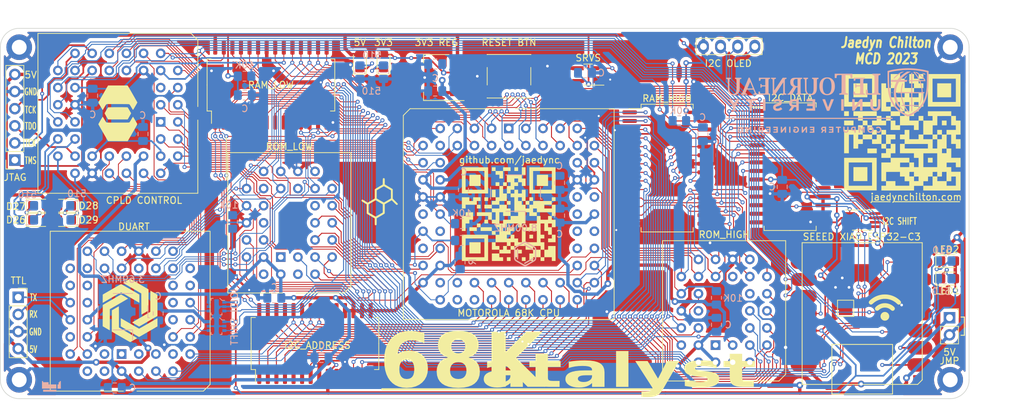
<source format=kicad_pcb>
(kicad_pcb (version 20221018) (generator pcbnew)
  (layers (0 "F.Cu" signal) (31 "B.Cu" signal) (34 "B.Paste" user) (35 "F.Paste" user) (36 "B.SilkS" user "B.Silkscreen") (37 "F.SilkS" user "F.Silkscreen") (38 "B.Mask" user) (39 "F.Mask" user) (44 "Edge.Cuts" user))
  (net 0 "")
  (net 1 "Net-(D28-K)")
  (net 2 "+5V")
  (net 3 "Net-(D29-K)")
  (net 4 "Net-(D3-K)")
  (net 5 "ESP3V")
  (net 6 "Net-(D4-K)")
  (net 7 "ESP32_4")
  (net 8 "ESP32_5")
  (net 9 "Net-(J1-Pin_1)")
  (net 10 "+3.3V")
  (net 11 "GND")
  (net 12 "R{slash}W")
  (net 13 "A15")
  (net 14 "A13")
  (net 15 "RAM_LCSN")
  (net 16 "RAM_HCSN")
  (net 17 "ROM_CSN")
  (net 18 "CPU_IPL0")
  (net 19 "CPU_HALT")
  (net 20 "Net-(J1-Pin_2)")
  (net 21 "Net-(J1-Pin_3)")
  (net 22 "Net-(J1-Pin_4)")
  (net 23 "CPU_RESET")
  (net 24 "BGACK")
  (net 25 "BR")
  (net 26 "VPA")
  (net 27 "CPU_BERR")
  (net 28 "ESP32_3")
  (net 29 "ESP32_2")
  (net 30 "ESP32_1")
  (net 31 "Net-(U2-P28)")
  (net 32 "Net-(U2-P29)")
  (net 33 "Net-(U13-PA02_A0_D0)")
  (net 34 "DUART_CSN")
  (net 35 "DUART_INTRN")
  (net 36 "DUART_DTACK")
  (net 37 "DUART_RESETN")
  (net 38 "DUART_IACKN")
  (net 39 "CPU_UDS")
  (net 40 "CPU_LDS")
  (net 41 "CPU_CLK")
  (net 42 "CPU_DTACK")
  (net 43 "CPU_AS")
  (net 44 "8Mhz")
  (net 45 "RESET")
  (net 46 "A8")
  (net 47 "A7")
  (net 48 "A6")
  (net 49 "A5")
  (net 50 "A4")
  (net 51 "Net-(U13-PA4_A1_D1)")
  (net 54 "A3")
  (net 55 "A2")
  (net 56 "A1")
  (net 57 "D0")
  (net 58 "D1")
  (net 59 "D2")
  (net 60 "D3")
  (net 61 "D4")
  (net 62 "D5")
  (net 63 "D6")
  (net 64 "D7")
  (net 65 "A11")
  (net 66 "A12")
  (net 67 "A10")
  (net 68 "A9")
  (net 75 "A14")
  (net 76 "A16")
  (net 77 "A17")
  (net 78 "D15")
  (net 79 "D14")
  (net 80 "D13")
  (net 81 "D12")
  (net 82 "D11")
  (net 83 "D10")
  (net 84 "D9")
  (net 85 "D8")
  (net 88 "SCL_5V")
  (net 89 "SDA_5V")
  (net 92 "3.6864Mhz")
  (net 97 "SDA")
  (net 98 "SCL")
  (net 99 "3vTX")
  (net 100 "3vRX")
  (net 101 "ESP5V")
  (net 102 "TXA")
  (net 103 "RXA")
  (net 112 "TXB")
  (net 114 "RXB")
  (net 137 "Net-(U16-~{MR})")
  (net 145 "Net-(D1-K)")
  (net 146 "Net-(D2-K)")
  (net 147 "Net-(U2-P26)")
  (net 148 "Net-(U2-P27)")
  (net 149 "Net-(D5-K)")
  (net 150 "Net-(D6-K)")
  (footprint "Package_LCC:PLCC-32_THT-Socket" (layer "F.Cu") (at 185.12 128.26 180)
    (fp_text reference "U8")
    (fp_text value "ROM_HIGH")
  )
  (footprint "LED_SMD:LED_0805_2012Metric_Pad1.15x1.40mm_HandSolder" (layer "F.Cu") (at 219.625 115.8)
    (fp_text reference "D4" hide)
    (fp_text value "Green" hide)
  )
  (footprint "LOGO" (layer "F.Cu") (at 96.363729 93.953216 90)
    (fp_text reference "G***" hide)
    (fp_text value "LOGO" hide)
  )
  (footprint "LOGO" (layer "F.Cu") (at 98.35 123.23)
    (fp_text reference "G***" hide)
    (fp_text value "LOGO" hide)
  )
  (footprint "MountingHole:MountingHole_2.2mm_M2_DIN965_Pad" (layer "F.Cu") (at 81.9 84.1)
    (fp_text reference "REF**" hide)
    (fp_text value "MountingHole_2.2mm_M2_DIN965_Pad" hide)
  )
  (footprint "MountingHole:MountingHole_2.2mm_M2_DIN965_Pad" (layer "F.Cu") (at 219.9 84.1)
    (fp_text reference "REF**" hide)
    (fp_text value "MountingHole_2.2mm_M2_DIN965_Pad" hide)
  )
  (footprint "TestPoint:TestPoint_Pad_2.0x2.0mm" (layer "F.Cu") (at 204.4 122.8)
    (fp_text reference "REF**")
    (fp_text value "HEAT" hide)
  )
  (footprint "Package_LCC:PLCC-68_THT-Socket" (layer "F.Cu") (at 154.46 96.14)
    (fp_text reference "U9")
    (fp_text value "MOTOROLA 68K CPU")
  )
  (footprint "LED_SMD:LED_0805_2012Metric_Pad1.15x1.40mm_HandSolder" (layer "F.Cu") (at 88.725 109.7 180)
    (fp_text reference "D29")
    (fp_text value "D29")
  )
  (footprint "Connector_PinSocket_2.54mm:PinSocket_1x02_P2.54mm_Vertical" (layer "F.Cu") (at 219.8 124.2)
    (fp_text reference "J3")
    (fp_text value "5V")
  )
  (footprint "MCD:SW_Push_1P1T_NO_6x6mm_H9.5mm" (layer "F.Cu") (at 154.5 88.4 180)
    (fp_text reference "SW1")
    (fp_text value "RESET BTN")
  )
  (footprint "MCD:RAM" (layer "F.Cu") (at 119.213 89.6985 90)
    (fp_text reference "U1")
    (fp_text value "RAM_LOW")
  )
  (footprint "Connector_PinSocket_2.54mm:PinSocket_1x06_P2.54mm_Vertical" (layer "F.Cu") (at 81.25 100.83 180)
    (fp_text reference "J1")
    (fp_text value "JTAG")
  )
  (footprint "MCD:SSOP-8_2.95x2.8mm_P0.65mm" (layer "F.Cu") (at 206.9 109.725)
    (fp_text reference "U12")
    (fp_text value "I2C SHIFT")
  )
  (footprint "MCD:i2c" (layer "F.Cu") (at 125.73702 128.025 90)
    (fp_text reference "U5")
    (fp_text value "I2C_ADDRESS")
  )
  (footprint "LED_SMD:LED_0805_2012Metric_Pad1.15x1.40mm_HandSolder" (layer "F.Cu") (at 135.9 86.225 90)
    (fp_text reference "D6")
    (fp_text value "3V3")
  )
  (footprint "Connector_PinSocket_2.54mm:PinSocket_1x04_P2.54mm_Vertical" (layer "F.Cu") (at 81.75 121.17)
    (fp_text reference "J2")
    (fp_text value "TTL")
  )
  (footprint "MountingHole:MountingHole_2.2mm_M2_DIN965_Pad" (layer "F.Cu") (at 219.9 133.4)
    (fp_text reference "REF**" hide)
    (fp_text value "MountingHole_2.2mm_M2_DIN965_Pad" hide)
  )
  (footprint "LED_SMD:LED_0805_2012Metric_Pad1.15x1.40mm_HandSolder" (layer "F.Cu") (at 132.4 86.225 90)
    (fp_text reference "D5")
    (fp_text value "5V")
  )
  (footprint "LOGO" (layer "F.Cu") (at 212.8 96.7)
    (fp_text reference "G***" hide)
    (fp_text value "LOGO" hide)
  )
  (footprint "LOGO" (layer "F.Cu") (at 154.46 108.84)
    (fp_text reference "G***" hide)
    (fp_text value "LOGO" hide)
  )
  (footprint "Package_TO_SOT_SMD:SOT-223-5" (layer "F.Cu") (at 143.8125 88.6 180)
    (fp_text reference "U4")
    (fp_text value "3V3 REG")
  )
  (footprint "MCD:RAM" (layer "F.Cu") (at 177.9425 102.015)
    (fp_text reference "U3")
    (fp_text value "RAM_HIGH")
  )
  (footprint "LED_SMD:LED_0805_2012Metric_Pad1.15x1.40mm_HandSolder" (layer "F.Cu") (at 84.825 109.7)
    (fp_text reference "D1" hide)
    (fp_text value "D26")
  )
  (footprint "LOGO" (layer "F.Cu") (at 210.2 122.6)
    (fp_text reference "G***" hide)
    (fp_text value "LOGO" hide)
  )
  (footprint "Package_LCC:PLCC-44_THT-Socket" (layer "F.Cu") (at 102.87 95.17 -90)
    (fp_text reference "U2")
    (fp_text value "CPLD CONTROL")
  )
  (footprint "Package_TO_SOT_SMD:SOT-143_Handsoldering" (layer "F.Cu") (at 166.225 88.165 180)
    (fp_text reference "U16")
    (fp_text value "SRVS")
  )
  (footprint "LOGO" (layer "F.Cu") (at 135.3 107)
    (fp_text reference "G***" hide)
    (fp_text value "LOGO" hide)
  )
  (footprint "MCD:i2c" (layer "F.Cu") (at 196.175 101.805)
    (fp_text reference "U10")
    (fp_text value "I2C_DATA")
  )
  (footprint "LED_SMD:LED_0805_2012Metric_Pad1.15x1.40mm_HandSolder" (layer "F.Cu") (at 84.825 107.6)
    (fp_text reference "D2" hide)
    (fp_text value "D27")
  )
  (footprint "Package_LCC:PLCC-32_THT-Socket" (layer "F.Cu") (at 120.67 115.21 180)
    (fp_text reference "U7")
    (fp_text value "ROM_LOW")
  )
  (footprint "LED_SMD:LED_0805_2012Metric_Pad1.15x1.40mm_HandSolder" (layer "F.Cu") (at 219.625 118.4)
    (fp_text reference "D3" hide)
    (fp_text value "Green" hide)
  )
  (footprint "MCD:128x64OLED" (layer "F.Cu") (at 186.94 94.6)
    (fp_text reference "Brd1")
    (fp_text value "I2C OLED")
  )
  (footprint "LED_SMD:LED_0805_2012Metric_Pad1.15x1.40mm_HandSolder" (layer "F.Cu") (at 88.725 107.6 180)
    (fp_text reference "D28")
    (fp_text value "D28")
  )
  (footprint "MountingHole:MountingHole_2.2mm_M2_DIN965_Pad" (layer "F.Cu") (at 81.9 133.4)
    (fp_text reference "REF**" hide)
    (fp_text value "MountingHole_2.2mm_M2_DIN965_Pad" hide)
  )
  (footprint "MCD:MOUDLE14P-SMD-2.54-21X17.8MM" (layer "F.Cu") (at 215.755 113.08 180)
    (fp_text reference "U13" hide)
    (fp_text value "SEEED XIAO ESP32C3")
  )
  (footprint "Package_LCC:PLCC-44_THT-Socket" (layer "F.Cu") (at 97.08 129.58 180)
    (fp_text reference "U6")
    (fp_text value "DUART")
  )
  (footprint "Resistor_SMD:R_0805_2012Metric_Pad1.20x1.40mm_HandSolder" (layer "B.Cu") (at 90.5 109.7 180)
    (fp_text reference "Re1" hide)
    (fp_text value "510" hide)
  )
  (footprint "LOGO" (layer "B.Cu") (at 86.7 134.3 180)
    (fp_text reference "G***" hide)
    (fp_text value "LOGO" hide)
  )
  (footprint "Oscillator:Oscillator_SMD_SeikoEpson_SG8002CA-4Pin_7.0x5.0mm_HandSoldering" (layer "B.Cu") (at 155.47 105.725 180)
    (fp_text reference "U17")
    (fp_text value "8.00MHZ")
  )
  (footprint "Resistor_SMD:R_0805_2012Metric_Pad1.20x1.40mm_HandSolder" (layer "B.Cu") (at 115.3 88.4)
    (fp_text reference "R3")
    (fp_text value "10K")
  )
  (footprint "Resistor_SMD:R_0805_2012Metric_Pad1.20x1.40mm_HandSolder" (layer "B.Cu") (at 132.4 87.8 90)
    (fp_text reference "Re3")
    (fp_text value "510")
  )
  (footprint "Capacitor_SMD:C_0805_2012Metric_Pad1.18x1.45mm_HandSolder" (layer "B.Cu") (at 119.7125 121.25 180)
    (fp_text reference "C11")
    (fp_text value "C")
  )
  (footprint "Resistor_SMD:R_0805_2012Metric_Pad1.20x1.40mm_HandSolder" (layer "B.Cu") (at 83.1 107.6)
    (fp_text reference "Re2")
    (fp_text value "510")
  )
  (footprint "Capacitor_SMD:C_0805_2012Metric_Pad1.18x1.45mm_HandSolder" (layer "B.Cu") (at 162 104.2 90)
    (fp_text reference "C3")
    (fp_text value "C")
  )
  (footprint "Capacitor_SMD:C_0805_2012Metric_Pad1.18x1.45mm_HandSolder" (layer "B.Cu") (at 162 109.0625 90)
    (fp_text reference "C14")
    (fp_text value "C")
  )
  (footprint "MCD:SOT-363" (layer "B.Cu") (at 111.15 122.55 -90)
    (fp_text reference "U11")
    (fp_text value "IOIOI SHIFT" hide)
  )
  (footprint "Resistor_SMD:R_0805_2012Metric_Pad1.20x1.40mm_HandSolder" (layer "B.Cu") (at 83.1 109.7)
    (fp_text reference "R2" hide)
    (fp_text value "510" hide)
  )
  (footprint "Resistor_SMD:R_0805_2012Metric_Pad1.20x1.40mm_HandSolder" (layer "B.Cu") (at 179.75 95 180)
    (fp_text reference "R4")
    (fp_text value "10K")
  )
  (footprint "Capacitor_SMD:C_0805_2012Metric_Pad1.18x1.45mm_HandSolder" (layer "B.Cu") (at 183.25 97 -90)
    (fp_text reference "C7")
    (fp_text value "C")
  )
  (footprint "Capacitor_SMD:C_0805_2012Metric_Pad1.18x1.45mm_HandSolder" (layer "B.Cu") (at 126.7125 130.1 180)
    (fp_text reference "C17")
    (fp_text value "C")
  )
  (footprint "Capacitor_SMD:C_0805_2012Metric_Pad1.18x1.45mm_HandSolder" (layer "B.Cu") (at 96.0625 134.6 180)
    (fp_text reference "C12")
    (fp_text value "C")
  )
  (footprint "MCD:SOT-363" (layer "B.Cu") (at 111.15 125.45 -90)
    (fp_text reference "U15")
    (fp_text value "IOIOI SHIFT")
  )
  (footprint "Capacitor_SMD:C_0805_2012Metric_Pad1.18x1.45mm_HandSolder" (layer "B.Cu") (at 102.5 123.5625 90)
    (fp_text reference "C2")
    (fp_text value "C")
  )
  (footprint "Capacitor_SMD:C_0805_2012Metric_Pad1.18x1.45mm_HandSolder" (layer "B.Cu") (at 143.5625 86.6)
    (fp_text reference "C10" hide)
    (fp_text value "C" hide)
  )
  (footprint "Resistor_SMD:R_0805_2012Metric_Pad1.20x1.40mm_HandSolder" (layer "B.Cu") (at 147.5 110.25 180)
    (fp_text reference "R7")
    (fp_text value "10K")
  )
  (footprint "Resistor_SMD:R_0805_2012Metric_Pad1.20x1.40mm_HandSolder" (layer "B.Cu") (at 219.1 115.8)
    (fp_text reference "R11")
    (fp_text value "510")
  )
  (footprint "Capacitor_SMD:C_0805_2012Metric_Pad1.18x1.45mm_HandSolder" (layer "B.Cu") (at 185.25 125.25 90)
    (fp_text reference "C13")
    (fp_text value "C")
  )
  (footprint "Resistor_SMD:R_0805_2012Metric_Pad1.20x1.40mm_HandSolder" (layer "B.Cu") (at 147.5 112.75)
    (fp_text reference "R8" hide)
    (fp_text value "10K")
  )
  (footprint "Capacitor_SMD:C_0805_2012Metric_Pad1.18x1.45mm_HandSolder" (layer "B.Cu") (at 165.7625 87.9)
    (fp_text reference "C9")
    (fp_text value "C")
  )
  (footprint "Oscillator:Oscillator_SMD_SeikoEpson_SG8002CA-4Pin_7.0x5.0mm_HandSoldering" (layer "B.Cu") (at 97.27 123.3 180)
    (fp_text reference "U14")
    (fp_text value "3.69MHZ")
  )
  (footprint "Resistor_SMD:R_0805_2012Metric_Pad1.20x1.40mm_HandSolder" (layer "B.Cu") (at 185.25 121.25 90)
    (fp_text reference "R9")
    (fp_text value "10K")
  )
  (footprint "Resistor_SMD:R_0805_2012Metric_Pad1.20x1.40mm_HandSolder" (layer "B.Cu") (at 113.5 110 90)
    (fp_text reference "R5")
    (fp_text value "10K")
  )
  (footprint "Resistor_SMD:R_0805_2012Metric_Pad1.20x1.40mm_HandSolder" (layer "B.Cu") (at 135.9 87.8 90)
    (fp_text reference "Re4")
    (fp_text value "510")
  )
  (footprint "LOGO" (layer "B.Cu") (at 201.7 92 180)
    (fp_text reference "G***" hide)
    (fp_text value "LOGO" hide)
  )
  (footprint "Capacitor_SMD:C_0805_2012Metric_Pad1.18x1.45mm_HandSolder" (layer "B.Cu") (at 115.3375 91.2)
    (fp_text reference "C1")
    (fp_text value "C")
  )
  (footprint "Capacitor_SMD:C_0805_2012Metric_Pad1.18x1.45mm_HandSolder" (layer "B.Cu") (at 100.25 96.9625 90)
    (fp_text reference "C6")
    (fp_text value "C")
  )
  (footprint "Capacitor_SMD:C_0805_2012Metric_Pad1.18x1.45mm_HandSolder" (layer "B.Cu") (at 147.75 105.25 -90)
    (fp_text reference "C15")
    (fp_text value "C")
  )
  (footprint "LOGO" (layer "B.Cu") (at 156.9 114.7 180)
    (fp_text reference "G***" hide)
    (fp_text value "LOGO" hide)
  )
  (footprint "Resistor_SMD:R_0805_2012Metric_Pad1.20x1.40mm_HandSolder" (layer "B.Cu") (at 219.1 118.4)
    (fp_text reference "R10")
    (fp_text value "510")
  )
  (footprint "Resistor_SMD:R_0805_2012Metric_Pad1.20x1.40mm_HandSolder" (layer "B.Cu") (at 90.45 107.6 180)
    (fp_text reference "R1")
    (fp_text value "510")
  )
  (footprint "Capacitor_SMD:C_0805_2012Metric_Pad1.18x1.45mm_HandSolder" (layer "B.Cu") (at 143.5625 90.6 180)
    (fp_text reference "C8")
    (fp_text value "C")
  )
  (footprint "Resistor_SMD:R_0805_2012Metric_Pad1.20x1.40mm_HandSolder" (layer "B.Cu") (at 147.25 116 -90)
    (fp_text reference "R6")
    (fp_text value "R")
  )
  (footprint "Capacitor_SMD:C_0805_2012Metric_Pad1.18x1.45mm_HandSolder" (layer "B.Cu") (at 195 104.8 -90)
    (fp_text reference "C16")
    (fp_text value "C")
  )
  (footprint "Capacitor_SMD:C_0805_2012Metric_Pad1.18x1.45mm_HandSolder" (layer "B.Cu") (at 92.79 91.2875 -90)
    (fp_text reference "C5")
    (fp_text value "C")
  )
  (gr_line (start 221.3 107) (end 211.7 107) (stroke (width 0.15)) (layer "F.SilkS"))
  (gr_line (start 112.6 97.3) (end 112.6 103.7) (stroke (width 0.15)) (layer "F.SilkS"))
  (gr_line (start 221.5 124.1) (end 222 124.1) (stroke (width 0.15)) (layer "F.SilkS"))
  (gr_line (start 208.5 107) (end 211 107) (stroke (width 0.15)) (layer "F.SilkS"))
  (gr_line (start 135.7 134.8) (end 175.6 134.8) (stroke (width 0.3)) (layer "F.SilkS"))
  (gr_line (start 222 124.1) (end 222 126.8) (stroke (width 0.15)) (layer "F.SilkS"))
  (gr_line (start 222 126.8) (end 221.5 126.8) (stroke (width 0.15)) (layer "F.SilkS"))
  (gr_line (start 81.9 136.2) (end 219.9 136.2) (stroke (width 0.1)) (layer "Edge.Cuts"))
  (gr_line (start 79.1 84.1) (end 79.1 133.4) (stroke (width 0.1)) (layer "Edge.Cuts"))
  (gr_line (start 219.9 81.3) (end 81.9 81.3) (stroke (width 0.1)) (layer "Edge.Cuts"))
  (gr_arc (start 219.9 81.3) (mid 221.879899 82.120101) (end 222.7 84.1) (stroke (width 0.1)) (layer "Edge.Cuts"))
  (gr_arc (start 222.7 133.4) (mid 221.879899 135.379899) (end 219.9 136.2) (stroke (width 0.1)) (layer "Edge.Cuts"))
  (gr_arc (start 81.9 136.2) (mid 79.920101 135.379899) (end 79.1 133.4) (stroke (width 0.1)) (layer "Edge.Cuts"))
  (gr_arc (start 79.1 84.1) (mid 79.920101 82.120101) (end 81.9 81.3) (stroke (width 0.1)) (layer "Edge.Cuts"))
  (gr_line (start 222.7 133.4) (end 222.7 84.1) (stroke (width 0.1)) (layer "Edge.Cuts"))
  (gr_text "TX" (at 84 121.2) (layer "F.SilkS") (effects (font (size 1 0.6))))
  (gr_text "JMP" (at 219.8 130.6) (layer "F.SilkS") (effects (font (size 1 1))))
  (gr_text "GND" (at 83.6 90.7) (layer "F.SilkS") (effects (font (size 1 0.6))))
  (gr_text "5V" (at 83.6 88.2) (layer "F.SilkS") (effects (font (size 1 1))))
  (gr_text "TDO" (at 83.6 95.8) (layer "F.SilkS") (effects (font (size 1 0.6))))
  (gr_text "github.com/jaedync" (at 147 101.4) (layer "F.SilkS") (effects (font (size 1 1)) (justify left bottom)))
  (gr_text "68K" (at 135.3 135.8) (layer "F.SilkS") (effects (font (size 8 8) (thickness 1) bold italic) (justify left bottom)))
  (gr_text "jaedynchilton.com" (at 208 106.3) (layer "F.SilkS") (effects (font (size 1 1)) (justify left)))
  (gr_text "atalyst" (at 150.3 135.3) (layer "F.SilkS") (effects (font (size 5 7.5) (thickness 1) bold italic) (justify left bottom)))
  (gr_text "TCK" (at 83.6 93.4) (layer "F.SilkS") (effects (font (size 1 0.6))))
  (gr_text "Jaedyn Chilton\nMCD 2023" (at 210.4 86.7) (layer "F.SilkS") (effects (font (size 1.5 1.2) (thickness 0.3) bold italic) (justify bottom)))
  (gr_text "TCK" (at 83.6 98.3) (layer "F.SilkS") (effects (font (size 1 0.6))))
  (gr_text "RX" (at 84 123.7) (layer "F.SilkS") (effects (font (size 1 0.6))))
  (gr_text "TMS" (at 83.6 100.9) (layer "F.SilkS") (effects (font (size 1 0.6))))
  (gr_text "GND" (at 84.3 126.3) (layer "F.SilkS") (effects (font (size 1 0.6))))
  (gr_text "5V" (at 84 128.9) (layer "F.SilkS") (effects (font (size 1 0.6))))
  (segment (start 88.675388 108.624612) (end 89.75 107.55) (width 0.25) (layer "F.Cu") (net 1))
  (segment (start 88.675388 108.669919) (end 88.675388 108.624612) (width 0.25) (layer "F.Cu") (net 1))
  (via (at 88.675388 108.669919) (size 0.6) (drill 0.3) (layers "F.Cu" "B.Cu") (net 1))
  (segment (start 88.675388 108.669919) (end 88.675388 108.324612) (width 0.25) (layer "B.Cu") (net 1))
  (segment (start 88.675388 108.324612) (end 89.45 107.55) (width 0.25) (layer "B.Cu") (net 1))
  (segment (start 207.439194 109.4245) (end 208.7755 109.4245) (width 0.25) (layer "F.Cu") (net 2))
  (segment (start 169.15 117.25) (end 169.15 119.15) (width 0.5) (layer "F.Cu") (net 2))
  (segment (start 85.1 106) (end 79.95 106) (width 0.5) (layer "F.Cu") (net 2))
  (segment (start 213.7 82.3) (end 221.7 90.3) (width 0.5) (layer "F.Cu") (net 2))
  (segment (start 111 82.3) (end 88.8 82.3) (width 0.5) (layer "F.Cu") (net 2))
  (segment (start 87.7 109.65) (end 87.7 107.55) (width 0.5) (layer "F.Cu") (net 2))
  (segment (start 85.85 107.6) (end 85.85 106.75) (width 0.5) (layer "F.Cu") (net 2))
  (segment (start 133.99202 123.15) (end 137.61 123.15) (width 0.5) (layer "F.Cu") (net 2))
  (segment (start 132 123.15) (end 133.99202 123.15) (width 0.5) (layer "F.Cu") (net 2))
  (segment (start 146.8625 86.35) (end 147.8625 86.35) (width 0.5) (layer "F.Cu") (net 2))
  (segment (start 213.42 133.12) (end 213.42 133.88) (width 0.5) (layer "F.Cu") (net 2))
  (segment (start 181.0355 93.76) (end 183.5 93.76) (width 0.5) (layer "F.Cu") (net 2))
  (segment (start 210.85 110.2) (end 210.05 109.4) (width 0.5) (layer "F.Cu") (net 2))
  (segment (start 177.7 135.35) (end 127.7 135.35) (width 0.5) (layer "F.Cu") (net 2))
  (segment (start 79.95 89.43) (end 79.95 106) (width 0.5) (layer "F.Cu") (net 2))
  (segment (start 197.6 134.2) (end 197.6 135.35) (width 0.5) (layer "F.Cu") (net 2))
  (segment (start 128.9 131.2) (end 128.81893 131.2) (width 0.25) (layer "F.Cu") (net 2))
  (segment (start 79.95 108.8) (end 79.95 109.7) (width 0.5) (layer "F.Cu") (net 2))
  (segment (start 79.95 106) (end 79.95 107.6) (width 0.5) (layer "F.Cu") (net 2))
  (segment (start 144.6 90.3) (end 145.15 90.85) (width 0.5) (layer "F.Cu") (net 2))
  (segment (start 147.8625 86.35) (end 148.8 87.2875) (width 0.5) (layer "F.Cu") (net 2))
  (segment (start 210.05 109.4) (end 208.8 109.4) (width 0.5) (layer "F.Cu") (net 2))
  (segment (start 191.3 103.71) (end 193.29 103.71) (width 0.25) (layer "F.Cu") (net 2))
  (segment (start 201.05 106.2525) (end 201.05 108.79) (width 0.5) (layer "F.Cu") (net 2))
  (segment (start 128.81893 131.2) (end 127.64202 132.37691) (width 0.25) (layer "F.Cu") (net 2))
  (segment (start 221.7 90.3) (end 221.7 111.5) (width 0.5) (layer "F.Cu") (net 2))
  (segment (start 85.85 109.65) (end 86.8 108.7) (width 0.5) (layer "F.Cu") (net 2))
  (segment (start 110.958 84.141) (end 110.958 82.342) (width 0.5) (layer "F.Cu") (net 2))
  (segment (start 130.18452 123.15) (end 132 123.15) (width 0.5) (layer "F.Cu") (net 2))
  (segment (start 179.504302 131.335698) (end 182.58 128.26) (width 0.5) (layer "F.Cu") (net 2))
  (segment (start 81.25 88.13) (end 79.95 89.43) (width 0.5) (layer "F.Cu") (net 2))
  (segment (start 130.2 82.3) (end 112.9 82.3) (width 0.5) (layer "F.Cu") (net 2))
  (segment (start 180.415754 83.5) (end 179.215754 82.3) (width 0.25) (layer "F.Cu") (net 2))
  (segment (start 100.9988 128.7012) (end 100.9988 129.843385) (width 0.5) (layer "F.Cu") (net 2))
  (segment (start 85.85 109.7) (end 85.85 108.7) (width 0.5) (layer "F.Cu") (net 2))
  (segment (start 85.85 109.7) (end 85.85 110.65) (width 0.5) (layer "F.Cu") (net 2))
  (segment (start 87.7 107.8) (end 87.7 107.6) (width 0.5) (layer "F.Cu") (net 2))
  (segment (start 145.15 90.85) (end 146.8625 90.85) (width 0.5) (layer "F.Cu") (net 2))
  (segment (start 132.1 123.25) (end 132 123.15) (width 0.5) (layer "F.Cu") (net 2))
  (segment (start 146.8625 86.35) (end 146.8625 82.3) (width 0.5) (layer "F.Cu") (net 2))
  (segment (start 177.8 116.4) (end 170 116.4) (width 0.5) (layer "F.Cu") (net 2))
  (segment (start 210.85 112.05) (end 210.85 110.2) (width 0.5) (layer "F.Cu") (net 2))
  (segment (start 193.29 103.71) (end 193.3 103.7) (width 0.25) (layer "F.Cu") (net 2))
  (segment (start 88.31 135.35) (end 81.75 128.79) (width 0.5) (layer "F.Cu") (net 2))
  (segment (start 220.2 113) (end 211.8 113) (width 0.5) (layer "F.Cu") (net 2))
  (segment (start 85.85 110.65) (end 85.3 111.2) (width 0.5) (layer "F.Cu") (net 2))
  (segment (start 178.5518 121.2518) (end 178.5518 117.1518) (width 0.5) (layer "F.Cu") (net 2))
  (segment (start 95.76 130.8) (end 93.3 130.8) (width 0.5) (layer "F.Cu") (net 2))
  (segment (start 137.61 123.15) (end 141.76 119) (width 0.5) (layer "F.Cu") (net 2))
  (segment (start 213.42 133.88) (end 211.95 135.35) (width 0.5) (layer "F.Cu") (net 2))
  (segment (start 180.75 86.4255) (end 180.75 89.208038) (width 0.25) (layer "F.Cu") (net 2))
  (segment (start 130.2 82.3) (end 130.2 84.3) (width 0.5) (layer "F.Cu") (net 2))
  (segment (start 144.6 89) (end 144.6 90.3) (width 0.5) (layer "F.Cu") (net 2))
  (segment (start 179.1012 121.8012) (end 178.5518 121.2518) (width 0.5) (layer "F.Cu") (net 2))
  (segment (start 148.8 90.2) (end 148.15 90.85) (width 0.5) (layer "F.Cu") (net 2))
  (segment (start 201.05 106.2525) (end 198.722 106.2525) (width 0.5) (layer "F.Cu") (net 2))
  (segment (start 85.85 108.7) (end 85.85 107.6) (width 0.5) (layer "F.Cu") (net 2))
  (segment (start 198.722 106.2525) (end 198.7 106.2745) (width 0.5) (layer "F.Cu") (net 2))
  (segment (start 85.85 109.7) (end 85.85 109.65) (width 0.5) (layer "F.Cu") (net 2))
  (segment (start 85.3 111.2) (end 79.95 111.2) (width 0.5) (layer "F.Cu") (net 2))
  (segment (start 131.1 85.2) (end 132.4 85.2) (width 0.5) (layer "F.Cu") (net 2))
  (segment (start 130.2 84.3) (end 131.1 85.2) (width 0.5) (layer "F.Cu") (net 2))
  (segment (start 166.292814 89.558038) (end 165.834776 89.1) (width 0.25) (layer "F.Cu") (net 2))
  (segment (start 127.64202 135.29202) (end 127.7 135.35) (width 0.5) (layer "F.Cu") (net 2))
  (segment (start 112.853 82.347) (end 112.9 82.3) (width 0.25) (layer "F.Cu") (net 2))
  (segment (start 131.45202 121.88) (end 131.45202 123.15) (width 0.5) (layer "F.Cu") (net 2))
  (segment (start 127.7 135.35) (end 88.31 135.35) (width 0.5) (layer "F.Cu") (net 2))
  (segment (start 85.85 106.75) (end 85.1 106) (width 0.5) (layer "F.Cu") (net 2))
  (segment (start 211.95 135.35) (end 197.6 135.35) (width 0.5) (layer "F.Cu") (net 2))
  (segment (start 88.8 82.3) (end 82.97 88.13) (width 0.5) (layer "F.Cu") (net 2))
  (segment (start 79.95 126.99) (end 81.75 128.79) (width 0.5) (layer "F.Cu") (net 2))
  (segment (start 130.2 82.3) (end 213.7 82.3) (width 0.5) (layer "F.Cu") (net 2))
  (segment (start 127.64202 132.9) (end 127.64202 135.29202) (width 0.5) (layer "F.Cu") (net 2))
  (segment (start 112.853 88.347) (end 112.853 82.347) (width 0.25) (layer "F.Cu") (net 2))
  (segment (start 221.7 111.5) (end 220.2 113) (width 0.5) (layer "F.Cu") (net 2))
  (segment (start 86.8 108.7) (end 87.7 107.8) (width 0.5) (layer "F.Cu") (net 2))
  (segment (start 166.292814 89.558038) (end 166.292814 82.3) (width 0.25) (layer "F.Cu") (net 2))
  (segment (start 79.95 111.2) (end 79.95 126.99) (width 0.5) (layer "F.Cu") (net 2))
  (segment (start 85.85 107.6) (end 87.7 107.6) (width 0.5) (layer "F.Cu") (net 2))
  (segment (start 97.08 132.12) (end 95.76 130.8) (width 0.5) (layer "F.Cu") (net 2))
  (segment (start 208.7755 109.4245) (end 208.8 109.4) (width 0.25) (layer "F.Cu") (net 2))
  (segment (start 165.834776 89.1) (end 164.74 89.1) (width 0.25) (layer "F.Cu") (net 2))
  (segment (start 112.9 82.3) (end 111 82.3) (width 0.5) (layer "F.Cu") (net 2))
  (segment (start 82.97 88.13) (end 81.25 88.13) (width 0.5) (layer "F.Cu") (net 2))
  (segment (start 148.15 90.85) (end 146.8625 90.85) (width 0.5) (layer "F.Cu") (net 2))
  (segment (start 100.9988 129.843385) (end 100.042185 130.8) (width 0.5) (layer "F.Cu") (net 2))
  (segment (start 170 116.4) (end 169.15 117.25) (width 0.5) (layer "F.Cu") (net 2))
  (segment (start 79.95 107.6) (end 79.95 108.8) (width 0.5) (layer "F.Cu") (net 2))
  (segment (start 180.75 93.4745) (end 181.0355 93.76) (width 0.5) (layer "F.Cu") (net 2))
  (segment (start 179.215754 82.3) (end 178.5 82.3) (width 0.25) (layer "F.Cu") (net 2))
  (segment (start 148.8 87.2875) (end 148.8 90.2) (width 0.5) (layer "F.Cu") (net 2))
  (segment (start 164.74 89.1) (end 164.725 89.115) (width 0.25) (layer "F.Cu") (net 2))
  (segment (start 211.8 113) (end 210.85 112.05) (width 0.5) (layer "F.Cu") (net 2))
  (segment (start 179.504302 131.366731) (end 179.504302 131.335698) (width 0.5) (layer "F.Cu") (net 2))
  (segment (start 178.5518 117.1518) (end 177.8 116.4) (width 0.5) (layer "F.Cu") (net 2))
  (segment (start 130.81202 121.24) (end 131.45202 121.88) (width 0.5) (layer "F.Cu") (net 2))
  (segment (start 197.6 135.35) (end 177.7 135.35) (width 0.5) (layer "F.Cu") (net 2))
  (segment (start 100.042185 130.8) (end 95.76 130.8) (width 0.5) (layer "F.Cu") (net 2))
  (segment (start 79.95 109.7) (end 79.95 111.2) (width 0.5) (layer "F.Cu") (net 2))
  (segment (start 87.7 109.7) (end 85.85 109.7) (width 0.5) (layer "F.Cu") (net 2))
  (segment (start 110.958 82.342) (end 111 82.3) (width 0.5) (layer "F.Cu") (net 2))
  (segment (start 122.6 121.24) (end 130.81202 121.24) (width 0.5) (layer "F.Cu") (net 2))
  (via (at 122.6 121.24) (size 0.8) (drill 0.4) (layers "F.Cu" "B.Cu") (net 2))
  (via (at 100.9988 128.7012) (size 1) (drill 0.5) (layers "F.Cu" "B.Cu") (net 2))
  (via (at 180.75 89.208038) (size 0.8) (drill 0.4) (layers "F.Cu" "B.Cu") (net 2))
  (via (at 179.1012 121.8012) (size 1) (drill 0.5) (layers "F.Cu" "B.Cu") (net 2))
  (via (at 198.7 106.2745) (size 0.8) (drill 0.4) (layers "F.Cu" "B.Cu") (net 2))
  (via (at 93.3 130.8) (size 1) (drill 0.5) (layers "F.Cu" "B.Cu") (net 2))
  (via (at 128.9 131.2) (size 0.6) (drill 0.3) (layers "F.Cu" "B.Cu") (net 2))
  (via (at 197.6 134.2) (size 1) (drill 0.5) (layers "F.Cu" "B.Cu") (net 2))
  (via (at 128.8 121.24) (size 0.8) (drill 0.4) (layers "F.Cu" "B.Cu") (net 2))
  (via (at 207.439194 109.4245) (size 0.8) (drill 0.4) (layers "F.Cu" "B.Cu") (net 2))
  (via (at 180.75 93.4745) (size 0.8) (drill 0.4) (layers "F.Cu" "B.Cu") (net 2))
  (via (at 144.6 89) (size 1) (drill 0.5) (layers "F.Cu" "B.Cu") (net 2))
  (via (at 112.853 88.347) (size 0.8) (drill 0.4) (layers "F.Cu" "B.Cu") (net 2))
  (via (at 169.15 119.15) (size 1) (drill 0.5) (layers "F.Cu" "B.Cu") (net 2))
  (via (at 166.292814 89.558038) (size 0.8) (drill 0.4) (layers "F.Cu" "B.Cu") (net 2))
  (via (at 180.75 86.4255) (size 0.8) (drill 0.4) (layers "F.Cu" "B.Cu") (net 2))
  (via (at 193.3 103.7) (size 0.8) (drill 0.4) (layers "F.Cu" "B.Cu") (net 2))
  (via (at 213.42 133.12) (size 1) (drill 0.5) (layers "F.Cu" "B.Cu") (net 2))
  (via (at 220.9 112.3) (size 1) (drill 0.5) (layers "F.Cu" "B.Cu") (net 2))
  (via (at 179.504302 131.366731) (size 1) (drill 0.5) (layers "F.Cu" "B.Cu") (net 2))
  (via (at 180.415754 83.5) (size 0.6) (drill 0.3) (layers "F.Cu" "B.Cu") (net 2))
  (segment (start 141.76 119) (end 144.3 116.46) (width 0.5) (layer "B.Cu") (net 2))
  (segment (start 150.2 109.5) (end 150.2 105.2) (width 0.5) (layer "B.Cu") (net 2))
  (segment (start 116.215 117.125) (end 113.741116 117.125) (width 0.25) (layer "B.Cu") (net 2))
  (segment (start 220.9 112.3) (end 221.7 113.1) (width 0.5) (layer "B.Cu") (net 2))
  (segment (start 122.59 121.25) (end 122.6 121.24) (width 0.5) (layer "B.Cu") (net 2))
  (segment (start 195 101.754418) (end 195 103.7625) (width 0.25) (layer "B.Cu") (net 2))
  (segment (start 128.9 131.2) (end 128.85 131.2) (width 0.25) (layer "B.Cu") (net 2))
  (segment (start 147.25 114) (end 148.5 112.75) (width 0.5) (layer "B.Cu") (net 2))
  (segment (start 162 115.2) (end 162 110.1) (width 0.5) (layer "B.Cu") (net 2))
  (segment (start 143.1388 102.3812) (end 144.780985 102.3812) (width 0.5) (layer "B.Cu") (net 2))
  (segment (start 109.343802 124.79) (end 110 124.79) (width 0.5) (layer "B.Cu") (net 2))
  (segment (start 112.64 120.7) (end 118.13 115.21) (width 0.5) (layer "B.Cu") (net 2))
  (segment (start 149.45 110.25) (end 150.2 109.5) (width 0.5) (layer "B.Cu") (net 2))
  (segment (start 144.6 90.6) (end 144.6 89) (width 0.5) (layer "B.Cu") (net 2))
  (segment (start 161.9625 103.125) (end 162 103.1625) (width 0.5) (layer "B.Cu") (net 2))
  (segment (start 148.5 112.75) (end 148.5 110.25) (width 0.5) (layer "B.Cu") (net 2))
  (segment (start 165.422185 120.7) (end 165.022185 120.3) (width 0.5) (layer "B.Cu") (net 2))
  (segment (start 180.415754 83.500001) (end 183.719684 86.803931) (width 0.25) (layer "B.Cu") (net 2))
  (segment (start 148.5 110.25) (end 149.45 110.25) (width 0.5) (layer "B.Cu") (net 2))
  (segment (start 110 121.9) (end 110 120.7) (width 0.5) (layer "B.Cu") (net 2))
  (segment (start 113.312681 116.696565) (end 113.312681 114.428797) (width 0.25) (layer "B.Cu") (net 2))
  (segment (start 143 105) (end 146.9625 105) (width 0.5) (layer "B.Cu") (net 2))
  (segment (start 120.67 121.17) (end 120.67 117.75) (width 0.5) (layer "B.Cu") (net 2))
  (segment (start 144.780985 102.3812) (end 148.0012 99.160985) (width 0.5) (layer "B.Cu") (net 2))
  (segment (start 147.25 115) (end 147.25 114) (width 0.5) (layer "B.Cu") (net 2))
  (segment (start 99.9 125.125) (end 102.5 122.525) (width 0.5) (layer "B.Cu") (net 2))
  (segment (start 120.75 121.25) (end 122.59 121.25) (width 0.5) (layer "B.Cu") (net 2))
  (segment (start 164.2412 120.3) (end 163.2412 119.3) (width 0.5) (layer "B.Cu") (net 2))
  (segment (start 113.312681 114.428797) (end 113.5 114.241478) (width 0.25) (layer "B.Cu") (net 2))
  (segment (start 128.85 131.2) (end 127.75 130.1) (width 0.25) (layer "B.Cu") (net 2))
  (segment (start 125.014549 133.4) (end 127.75 130.664549) (width 0.5) (layer "B.Cu") (net 2))
  (segment (start 180.75 95) (end 181.7125 95.9625) (width 0.25) (layer "B.Cu") (net 2))
  (segment (start 112.853 88.347) (end 112.906 88.4) (width 0.25) (layer "B.Cu") (net 2))
  (segment (start 127.75 130.664549) (end 127.75 130.1) (width 0.5) (layer "B.Cu") (net 2))
  (segment (start 158.1 103.125) (end 161.9625 103.125) (width 0.5) (layer "B.Cu") (net 2))
  (segment (start 144.3 116.46) (end 145.79 116.46) (width 0.5) (layer "B.Cu") (net 2))
  (segment (start 184.5525 126.2875) (end 182.58 128.26) (width 0.5) (layer "B.Cu") (net 2))
  (segment (start 130.81202 127.03798) (end 127.75 130.1) (width 0.5) (layer "B.Cu") (net 2))
  (segment (start 185.25 126.2875) (end 186.425 125.1125) (width 0.5) (layer "B.Cu") (net 2))
  (segment (start 120.75 121.25) (end 120.67 121.17) (width 0.5) (layer "B.Cu") (net 2))
  (segment (start 180.75 93.4745) (end 180.75 95) (width 0.25) (layer "B.Cu") (net 2))
  (segment (start 183.719684 86.803931) (end 190.1065 93.190745) (width 0.25) (layer "B.Cu") (net 2))
  (segment (start 164.725 87.990224) (end 164.725 87.9) (width 0.25) (layer "B.Cu") (net 2))
  (segment (start 114.3 88.4) (end 114.3 91.1625) (width 0.25) (layer "B.Cu") (net 2))
  (segment (start 148.0012 94.0012) (end 144.6 90.6) (width 0.5) (layer "B.Cu") (net 2))
  (segment (start 146.9625 105) (end 147.75 104.2125) (width 0.5) (layer "B.Cu") (net 2))
  (segment (start 113.5 114.241478) (end 113.5 111) (width 0.25) (layer "B.Cu") (net 2))
  (segment (start 221.7 113.1) (end 221.7 124.84) (width 0.5) (layer "B.Cu") (net 2))
  (segment (start 130.81202 123.25202) (end 130.81202 127.03798) (width 0.5) (layer "B.Cu") (net 2))
  (segment (start 150.2 105.2) (end 149.2125 104.2125) (width 0.5) (layer "B.Cu") (net 2))
  (segment (start 198.7 106.2745) (end 198.7 105.454418) (width 0.25) (layer "B.Cu") (net 2))
  (segment (start 198.7 106.2745) (end 199.7255 107.3) (width 0.25) (layer "B.Cu") (net 2))
  (segment (start 180.75 86.4255) (end 183.341253 86.4255) (width 0.25) (layer "B.Cu") (net 2))
  (segment (start 169.15 119.15) (end 167.6 120.7) (width 0.5) (layer "B.Cu") (net 2))
  (segment (start 97.1 134.6) (end 98.2304 134.6) (width 0.5) (layer "B.Cu") (net 2))
  (segment (start 158.1 103.125) (end 158.1 108.325) (width 0.5) (layer "B.Cu") (net 2))
  (segment (start 190.1065 93.190745) (end 190.1065 96.860918) (width 0.25) (layer "B.Cu") (net 2))
  (segment (start 193.3 103.7) (end 194.9375 103.7) (width 0.25) (layer "B.Cu") (net 2))
  (segment (start 141.76 103.76) (end 143.1388 102.3812) (width 0.5) (layer "B.Cu") (net 2))
  (segment (start 99.9 127.6024) (end 99.9 125.9) (width 0.5) (layer "B.Cu") (net 2))
  (segment (start 181.7125 95.9625) (end 183.25 95.9625) (width 0.25) (layer "B.Cu") (net 2))
  (segment (start 185.25 126.2875) (end 184.5525 126.2875) (width 0.5) (layer "B.Cu") (net 2))
  (segment (start 179.524648 131.366731) (end 182.357917 134.2) (width 0.5) (layer "B.Cu") (net 2))
  (segment (start 186.425 123.425) (end 185.25 122.25) (width 0.5) (layer "B.Cu") (net 2))
  (segment (start 197.008082 103.7625) (end 195 103.7625) (width 0.25) (layer "B.Cu") (net 2))
  (segment (start 162 103.225) (end 161.9 103.125) (width 0.127) (layer "B.Cu") (net 2))
  (segment (start 83.76 130.8) (end 93.3 130.8) (width 0.5) (layer "B.Cu") (net 2))
  (segment (start 118.13 115.21) (end 120.67 117.75) (width 0.5) (layer "B.Cu") (net 2))
  (segment (start 183.341253 86.4255) (end 183.719684 86.803931) (width 0.25) (layer "B.Cu") (net 2))
  (segment (start 221.7 124.84) (end 219.8 126.74) (width 0.5) (layer "B.Cu") (net 2))
  (segment (start 102.5 122.525) (end 103.175 123.2) (width 0.5) (layer "B.Cu") (net 2))
  (segment (start 158.1 108.325) (end 160.225 108.325) (width 0.5) (layer "B.Cu") (net 2))
  (segment (start 180.415754 83.5) (end 180.415754 83.500001) (width 0.25) (layer "B.Cu") (net 2))
  (segment (start 180.75 89.208038) (end 180.75 93.4745) (width 0.25) (layer "B.Cu") (net 2))
  (segment (start 99.9 120.7) (end 110 120.7) (width 0.5) (layer "B.Cu") (net 2))
  (segment (start 167.6 120.7) (end 165.422185 120.7) (width 0.5) (layer "B.Cu") (net 2))
  (segment (start 198.7 105.454418) (end 197.008082 103.7625) (width 0.25) (layer "B.Cu") (net 2))
  (segment (start 113.9 133.4) (end 125.014549 133.4) (width 0.5) (layer "B.Cu") (net 2))
  (segment (start 97.08 132.12) (end 98.8952 133.9352) (width 0.5) (layer "B.Cu") (net 2))
  (segment (start 183.95 122.25) (end 185.25 122.25) (width 0.5) (layer "B.Cu") (net 2))
  (segment (start 97.1 134.6) (end 97.08 134.58) (width 0.15) (layer "B.Cu") (net 2))
  (segment (start 148.5 112.75) (end 153.675 112.75) (width 0.5) (layer "B.Cu") (net 2))
  (segment (start 113.741116 117.125) (end 113.312681 116.696565) (width 0.25) (layer "B.Cu") (net 2))
  (segment (start 110 120.7) (end 112.64 120.7) (width 0.5) (layer "B.Cu") (net 2))
  (segment (start 99.9 120.7) (end 100.675 120.7) (width 0.5) (layer "B.Cu") (net 2))
  (segment (start 194.9375 103.7) (end 195 103.7625) (width 0.25) (layer "B.Cu") (net 2))
  (segment (start 100.9988 128.7012) (end 99.9 127.6024) (width 0.5) (layer "B.Cu") (net 2))
  (segment (start 81.75 128.79) (end 83.76 130.8) (width 0.5) (layer "B.Cu") (net 2))
  (segment (start 163.2412 119.3) (end 163.2412 116.4412) (width 0.5) (layer "B.Cu") (net 2))
  (segment (start 110 122.55) (end 110 121.9) (width 0.15) (layer "B.Cu") (net 2))
  (segment (start 99.9 125.9) (end 99.9 125.125) (width 0.5) (layer "B.Cu") (net 2))
  (segment (start 149.2125 104.2125) (end 147.75 104.2125) (width 0.5) (layer "B.Cu") (net 2))
  (segment (start 166.292814 89.558038) (end 164.725 87.990224) (width 0.25) (layer "B.Cu") (net 2))
  (segment (start 160.225 108.325) (end 162 110.1) (width 0.5) (layer "B.Cu") (net 2))
  (segment (start 183.5012 121.8012) (end 183.95 122.25) (width 0.5) (layer "B.Cu") (net 2))
  (segment (start 100.675 120.7) (end 102.5 122.525) (width 0.5) (layer "B.Cu") (net 2))
  (segment (start 107.753802 123.2) (end 109.343802 124.79) (width 0.5) (layer "B.Cu") (net 2))
  (segment (start 162 110.1) (end 165.9 110.1) (width 0.5) (layer "B.Cu") (net 2))
  (segment (start 163.2412 116.4412) (end 162 115.2) (width 0.5) (layer "B.Cu") (net 2))
  (segment (start 145.79 116.46) (end 147.25 115) (width 0.5) (layer "B.Cu") (net 2))
  (segment (start 205.314694 107.3) (end 207.439194 109.4245) (width 0.25) (layer "B.Cu") (net 2))
  (segment (start 179.1012 121.8012) (end 183.5012 121.8012) (width 0.5) (layer "B.Cu") (net 2))
  (segment (start 165.022185 120.3) (end 164.2412 120.3) (width 0.5) (layer "B.Cu") (net 2))
  (segment (start 113.3648 133.9352) (end 113.9 133.4) (width 0.5) (layer "B.Cu") (net 2))
  (segment (start 165.9 110.1) (end 167.16 108.84) (width 0.5) (layer "B.Cu") (net 2))
  (segment (start 128.8 121.24) (end 130.81202 123.25202) (width 0.5) (layer "B.Cu") (net 2))
  (segment (start 179.504302 131.366731) (end 179.524648 131.366731) (width 0.5) (layer "B.Cu") (net 2))
  (segment (start 182.58 128.26) (end 185.12 130.8) (width 0.5) (layer "B.Cu") (net 2))
  (segment (start 153.675 112.75) (end 158.1 108.325) (width 0.5) (layer "B.Cu") (net 2))
  (segment (start 148.0012 99.160985) (end 148.0012 94.0012) (width 0.5) (layer "B.Cu") (net 2))
  (segment (start 182.357917 134.2) (end 197.6 134.2) (width 0.5) (layer "B.Cu") (net 2))
  (segment (start 99.9 125.9) (end 99.9 120.7) (width 0.5) (layer "B.Cu") (net 2))
  (segment (start 186.425 125.1125) (end 186.425 123.425) (width 0.5) (layer "B.Cu") (net 2))
  (segment (start 98.8952 133.9352) (end 113.3648 133.9352) (width 0.5) (layer "B.Cu") (net 2))
  (segment (start 112.906 88.4) (end 114.3 88.4) (width 0.25) (layer "B.Cu") (net 2))
  (segment (start 213.42 133.12) (end 219.8 126.74) (width 0.5) (layer "B.Cu") (net 2))
  (segment (start 98.2304 134.6) (end 98.8952 133.9352) (width 0.5) (layer "B.Cu") (net 2))
  (segment (start 190.1065 96.860918) (end 195 101.754418) (width 0.25) (layer "B.Cu") (net 2))
  (segment (start 199.7255 107.3) (end 205.314694 107.3) (width 0.25) (layer "B.Cu") (net 2))
  (segment (start 103.175 123.2) (end 107.753802 123.2) (width 0.5) (layer "B.Cu") (net 2))
  (segment (start 141.76 103.76) (end 143 105) (width 0.5) (layer "B.Cu") (net 2))
  (segment (start 90.472235 108.685575) (end 89.75 109.40781) (width 0.25) (layer "F.Cu") (net 3))
  (segment (start 89.75 109.40781) (end 89.75 109.65) (width 0.25) (layer "F.Cu") (net 3))
  (via (at 90.472235 108.685575) (size 0.6) (drill 0.3) (layers "F.Cu" "B.Cu") (net 3))
  (segment (start 90.414425 108.685575) (end 89.45 109.65) (width 0.25) (layer "B.Cu") (net 3))
  (segment (start 90.472235 108.685575) (end 90.414425 108.685575) (width 0.25) (layer "B.Cu") (net 3))
  (segment (start 218.6 117.9) (end 219.4 117.1) (width 0.25) (layer "F.Cu") (net 4))
  (segment (start 218.6 118.4) (end 218.6 117.9) (width 0.25) (layer "F.Cu") (net 4))
  (via (at 219.4 117.1) (size 0.6) (drill 0.3) (layers "F.Cu" "B.Cu") (net 4))
  (segment (start 219.4 117.7) (end 220.1 118.4) (width 0.25) (layer "B.Cu") (net 4))
  (segment (start 219.4 117.1) (end 219.4 117.7) (width 0.25) (layer "B.Cu") (net 4))
  (segment (start 220.65 119.525) (end 220.65 118.4) (width 0.25) (layer "F.Cu") (net 5))
  (segment (start 220.652196 120.149267) (end 220.652196 119.527196) (width 0.25) (layer "F.Cu") (net 5))
  (segment (start 220.652196 119.527196) (end 220.65 119.525) (width 0.25) (layer "F.Cu") (net 5))
  (segment (start 201.375 118.575) (end 201.375 125.525) (width 0.25) (layer "F.Cu") (net 5))
  (segment (start 203.1 106.5755) (end 203.1 109) (width 0.25) (layer "F.Cu") (net 5))
  (segment (start 200.8 126.1) (end 200.78 126.12) (width 0.25) (layer "F.Cu") (net 5))
  (segment (start 200.78 126.12) (end 198.1925 126.12) (width 0.25) (layer "F.Cu") (net 5))
  (segment (start 200.7 117.9) (end 201.375 118.575) (width 0.25) (layer "F.Cu") (net 5))
  (segment (start 114 134.6) (end 114 121.9) (width 0.25) (layer "F.Cu") (net 5))
  (segment (start 203.85 110.05) (end 203.1 110.8) (width 0.25) (layer "F.Cu") (net 5))
  (segment (start 201.375 125.525) (end 200.8 126.1) (width 0.25) (layer "F.Cu") (net 5))
  (segment (start 205 110.05) (end 203.85 110.05) (width 0.25) (layer "F.Cu") (net 5))
  (segment (start 220.65 115.8) (end 220.65 118.4) (width 0.5) (layer "F.Cu") (net 5))
  (via (at 220.652196 120.149267) (size 0.8) (drill 0.4) (layers "F.Cu" "B.Cu") (net 5))
  (via (at 203.1 106.5755) (size 0.8) (drill 0.4) (layers "F.Cu" "B.Cu") (net 5))
  (via (at 114 124.8) (size 0.6) (drill 0.3) (layers "F.Cu" "B.Cu") (net 5))
  (via (at 114 121.9) (size 0.6) (drill 0.3) (layers "F.Cu" "B.Cu") (net 5))
  (via (at 114 134.6) (size 0.6) (drill 0.3) (layers "F.Cu" "B.Cu") (net 5))
  (via (at 203.1 110.8) (size 0.6) (drill 0.3) (layers "F.Cu" "B.Cu") (net 5))
  (via (at 200.7 117.9) (size 0.8) (drill 0.4) (layers "F.Cu" "B.Cu") (net 5))
  (via (at 203.1 109) (size 0.8) (drill 0.4) (layers "F.Cu" "B.Cu") (net 5))
  (via (at 200.8 126.1) (size 0.6) (drill 0.3) (layers "F.Cu" "B.Cu") (net 5))
  (segment (start 112.3 124.8) (end 114 124.8) (width 0.25) (layer "B.Cu") (net 5))
  (segment (start 114.8 135.4) (end 203.3 135.4) (width 0.25) (layer "B.Cu") (net 5))
  (segment (start 203.1 110.8) (end 203.1 109) (width 0.25) (layer "B.Cu") (net 5))
  (segment (start 220.652196 122.047804) (end 220 122.7) (width 0.25) (layer "B.Cu") (net 5))
  (segment (start 200.457478 106.5755) (end 190.5565 96.674522) (width 0.25) (layer "B.Cu") (net 5))
  (segment (start 114 121.9) (end 112.3 121.9) (width 0.25) (layer "B.Cu") (net 5))
  (segment (start 220 122.7) (end 218.95 122.7) (width 0.25) (layer "B.Cu") (net 5))
  (segment (start 210 132.8) (end 205.9 132.8) (width 0.25) (layer "B.Cu") (net 5))
  (segment (start 217.7 123.95) (end 217.7 125.1) (width 0.25) (layer "B.Cu") (net 5))
  (segment (start 220.652196 120.149267) (end 220.652196 122.047804) (width 0.25) (layer "B.Cu") (net 5))
  (segment (start 218.95 122.7) (end 217.7 123.95) (width 0.25) (layer "B.Cu") (net 5))
  (segment (start 186.75 84.89) (end 185.86 84) (width 0.25) (layer "B.Cu") (net 5))
  (segment (start 203.1 115.5) (end 203.1 110.8) (width 0.25) (layer "B.Cu") (net 5))
  (segment (start 190.5565 96.674522) (end 190.5565 93.00435) (width 0.25) (layer "B.Cu") (net 5))
  (segment (start 203.3 135.4) (end 205.9 132.8) (width 0.25) (layer "B.Cu") (net 5))
  (segment (start 190.5565 93.00435) (end 186.75 89.197851) (width 0.25) (layer "B.Cu") (net 5))
  (segment (start 200.7 117.9) (end 203.1 115.5) (width 0.25) (layer "B.Cu") (net 5))
  (segment (start 200.8 126.1) (end 205.9 131.2) (width 0.25) (layer "B.Cu") (net 5))
  (segment (start 205.9 131.2) (end 205.9 132.8) (width 0.25) (layer "B.Cu") (net 5))
  (segment (start 114 134.6) (end 114.8 135.4) (width 0.25) (layer "B.Cu") (net 5))
  (segment (start 203.1 106.5755) (end 200.457478 106.5755) (width 0.25) (layer "B.Cu") (net 5))
  (segment (start 186.75 89.197851) (end 186.75 84.89) (width 0.25) (layer "B.Cu") (net 5))
  (segment (start 217.7 125.1) (end 210 132.8) (width 0.25) (layer "B.Cu") (net 5))
  (segment (start 218.6 115.8) (end 218.6 116.3) (width 0.25) (layer "F.Cu") (net 6))
  (segment (start 218.6 116.3) (end 217.9 117) (width 0.25) (layer "F.Cu") (net 6))
  (via (at 217.9 117) (size 0.6) (drill 0.3) (layers "F.Cu" "B.Cu") (net 6))
  (segment (start 218.513173 117) (end 219.713173 115.8) (width 0.25) (layer "B.Cu") (net 6))
  (segment (start 217.9 117) (end 218.513173 117) (width 0.25) (layer "B.Cu") (net 6))
  (segment (start 219.713173 115.8) (end 220.1 115.8) (width 0.25) (layer "B.Cu") (net 6))
  (segment (start 209.814498 126.295779) (end 215.224221 126.295779) (width 0.15) (layer "F.Cu") (net 7))
  (segment (start 215.224221 126.295779) (end 215.4 126.12) (width 0.15) (layer "F.Cu") (net 7))
  (via (at 209.814498 126.295779) (size 0.6) (drill 0.3) (layers "F.Cu" "B.Cu") (net 7))
  (segment (start 86.5 93.2) (end 87.1 93.8) (width 0.15) (layer "B.Cu") (net 7))
  (segment (start 91.125026 86.1) (end 90.661226 86.5638) (width 0.15) (layer "B.Cu") (net 7))
  (segment (start 209.814498 126.295779) (end 209.810277 126.3) (width 0.15) (layer "B.Cu") (net 7))
  (segment (start 86.5 89.6) (end 86.5 93.2) (width 0.15) (layer "B.Cu") (net 7))
  (segment (start 94 84.865302) (end 94 85.5) (width 0.15) (layer "B.Cu") (net 7))
  (segment (start 98.436252 83.6738) (end 97.236528 83.6738) (width 0.15) (layer "B.Cu") (net 7))
  (segment (start 96.886528 84.0238) (end 94.841502 84.0238) (width 0.15) (layer "B.Cu") (net 7))
  (segment (start 209.810277 126.3) (end 205.4 126.3) (width 0.15) (layer "B.Cu") (net 7))
  (segment (start 183.305093 87.45) (end 174.748095 87.45) (width 0.15) (layer "B.Cu") (net 7))
  (segment (start 94 85.5) (end 93.4 86.1) (width 0.15) (layer "B.Cu") (net 7))
  (segment (start 191.15 112.05) (end 191.15 98.965078) (width 0.15) (layer "B.Cu") (net 7))
  (segment (start 94.841502 84.0238) (end 94 84.865302) (width 0.15) (layer "B.Cu") (net 7))
  (segment (start 205.4 126.3) (end 191.15 112.05) (width 0.15) (layer "B.Cu") (net 7))
  (segment (start 87.1 93.8) (end 88.8 93.8) (width 0.15) (layer "B.Cu") (net 7))
  (segment (start 189.3565 93.501405) (end 183.305093 87.45) (width 0.15) (layer "B.Cu") (net 7))
  (segment (start 97.236528 83.6738) (end 96.886528 84.0238) (width 0.15) (layer "B.Cu") (net 7))
  (segment (start 189.3565 97.171578) (end 189.3565 93.501405) (width 0.15) (layer "B.Cu") (net 7))
  (segment (start 170.098095 82.8) (end 99.310052 82.8) (width 0.15) (layer "B.Cu") (net 7))
  (segment (start 88.25 88.95) (end 87.15 88.95) (width 0.15) (layer "B.Cu") (net 7))
  (segment (start 174.748095 87.45) (end 170.098095 82.8) (width 0.15) (layer "B.Cu") (net 7))
  (segment (start 191.15 98.965078) (end 189.3565 97.171578) (width 0.15) (layer "B.Cu") (net 7))
  (segment (start 99.310052 82.8) (end 98.436252 83.6738) (width 0.15) (layer "B.Cu") (net 7))
  (segment (start 89.761502 86.5638) (end 89.1 87.225302) (width 0.15) (layer "B.Cu") (net 7))
  (segment (start 88.8 93.8) (end 90.17 95.17) (width 0.15) (layer "B.Cu") (net 7))
  (segment (start 87.15 88.95) (end 86.5 89.6) (width 0.15) (layer "B.Cu") (net 7))
  (segment (start 89.1 87.225302) (end 89.1 88.1) (width 0.15) (layer "B.Cu") (net 7))
  (segment (start 93.4 86.1) (end 91.125026 86.1) (width 0.15) (layer "B.Cu") (net 7))
  (segment (start 90.661226 86.5638) (end 89.761502 86.5638) (width 0.15) (layer "B.Cu") (net 7))
  (segment (start 89.1 88.1) (end 88.25 88.95) (width 0.15) (layer "B.Cu") (net 7))
  (segment (start 207.9 123.385) (end 215.205 123.385) (width 0.15) (layer "F.Cu") (net 8))
  (segment (start 215.205 123.385) (end 215.4 123.58) (width 0.15) (layer "F.Cu") (net 8))
  (via (at 207.9 123.385) (size 0.6) (drill 0.3) (layers "F.Cu" "B.Cu") (net 8))
  (segment (start 88 88.6) (end 87 88.6) (width 0.15) (layer "B.Cu") (net 8))
  (segment (start 88.7 87.9) (end 88 88.6) (width 0.15) (layer "B.Cu") (net 8))
  (segment (start 88.7 87.130328) (end 88.7 87.9) (width 0.15) (layer "B.Cu") (net 8))
  (segment (start 191.5 111.905026) (end 191.5 98.820104) (width 0.15) (layer "B.Cu") (net 8))
  (segment (start 96.741554 83.6738) (end 92.651502 83.6738) (width 0.15) (layer "B.Cu") (net 8))
  (segment (start 98.291278 83.3238) (end 97.091554 83.3238) (width 0.15) (layer "B.Cu") (net 8))
  (segment (start 86.1 93.64) (end 87.63 95.17) (width 0.15) (layer "B.Cu") (net 8))
  (segment (start 86.1 89.5) (end 86.1 93.64) (width 0.15) (layer "B.Cu") (net 8))
  (segment (start 87 88.6) (end 86.1 89.5) (width 0.15) (layer "B.Cu") (net 8))
  (segment (start 189.7065 93.356431) (end 183.450067 87.1) (width 0.15) (layer "B.Cu") (net 8))
  (segment (start 202.979974 123.385) (end 191.5 111.905026) (width 0.15) (layer "B.Cu") (net 8))
  (segment (start 183.450067 87.1) (end 174.893069 87.1) (width 0.15) (layer "B.Cu") (net 8))
  (segment (start 91.7238 84.601502) (end 91.7238 84.9762) (width 0.15) (layer "B.Cu") (net 8))
  (segment (start 89.616528 86.2138) (end 88.7 87.130328) (width 0.15) (layer "B.Cu") (net 8))
  (segment (start 97.091554 83.3238) (end 96.741554 83.6738) (width 0.15) (layer "B.Cu") (net 8))
  (segment (start 91.7238 84.9762) (end 90.4862 86.2138) (width 0.15) (layer "B.Cu") (net 8))
  (segment (start 92.651502 83.6738) (end 91.7238 84.601502) (width 0.15) (layer "B.Cu") (net 8))
  (segment (start 174.893069 87.1) (end 170.243069 82.45) (width 0.15) (layer "B.Cu") (net 8))
  (segment (start 90.4862 86.2138) (end 89.616528 86.2138) (width 0.15) (layer "B.Cu") (net 8))
  (segment (start 189.7065 97.026604) (end 189.7065 93.356431) (width 0.15) (layer "B.Cu") (net 8))
  (segment (start 191.5 98.820104) (end 189.7065 97.026604) (width 0.15) (layer "B.Cu") (net 8))
  (segment (start 207.9 123.385) (end 202.979974 123.385) (width 0.15) (layer "B.Cu") (net 8))
  (segment (start 99.165078 82.45) (end 98.291278 83.3238) (width 0.15) (layer "B.Cu") (net 8))
  (segment (start 170.243069 82.45) (end 99.165078 82.45) (width 0.15) (layer "B.Cu") (net 8))
  (segment (start 91.2062 101.146809) (end 91.2062 89.0538) (width 0.25) (layer "F.Cu") (net 9))
  (segment (start 90.653009 101.7) (end 91.2062 101.146809) (width 0.25) (layer "F.Cu") (net 9))
  (segment (start 82.12 101.7) (end 90.653009 101.7) (width 0.25) (layer "F.Cu") (net 9))
  (segment (start 81.25 100.83) (end 82.12 101.7) (width 0.25) (layer "F.Cu") (net 9))
  (segment (start 91.2062 89.0538) (end 92.71 87.55) (width 0.25) (layer "F.Cu") (net 9))
  (segment (start 142.6125 85.7) (end 144.8125 87.9) (width 0.25) (layer "F.Cu") (net 10))
  (segment (start 135.9 85.2) (end 137.1 85.2) (width 0.25) (layer "F.Cu") (net 10))
  (segment (start 137.1 85.2) (end 137.6 85.7) (width 0.25) (layer "F.Cu") (net 10))
  (segment (start 144.8625 87.85) (end 146.8625 87.85) (width 0.25) (layer "F.Cu") (net 10))
  (segment (start 144.8125 87.9) (end 144.8625 87.85) (width 0.25) (layer "F.Cu") (net 10))
  (segment (start 140 85.7) (end 142.6125 85.7) (width 0.25) (layer "F.Cu") (net 10))
  (via (at 140 85.7) (size 0.6) (drill 0.3) (layers "F.Cu" "B.Cu") (net 10))
  (via (at 144.8125 87.9) (size 0.8) (drill 0.4) (layers "F.Cu" "B.Cu") (net 10))
  (via (at 137.6 85.7) (size 0.6) (drill 0.3) (layers "F.Cu" "B.Cu") (net 10))
  (segment (start 144.8125 87.9) (end 144.8125 86.8125) (width 0.25) (layer "B.Cu") (net 10))
  (segment (start 144.8125 86.8125) (end 144.6 86.6) (width 0.25) (layer "B.Cu") (net 10))
  (segment (start 100.25 98) (end 101.5 98) (width 0.25) (layer "B.Cu") (net 10))
  (segment (start 94.9 98.06) (end 94.9 90.25) (width 0.25) (layer "B.Cu") (net 10))
  (segment (start 97.15 90.25) (end 99.2938 88.1062) (width 0.25) (layer "B.Cu") (net 10))
  (segment (start 94.96 98) (end 92.71 100.25) (width 0.25) (layer "B.Cu") (net 10))
  (segment (start 94.2 90.25) (end 92.79 90.25) (width 0.25) (layer "B.Cu") (net 10))
  (segment (start 101.5 98) (end 102.87 99.37) (width 0.25) (layer "B.Cu") (net 10))
  (segment (start 94.9 90.25) (end 97.15 90.25) (width 0.25) (layer "B.Cu") (net 10))
  (segment (start 108.965686 85.7) (end 137.6 85.7) (width 0.25) (layer "B.Cu") (net 10))
  (segment (start 92.71 100.25) (end 94.9 98.06) (width 0.25) (layer "B.Cu") (net 10))
  (segment (start 137.6 85.7) (end 140 85.7) (width 0.25) (layer "B.Cu") (net 10))
  (segment (start 90.17 90.09) (end 92.63 90.09) (width 0.25) (layer "B.Cu") (net 10))
  (segment (start 99.2938 88.1062) (end 99.2938 87.120791) (width 0.25) (layer "B.Cu") (net 10))
  (segment (start 92.63 90.09) (end 92.79 90.25) (width 0.25) (layer "B.Cu") (net 10))
  (segment (start 99.2938 87.120791) (end 99.914591 86.5) (width 0.25) (layer "B.Cu") (net 10))
  (segment (start 99.914591 86.5) (end 108.165686 86.5) (width 0.25) (layer "B.Cu") (net 10))
  (segment (start 108.165686 86.5) (end 108.965686 85.7) (width 0.25) (layer "B.Cu") (net 10))
  (segment (start 94.2 90.25) (end 94.9 90.25) (width 0.25) (layer "B.Cu") (net 10))
  (segment (start 100.25 98) (end 94.96 98) (width 0.25) (layer "B.Cu") (net 10))
  (segment (start 102.87 99.37) (end 102.87 100.25) (width 0.25) (layer "B.Cu") (net 10))
  (segment (start 94 120.3) (end 96.1 118.2) (width 0.25) (layer "F.Cu") (net 11))
  (segment (start 170.2 96.4) (end 170.945 95.655) (width 0.25) (layer "F.Cu") (net 11))
  (segment (start 91.4 87.8738) (end 91.4 86.8) (width 0.25) (layer "F.Cu") (net 11))
  (segment (start 184.936248 101.343752) (end 184.9 101.38) (width 0.25) (layer "F.Cu") (net 11))
  (segment (start 94 88.2) (end 94.5 88.7) (width 0.25) (layer "F.Cu") (net 11))
  (segment (start 126.37202 132.9) (end 126.37202 133.426751) (width 0.25) (layer "F.Cu") (net 11))
  (segment (start 170.4 110.9) (end 171.03 110.27) (width 0.25) (layer "F.Cu") (net 11))
  (segment (start 195.559 128.66) (end 195.499 128.6) (width 0.5) (layer "F.Cu") (net 11))
  (segment (start 126.37202 131.72798) (end 126.37202 132.9) (width 0.25) (layer "F.Cu") (net 11))
  (segment (start 203.75 109.4) (end 203.09 110.06) (width 0.25) (layer "F.Cu") (net 11))
  (segment (start 170.2 96.4) (end 170.745 96.945) (width 0.25) (layer "F.Cu") (net 11))
  (segment (start 185 101.28) (end 184.9 101.38) (width 0.15) (layer "F.Cu") (net 11))
  (segment (start 165.8 97.5) (end 166.1 97.8) (width 0.25) (layer "F.Cu") (net 11))
  (segment (start 167.885 94.385) (end 175.465 94.385) (width 0.25) (layer "F.Cu") (net 11))
  (segment (start 126.6 131.5) (end 126.37202 131.72798) (width 0.25) (layer "F.Cu") (net 11))
  (segment (start 175.545 95.655) (end 175.6 95.6) (width 0.25) (layer "F.Cu") (net 11))
  (segment (start 181.3 120.2) (end 182.2 119.3) (width 0.5) (layer "F.Cu") (net 11))
  (segment (start 128.4 95.256) (end 127.468 95.256) (width 0.25) (layer "F.Cu") (net 11))
  (segment (start 130.188194 131.097807) (end 128.92452 132.361481) (width 0.25) (layer "F.Cu") (net 11))
  (segment (start 167.16 102.685409) (end 167.16 103.76) (width 0.25) (layer "F.Cu") (net 11))
  (segment (start 170.4 111.2) (end 172.3 113.1) (width 0.25) (layer "F.Cu") (net 11))
  (segment (start 130.019488 130.575) (end 128.3 130.575) (width 0.25) (layer "F.Cu") (net 11))
  (segment (start 128.92452 132.361481) (end 128.92452 132.9) (width 0.25) (layer "F.Cu") (net 11))
  (segment (start 171.03 110.27) (end 172.385 110.27) (width 0.25) (layer "F.Cu") (net 11))
  (segment (start 184.9 101.38) (end 183.5 101.38) (width 0.25) (layer "F.Cu") (net 11))
  (segment (start 167.74 88.9) (end 167.725 88.915) (width 0.15) (layer "F.Cu") (net 11))
  (segment (start 198.1925 128.66) (end 195.559 128.66) (width 0.5) (layer "F.Cu") (net 11))
  (segment (start 192.3925 104.9925) (end 193.2 105.8) (width 0.25) (layer "F.Cu") (net 11))
  (segment (start 124.8 101.2) (end 121.6 101.2) (width 0.25) (layer "F.Cu") (net 11))
  (segment (start 128.3 130.575) (end 127.825 130.575) (width 0.25) (layer "F.Cu") (net 11))
  (segment (start 96.1 118.2) (end 97.7 118.2) (width 0.25) (layer "F.Cu") (net 11))
  (segment (start 98.4 117.5) (end 98.4 115.56) (width 0.25) (layer "F.Cu") (net 11))
  (segment (start 89.5 88.8) (end 90.4738 88.8) (width 0.25) (layer "F.Cu") (net 11))
  (segment (start 90.17 92.63) (end 88.9 91.36) (width 0.25) (layer "F.Cu") (net 11))
  (segment (start 126.625 131.475) (end 126.6 131.5) (width 0.25) (layer "F.Cu") (net 11))
  (segment (start 114 118.2) (end 115.883058 120.083058) (width 0.25) (layer "F.Cu") (net 11))
  (segment (start 126.625 130.575) (end 127.3 130.575) (width 0.25) (layer "F.Cu") (net 11))
  (segment (start 205 109.4) (end 203.75 109.4) (width 0.25) (layer "F.Cu") (net 11))
  (segment (start 175.655 96.945) (end 175.7 96.9) (width 0.25) (layer "F.Cu") (net 11))
  (segment (start 191.3 104.9925) (end 192.3925 104.9925) (width 0.25) (layer "F.Cu") (net 11))
  (segment (start 181.3 121.255) (end 181.3 120.2) (width 0.5) (layer "F.Cu") (net 11))
  (segment (start 189.665361 104.865361) (end 186.18 101.38) (width 0.15) (layer "F.Cu") (net 11))
  (segment (start 160.2 86.9) (end 158 86.9) (width 0.25) (layer "F.Cu") (net 11))
  (segment (start 118.6 84.163) (end 118.578 84.141) (width 0.5) (layer "F.Cu") (net 11))
  (segment (start 130.188194 130.743706) (end 130.188194 131.097807) (width 0.25) (layer "F.Cu") (net 11))
  (segment (start 166.1 97.8) (end 166.1 101.625409) (width 0.25) (layer "F.Cu") (net 11))
  (segment (start 170.945 95.655) (end 175.545 95.655) (width 0.25) (layer "F.Cu") (net 11))
  (segment (start 127.3 130.575) (end 127.3 130.7) (width 0.25) (layer "F.Cu") (net 11))
  (segment (start 212.7 122.3165) (end 218.1835 122.3165) (width 0.127) (layer "F.Cu") (net 11))
  (segment (start 170.4 111.2) (end 170.4 110.9) (width 0.25) (layer "F.Cu") (net 11))
  (segment (start 100.9 115.9) (end 100.9 117.8) (width 0.25) (layer "F.Cu") (net 11))
  (segment (start 93.4 86.3) (end 94 86.9) (width 0.25) (layer "F.Cu") (net 11))
  (segment (start 88.9 89.4) (end 89.5 88.8) (width 0.25) (layer "F.Cu") (net 11))
  (segment (start 98.4 115.56) (end 99.62 114.34) (width 0.25) (layer "F.Cu") (net 11))
  (segment (start 182.2 119.3) (end 185.779785 119.3) (width 0.5) (layer "F.Cu") (net 11))
  (segment (start 127.825 130.575) (end 126.37202 132.02798) (width 0.25) (layer "F.Cu") (net 11))
  (segment (start 123.21 102.51) (end 124.52 101.2) (width 0.25) (layer "F.Cu") (net 11))
  (segment (start 94 127.6) (end 94 120.3) (width 0.25) (layer "F.Cu") (net 11))
  (segment (start 124.52 101.2) (end 124.8 101.2) (width 0.25) (layer "F.Cu") (net 11))
  (segment (start 97.7 118.2) (end 98.4 117.5) (width 0.25) (layer "F.Cu") (net 11))
  (segment (start 186.4988 117.463662) (end 187.66 116.302462) (width 0.5) (layer "F.Cu") (net 11))
  (segment (start 184.936248 98.097196) (end 185 98.160948) (width 0.15) (layer "F.Cu") (net 11))
  (segment (start 184.9 101.38) (end 183.25 101.38) (width 0.15) (layer "F.Cu") (net 11))
  (segment (start 94.5 88.7) (end 99.18 88.7) (width 0.25) (layer "F.Cu") (net 11))
  (segment (start 92.71 102.79) (end 94 101.5) (width 0.25) (layer "F.Cu") (net 11))
  (segment (start 130.188194 130.743706) (end 130.019488 130.575) (width 0.25) (layer "F.Cu") (net 11))
  (segment (start 186.4988 118.580985) (end 186.4988 117.463662) (width 0.5) (layer "F.Cu") (net 11))
  (segment (start 167.8 94.3) (end 167.885 94.385) (width 0.25) (layer "F.Cu") (net 11))
  (segment (start 127.3 130.575) (end 128.3 130.575) (width 0.25) (layer "F.Cu") (net 11))
  (segment (start 93.2 128.4) (end 94 127.6) (width 0.25) (layer "F.Cu") (net 11))
  (segment (start 119.6 87.6) (end 118.6 86.6) (width 0.5) (layer "F.Cu") (net 11))
  (segment (start 99.18 88.7) (end 100.33 87.55) (width 0.25) (layer "F.Cu") (net 11))
  (segment (start 126.8 131.2) (end 126.8 131.3) (width 0.25) (layer "F.Cu") (net 11))
  (segment (start 172.3 113.1) (end 184.3 113.1) (width 0.25) (layer "F.Cu") (net 11))
  (segment (start 169.5 88.9) (end 167.74 88.9) (width 0.15) (layer "F.Cu") (net 11))
  (segment (start 125.9 131.3) (end 126.625 130.575) (width 0.25) (layer "F.Cu") (net 11))
  (segment (start 186.18 101.38) (end 183.5 101.38) (width 0.15) (layer "F.Cu") (net 11))
  (segment (start 170.745 96.945) (end 175.655 96.945) (width 0.25) (layer "F.Cu") (net 11))
  (segment (start 191.172861 104.865361) (end 189.665361 104.865361) (width 0.15) (layer "F.Cu") (net 11))
  (segment (start 175.465 94.385) (end 175.475 94.375) (width 0.25) (layer "F.Cu") (net 11))
  (segment (start 126.8 131.3) (end 126.6 131.5) (width 0.25) (layer "F.Cu") (net 11))
  (segment (start 180.04 123.18) (end 180.04 122.515) (width 0.5) (layer "F.Cu") (net 11))
  (segment (start 91.4 86.8) (end 91.9 86.3) (width 0.25) (layer "F.Cu") (net 11))
  (segment (start 126.625 130.575) (end 126.625 131.475) (width 0.25) (layer "F.Cu") (net 11))
  (segment (start 187.66 116.302462) (end 187.66 115.56) (width 0.5) (layer "F.Cu") (net 11))
  (segment (start 127.3 130.7) (end 126.8 131.2) (width 0.25) (layer "F.Cu") (net 11))
  (segment (start 191.3 104.9925) (end 191.172861 104.865361) (width 0.15) (layer "F.Cu") (net 11))
  (segment (start 203.09 110.06) (end 201.05 110.06) (width 0.25) (layer "F.Cu") (net 11))
  (segment (start 142 88.6) (end 140.5625 88.6) (width 0.25) (layer "F.Cu") (net 11))
  (segment (start 200.99 110) (end 201.05 110.06) (width 0.25) (layer "F.Cu") (net 11))
  (segment (start 184.936248 98.097196) (end 184.936248 101.343752) (width 0.25) (layer "F.Cu") (net 11))
  (segment (start 166.1 101.625409) (end 167.16 102.685409) (width 0.25) (layer "F.Cu") (net 11))
  (segment (start 126.6 89.3) (end 121.3 89.3) (width 0.25) (layer "F.Cu") (net 11))
  (segment (start 121.3 89.3) (end 119.6 87.6) (width 0.25) (layer "F.Cu") (net 11))
  (segment (start 94 101.5) (end 94 99.5) (width 0.25) (layer "F.Cu") (net 11))
  (segment (start 199.2 110) (end 200.99 110) (width 0.25) (layer "F.Cu") (net 11))
  (segment (start 94 86.9) (end 94 88.2) (width 0.25) (layer "F.Cu") (net 11))
  (segment (start 124.8 101.2) (end 126.7 101.2) (width 0.25) (layer "F.Cu") (net 11))
  (segment (start 118.6 86.6) (end 118.6 84.163) (width 0.5) (layer "F.Cu") (net 11))
  (segment (start 126.37202 132.02798) (end 126.37202 132.9) (width 0.25) (layer "F.Cu") (net 11))
  (segment (start 90.4738 88.8) (end 91.4 87.8738) (width 0.25) (layer "F.Cu") (net 11))
  (segment (start 91.9 86.3) (end 93.4 86.3) (width 0.25) (layer "F.Cu") (net 11))
  (segment (start 88.9 91.36) (end 88.9 89.4) (width 0.25) (layer "F.Cu") (net 11))
  (segment (start 115.883058 120.083058) (end 115.983058 120.083058) (width 0.25) (layer "F.Cu") (net 11))
  (segment (start 180.04 122.515) (end 181.3 121.255) (width 0.5) (layer "F.Cu") (net 11))
  (segment (start 185.779785 119.3) (end 186.4988 118.580985) (width 0.5) (layer "F.Cu") (net 11))
  (via (at 165.8 97.5) (size 0.6) (drill 0.3) (layers "F.Cu" "B.Cu") (net 11))
  (via (at 119.6 87.6) (size 0.8) (drill 0.4) (layers "F.Cu" "B.Cu") (net 11))
  (via (at 169 123.3) (size 0.8) (drill 0.4) (layers "F.Cu" "B.Cu") (net 11))
  (via (at 149.8 88.4) (size 0.8) (drill 0.4) (layers "F.Cu" "B.Cu") (net 11))
  (via (at 130.188194 130.743706) (size 0.6) (drill 0.3) (layers "F.Cu" "B.Cu") (net 11))
  (via (at 169.5 88.9) (size 0.6) (drill 0.3) (layers "F.Cu" "B.Cu") (net 11))
  (via (at 202.9 119.7) (size 0.8) (drill 0.4) (layers "F.Cu" "B.Cu") (net 11))
  (via (at 212.7 122.3165) (size 0.8) (drill 0.4) (layers "F.Cu" "B.Cu") (net 11))
  (via (at 142 88.6) (size 0.8) (drill 0.4) (layers "F.Cu" "B.Cu") (net 11))
  (via (at 110.4 87.6) (size 0.8) (drill 0.4) (layers "F.Cu" "B.Cu") (net 11))
  (via (at 167.8 94.3) (size 0.6) (drill 0.3) (layers "F.Cu" "B.Cu") (net 11))
  (via (at 170.2 96.4) (size 0.6) (drill 0.3) (layers "F.Cu" "B.Cu") (net 11))
  (via (at 125.9 131.3) (size 0.6) (drill 0.3) (layers "F.Cu" "B.Cu") (net 11))
  (via (at 193.2 105.8) (size 0.8) (drill 0.4) (layers "F.Cu" "B.Cu") (net 11))
  (via (at 204.9 119.7) (size 0.8) (drill 0.4) (layers "F.Cu" "B.Cu") (net 11))
  (via (at 115.983058 120.083058) (size 0.6) (drill 0.3) (layers "F.Cu" "B.Cu") (net 11))
  (via (at 199.2 110) (size 0.8) (drill 0.4) (layers "F.Cu" "B.Cu") (net 11))
  (via (at 170.4 111.2) (size 0.6) (drill 0.3) (layers "F.Cu" "B.Cu") (net 11))
  (via (at 195.499 128.6) (size 1) (drill 0.5) (layers "F.Cu" "B.Cu") (net 11))
  (via (at 114 118.2) (size 0.6) (drill 0.3) (layers "F.Cu" "B.Cu") (net 11))
  (via (at 128.4 95.256) (size 0.8) (drill 0.4) (layers "F.Cu" "B.Cu") (net 11))
  (via (at 93.2 128.4) (size 0.8) (drill 0.4) (layers "F.Cu" "B.Cu") (net 11))
  (via (at 160.2 86.9) (size 0.8) (drill 0.4) (layers "F.Cu" "B.Cu") (net 11))
  (via (at 203.9 118.3) (size 0.8) (drill 0.4) (layers "F.Cu" "B.Cu") (net 11))
  (via (at 103.4 128.2) (size 0.8) (drill 0.4) (layers "F.Cu" "B.Cu") (net 11))
  (via (at 126.6 89.3) (size 0.6) (drill 0.3) (layers "F.Cu" "B.Cu") (net 11))
  (via (at 184.3 113.1) (size 0.8) (drill 0.4) (layers "F.Cu" "B.Cu") (net 11))
  (via (at 184.936248 98.097196) (size 0.6) (drill 0.3) (layers "F.Cu" "B.Cu") (net 11))
  (via (at 131 86.7) (size 0.8) (drill 0.4) (layers "F.Cu" "B.Cu") (net 11))
  (via (at 181.9 89.208038) (size 0.8) (drill 0.4) (layers "F.Cu" "B.Cu") (net 11))
  (segment (start 193.2 105.8) (end 194.9625 105.8) (width 0.25) (layer "B.Cu") (net 11))
  (segment (start 198.1 110) (end 195 106.9) (width 0.25) (layer "B.Cu") (net 11))
  (segment (start 111.1 125.45) (end 111.2 125.45) (width 0.15) (layer "B.Cu") (net 11))
  (segment (start 95.025 134.6) (end 95.7 133.925) (width 0.25) (layer "B.Cu") (net 11))
  (segment (start 112.541616 110.075) (end 112.3 110.316616) (width 0.25) (layer "B.Cu") (net 11))
  (segment (start 169.5 92.6) (end 167.8 94.3) (width 0.25) (layer "B.Cu") (net 11))
  (segment (start 114.7 121) (end 115.616942 120.083058) (width 0.25) (layer "B.Cu") (net 11))
  (segment (start 193.7 124.4) (end 194.875 125.575) (width 0.25) (layer "B.Cu") (net 11))
  (segment (start 92.71 102.79) (end 91.4 101.48) (width 0.5) (layer "B.Cu") (net 11))
  (segment (start 125.9 131.3) (end 125.9 130.325) (width 0.25) (layer "B.Cu") (net 11))
  (segment (start 183.8875 124.2125) (end 185.25 124.2125) (width 0.5) (layer "B.Cu") (net 11))
  (segment (start 142.5625 89.1625) (end 142.5625 90.6) (width 0.25) (layer "B.Cu") (net 11))
  (segment (start 124.1 95.3) (end 123 96.4) (width 0.25) (layer "B.Cu") (net 11))
  (segment (start 124.9462 106.5538) (end 124.6 106.9) (width 0.25) (layer "B.Cu") (net 11))
  (segment (start 114.7 122.083884) (end 114.7 121) (width 0.25) (layer "B.Cu") (net 11))
  (segment (start 181.4188 124.5588) (end 183.5412 124.5588) (width 0.5) (layer "B.Cu") (net 11))
  (segment (start 112.3 113.67972) (end 112.862681 114.242401) (width 0.25) (layer "B.Cu") (net 11))
  (segment (start 191.5 123.8) (end 192.1 124.4) (width 0.25) (layer "B.Cu") (net 11))
  (segment (start 112.3 122.55) (end 111.75 122.55) (width 0.25) (layer "B.Cu") (net 11))
  (segment (start 129.2 103.9) (end 129.3262 104.0262) (width 0.25) (layer "B.Cu") (net 11))
  (segment (start 102.5 127.3) (end 102.5 124.6) (width 0.25) (layer "B.Cu") (net 11))
  (segment (start 122 124.1) (end 127.2 124.1) (width 0.35) (layer "B.Cu") (net 11))
  (segment (start 166.967814 88.067814) (end 166.8 87.9) (width 0.15) (layer "B.Cu") (net 11))
  (segment (start 181.9 92.6) (end 184.936248 95.636248) (width 0.25) (layer "B.Cu") (net 11))
  (segment (start 194.875 125.575) (end 194.875 128.075) (width 0.25) (layer "B.Cu") (net 11))
  (segment (start 123 96.4) (end 123 102.3) (width 0.25) (layer "B.Cu") (net 11))
  (segment (start 184.876552 98.0375) (end 184.936248 98.097196) (width 0.25) (layer "B.Cu") (net 11))
  (segment (start 187.66 115.56) (end 186.4 116.82) (width 0.25) (layer "B.Cu") (net 11))
  (segment (start 100.25 93.9) (end 100.25 95.925) (width 0.25) (layer "B.Cu") (net 11))
  (segment (start 142 88.6) (end 142.5625 89.1625) (width 0.25) (layer "B.Cu") (net 11))
  (segment (start 163.9 86.4) (end 165.3 86.4) (width 0.25) (layer "B.Cu") (net 11))
  (segment (start 185.22 113.1) (end 187.67 115.55) (width 0.25) (layer "B.Cu") (net 11))
  (segment (start 115.616942 120.083058) (end 115.983058 120.083058) (width 0.25) (layer "B.Cu") (net 11))
  (segment (start 91.4 96.8) (end 91 96.4) (width 0.5) (layer "B.Cu") (net 11))
  (segment (start 115.535 110.075) (end 112.541616 110.075) (width 0.25) (layer "B.Cu") (net 11))
  (segment (start 115.59 110.13) (end 115.535 110.075) (width 0.25) (layer "B.Cu") (net 11))
  (segment (start 166.1 102.7) (end 167.16 103.76) (width 0.15) (layer "B.Cu") (net 11))
  (segment (start 199.2 110) (end 198.1 110) (width 0.25) (layer "B.Cu") (net 11))
  (segment (start 118.675 120.275) (end 118.675 121.25) (width 0.25) (layer "B.Cu") (net 11))
  (segment (start 194.9625 105.8) (end 195 105.8375) (width 0.25) (layer "B.Cu") (net 11))
  (segment (start 111.75 122.55) (end 111.2 123.1) (width 0.25) (layer "B.Cu") (net 11))
  (segment (start 189 121.8) (end 191.2 121.8) (width 0.25) (layer "B.Cu") (net 11))
  (segment (start 128.4 95.256) (end 128.356 95.3) (width 0.25) (layer "B.Cu") (net 11))
  (segment (start 115.1 93.1) (end 108.9 93.1) (width 0.25) (layer "B.Cu") (net 11))
  (segment (start 184.936248 95.636248) (end 184.936248 98.097196) (width 0.25) (layer "B.Cu") (net 11))
  (segment (start 186.4 116.82) (end 186.4 119.2) (width 0.25) (layer "B.Cu") (net 11))
  (segment (start 101.2 91.3) (end 100.25 92.25) (width 0.25) (layer "B.Cu") (net 11))
  (segment (start 116.266116 119.8) (end 118.2 119.8) (width 0.25) (layer "B.Cu") (net 11))
  (segment (start 111.2 126.9) (end 111.2 125.45) (width 0.25) (layer "B.Cu") (net 11))
  (segment (start 98.4115 135.5885) (end 99 135) (width 0.127) (layer "B.Cu") (net 11))
  (segment (start 169.5 88.9) (end 169.5 92.6) (width 0.25) (layer "B.Cu") (net 11))
  (segment (start 165.8 97.5) (end 166.1 97.8) (width 0.15) (layer "B.Cu") (net 11))
  (segment (start 107.1 91.3) (end 101.2 91.3) (width 0.25) (layer "B.Cu") (net 11))
  (segment (start 112.862681 114.242401) (end 112.862681 117.062681) (width 0.25) (layer "B.Cu") (net 11))
  (segment (start 95.7 128.8) (end 94.64 127.74) (width 0.25) (layer "B.Cu") (net 11))
  (segment (start 194.875 128.075) (end 195.5 128.7) (width 0.25) (layer "B.Cu") (net 11))
  (segment (start 205 131.4) (end 205 132) (width 0.25) (layer "B.Cu") (net 11))
  (segment (start 115.983058 120.083058) (end 116.266116 119.8) (width 0.25) (layer "B.Cu") (net 11))
  (segment (start 93.2 128.4) (end 94.64 126.96) (width 0.25) (layer "B.Cu") (net 11))
  (segment (start 183.25 98.0375) (end 184.876552 98.0375) (width 0.25) (layer "B.Cu") (net 11))
  (segment (start 191.2 121.8) (end 191.5 122.1) (width 0.25) (layer "B.Cu") (net 11))
  (segment (start 123 102.3) (end 123.21 102.51) (width 0.25) (layer "B.Cu") (net 11))
  (segment (start 165.3 86.4) (end 166.8 87.9) (width 0.25) (layer "B.Cu") (net 11))
  (segment (start 167.8 88.9) (end 166.8 87.9) (width 0.15) (layer "B.Cu") (net 11))
  (segment (start 94.64 127.74) (end 94.64 125.9) (width 0.25) (layer "B.Cu") (net 11))
  (segment (start 129.3262 104.0262) (end 129.3262 105.6738) (width 0.25) (layer "B.Cu") (net 11))
  (segment (start 95.025 134.6) (end 96.0135 135.5885) (width 0.127) (layer "B.Cu") (net 11))
  (segment (start 186.4 119.2) (end 189 121.8) (width 0.25) (layer "B.Cu") (net 11))
  (segment (start 129.3262 105.6738) (end 128.4462 106.5538) (width 0.25) (layer "B.Cu") (net 11))
  (segment (start 90.17 92.63) (end 92.485 92.63) (width 0.25) (layer "B.Cu") (net 11))
  (segment (start 192.1 124.4) (end 193.7 124.4) (width 0.25) (layer "B.Cu") (net 11))
  (segment (start 112.3 110.316616) (end 112.3 113.67972) (width 0.25) (layer "B.Cu") (net 11))
  (segment (start 111.2 123.1) (end 111.2 125.45) (width 0.25) (layer "B.Cu") (net 11))
  (segment (start 103.4 128.2) (end 109.9 128.2) (width 0.25) (layer "B.Cu") (net 11))
  (segment (start 95.7 133.925) (end 95.7 128.8) (width 0.25) (layer "B.Cu") (net 11))
  (segment (start 112.3 122.55) (end 114.233884 122.55) (width 0.25) (layer "B.Cu") (net 11))
  (segment (start 96.0135 135.5885) (end 98.4115 135.5885) (width 0.127) (layer "B.Cu") (net 11))
  (segment (start 160.2 86.9) (end 163.4 86.9) (width 0.25) (layer "B.Cu") (net 11))
  (segment (start 109.9 128.2) (end 111.2 126.9) (width 0.25) (layer "B.Cu") (net 11))
  (segment (start 100.25 92.25) (end 100.25 95.925) (width 0.25) (layer "B.Cu") (net 11))
  (segment (start 128.4462 106.5538) (end 124.9462 106.5538) (width 0.25) (layer "B.Cu") (net 11))
  (segment (start 165.8 97.5) (end 166.967814 96.332186) (width 0.15) (layer "B.Cu") (net 11))
  (segment (start 203.3 129.7) (end 205 131.4) (width 0.25) (layer "B.Cu") (net 11))
  (segment (start 142.525 88.075) (end 142.525 86.6) (width 0.25) (layer "B.Cu") (net 11))
  (segment (start 163.4 86.9) (end 163.9 86.4) (width 0.25) (layer "B.Cu") (net 11))
  (segment (start 114.233884 122.55) (end 114.7 122.083884) (width 0.25) (layer "B.Cu") (net 11))
  (segment (start 169.5 88.9) (end 167.8 88.9) (width 0.15) (layer "B.Cu") (net 11))
  (segment (start 125.9 130.325) (end 125.675 130.1) (width 0.25) (layer "B.Cu") (net 11))
  (segment (start 115.975 92.225) (end 115.1 93.1) (width 0.25) (layer "B.Cu") (net 11))
  (segment (start 166.967814 96.332186) (end 166.967814 88.067814) (width 0.15) (layer "B.Cu") (net 11))
  (segment (start 94.64 126.96) (end 94.64 125.9) (width 0.25) (layer "B.Cu") (net 11))
  (segment (start 91 96.4) (end 87 96.4) (width 0.5) (layer "B.Cu") (net 11))
  (segment (start 128.356 95.3) (end 124.1 95.3) (width 0.25) (layer "B.Cu") (net 11))
  (segment (start 203.2 129.7) (end 203.3 129.7) (width 0.25) (layer "B.Cu") (net 11))
  (segment (start 92.485 92.63) (end 92.79 92.325) (width 0.25) (layer "B.Cu") (net 11))
  (segment (start 142 88.6) (end 142.525 88.075) (width 0.25) (layer "B.Cu") (net 11))
  (segment (start 180.04 123.18) (end 181.4188 124.5588) (width 0.5) (layer "B.Cu") (net 11))
  (segment (start 191.5 122.1) (end 191.5 123.8) (width 0.25) (layer "B.Cu") (net 11))
  (segment (start 195 106.9) (end 195 105.8375) (width 0.25) (layer "B.Cu") (net 11))
  (segment (start 91.4 101.48) (end 91.4 96.8) (width 0.5) (layer "B.Cu") (net 11))
  (segment (start 103.4 128.2) (end 102.5 127.3) (width 0.25) (layer "B.Cu") (net 11))
  (segment (start 141.76 106.3) (end 144.3 106.3) (width 0.25) (layer "B.Cu") (net 11))
  (segment (start 183.5412 124.5588) (end 183.8875 124.2125) (width 0.5) (layer "B.Cu") (net 11))
  (segment (start 183.32 85.22) (end 185.9 87.8) (width 0.5) (layer "B.Cu") (net 11))
  (segment (start 108.9 93.1) (end 107.1 91.3) (width 0.25) (layer "B.Cu") (net 11))
  (segment (start 184.3 113.1) (end 185.22 113.1) (width 0.25) (layer "B.Cu") (net 11))
  (segment (start 181.9 89.208038) (end 181.9 92.6) (width 0.25) (layer "B.Cu") (net 11))
  (segment (start 110 125.45) (end 112.3 125.45) (width 0.25) (layer "B.Cu") (net 11))
  (segment (start 183.32 84) (end 183.32 85.22) (width 0.5) (layer "B.Cu") (net 11))
  (segment (start 112.862681 117.062681) (end 114 118.2) (width 0.25) (layer "B.Cu") (net 11))
  (segment (start 166.1 97.8) (end 166.1 102.7) (width 0.15) (layer "B.Cu") (net 11))
  (segment (start 118.2 119.8) (end 118.675 120.275) (width 0.25) (layer "B.Cu") (net 11))
  (segment (start 112.228 85.672) (end 112.228 84.141) (width 0.15) (layer "F.Cu") (net 12))
  (segment (start 140.4 99.3) (end 140.4 98.4) (width 0.127) (layer "F.Cu") (net 12))
  (segment (start 142.66 96.14) (end 144.3 96.14) (width 0.127) (layer "F.Cu") (net 12))
  (segment (start 108.8 105.28776) (end 107.27694 103.7647) (width 0.127) (layer "F.Cu") (net 12))
  (segment (start 101.8953 103.193734) (end 101.8953 89.686266) (width 0.127) (layer "F.Cu") (net 12))
  (segment (start 101.8953 89.686266) (end 101.9 89.681566) (width 0.127) (layer "F.Cu") (net 12))
  (segment (start 108.8 125.48) (end 108.8 105.28776) (width 0.127) (layer "F.Cu") (net 12))
  (segment (start 101.8953 87.953734) (end 101.8953 87.2953) (width 0.127) (layer "F.Cu") (net 12))
  (segment (start 176.85 93.3245) (end 178.5555 95.03) (width 0.15) (layer "F.Cu") (net 12))
  (segment (start 107.27694 103.7647) (end 102.466266 103.7647) (width 0.127) (layer "F.Cu") (net 12))
  (segment (start 111.8 86.1) (end 112.228 85.672) (width 0.15) (layer "F.Cu") (net 12))
  (segment (start 99 86.34) (end 99 84.5) (width 0.127) (layer "F.Cu") (net 12))
  (segment (start 178.5555 95.03) (end 183.25 95.03) (width 0.15) (layer "F.Cu") (net 12))
  (segment (start 138.628795 98.881) (end 139.337877 99.590082) (width 0.127) (layer "F.Cu") (net 12))
  (segment (start 99.6 83.9) (end 103.712656 83.9) (width 0.127) (layer "F.Cu") (net 12))
  (segment (start 97.79 87.55) (end 99 86.34) (width 0.127) (layer "F.Cu") (net 12))
  (segment (start 102.466266 103.7647) (end 101.8953 103.193734) (width 0.127) (layer "F.Cu") (net 12))
  (segment (start 101.9 87.958434) (end 101.8953 87.953734) (width 0.127) (layer "F.Cu") (net 12))
  (segment (start 108.789 97.8356) (end 109.8344 98.881) (width 0.127) (layer "F.Cu") (net 12))
  (segment (start 140.4 98.4) (end 142.66 96.14) (width 0.127) (layer "F.Cu") (net 12))
  (segment (start 140.109918 99.590082) (end 140.4 99.3) (width 0.127) (layer "F.Cu") (net 12))
  (segment (start 108.55 84.65) (end 110 86.1) (width 0.15) (layer "F.Cu") (net 12))
  (segment (start 99 84.5) (end 99.6 83.9) (width 0.127) (layer "F.Cu") (net 12))
  (segment (start 100.9 86.3) (end 99.04 86.3) (width 0.127) (layer "F.Cu") (net 12))
  (segment (start 139.337877 99.590082) (end 140.109918 99.590082) (width 0.127) (layer "F.Cu") (net 12))
  (segment (start 107.24 127.04) (end 108.8 125.48) (width 0.127) (layer "F.Cu") (net 12))
  (segment (start 110 86.1) (end 111.8 86.1) (width 0.15) (layer "F.Cu") (net 12))
  (segment (start 101.9 89.681566) (end 101.9 87.958434) (width 0.127) (layer "F.Cu") (net 12))
  (segment (start 99.04 86.3) (end 97.79 87.55) (width 0.127) (layer "F.Cu") (net 12))
  (segment (start 101.8953 87.2953) (end 100.9 86.3) (width 0.127) (layer "F.Cu") (net 12))
  (segment (start 109.8344 98.881) (end 138.628795 98.881) (width 0.127) (layer "F.Cu") (net 12))
  (segment (start 108.789 88.976344) (end 108.789 97.8356) (width 0.127) (layer "F.Cu") (net 12))
  (segment (start 103.712656 83.9) (end 108.789 88.976344) (width 0.127) (layer "F.Cu") (net 12))
  (via (at 108.55 84.65) (size 0.6) (drill 0.3) (layers "F.Cu" "B.Cu") (net 12))
  (via (at 176.85 93.3245) (size 0.6) (drill 0.3) (layers "F.Cu" "B.Cu") (net 12))
  (segment (start 109 84.2) (end 169.518199 84.2) (width 0.15) (layer "B.Cu") (net 12))
  (segment (start 174.168199 88.85) (end 175.75 88.85) (width 0.15) (layer "B.Cu") (net 12))
  (segment (start 103.37728 86.1) (end 99.24 86.1) (width 0.15) (layer "B.Cu") (net 12))
  (segment (start 108.55 84.65) (end 109 84.2) (width 0.15) (layer "B.Cu") (net 12))
  (segment (start 108.55 84.65) (end 108.138 85.062) (width 0.15) (layer "B.Cu") (net 12))
  (segment (start 104.41528 85.062) (end 103.37728 86.1) (width 0.15) (layer "B.Cu") (net 12))
  (segment (start 176.85 89.95) (end 176.85 93.3245) (width 0.15) (layer "B.Cu") (net 12))
  (segment (start 99.24 86.1) (end 97.79 87.55) (width 0.15) (layer "B.Cu") (net 12))
  (segment (start 108.138 85.062) (end 104.41528 85.062) (width 0.15) (layer "B.Cu") (net 12))
  (segment (start 169.518199 84.2) (end 174.168199 88.85) (width 0.15) (layer "B.Cu") (net 12))
  (segment (start 175.75 88.85) (end 176.85 89.95) (width 0.15) (layer "B.Cu") (net 12))
  (segment (start 161.6 129.856) (end 161.348559 130.107441) (width 0.15) (layer "F.Cu") (net 13))
  (segment (start 166.3062 121.8938) (end 168.2 120) (width 0.15) (layer "F.Cu") (net 13))
  (segment (start 161.348559 130.107441) (end 126.116559 130.107441) (width 0.15) (layer "F.Cu") (net 13))
  (segment (start 126.116559 130.107441) (end 125.10202 131.12198) (width 0.15) (layer "F.Cu") (net 13))
  (segment (start 174.75 93.75) (end 172.645 93.75) (width 0.15) (layer "F.Cu") (net 13))
  (segment (start 111.347681 117.597681) (end 115.325 121.575) (width 0.127) (layer "F.Cu") (net 13))
  (segment (start 110.958 97.3) (end 110.958 95.09) (width 0.127) (layer "F.Cu") (net 13))
  (segment (start 161.6 129.856) (end 166.3062 125.1498) (width 0.15) (layer "F.Cu") (net 13))
  (segment (start 112.273 113.393504) (end 111.347681 114.318823) (width 0.127) (layer "F.Cu") (net 13))
  (segment (start 125.10202 131.12198) (end 125.10202 133.576479) (width 0.15) (layer "F.Cu") (net 13))
  (segment (start 111.347681 114.318823) (end 111.347681 117.597681) (width 0.127) (layer "F.Cu") (net 13))
  (segment (start 168.2 120) (end 168.2 117.5) (width 0.15) (layer "F.Cu") (net 13))
  (segment (start 111.795398 103.091602) (end 112.273 103.569204) (width 0.127) (layer "F.Cu") (net 13))
  (segment (start 166.3062 125.1498) (end 166.3062 121.8938) (width 0.15) (layer "F.Cu") (net 13))
  (segment (start 112.273 103.569204) (end 112.273 113.393504) (width 0.127) (layer "F.Cu") (net 13))
  (segment (start 172.645 93.75) (end 172.635 93.76) (width 0.15) (layer "F.Cu") (net 13))
  (segment (start 168.2 117.5) (end 167.16 116.46) (width 0.15) (layer "F.Cu") (net 13))
  (via (at 111.795398 103.091602) (size 0.6) (drill 0.3) (layers "F.Cu" "B.Cu") (net 13))
  (via (at 174.75 93.75) (size 0.6) (drill 0.3) (layers "F.Cu" "B.Cu") (net 13))
  (via (at 161.6 129.856) (size 0.6) (drill 0.3) (layers "F.Cu" "B.Cu") (net 13))
  (via (at 115.325 121.575) (size 0.6) (drill 0.3) (layers "F.Cu" "B.Cu") (net 13))
  (via (at 110.958 97.3) (size 0.6) (drill 0.3) (layers "F.Cu" "B.Cu") (net 13))
  (segment (start 139.833338 130.056) (end 161.4 130.056) (width 0.15) (layer "B.Cu") (net 13))
  (segment (start 169.65 93.75) (end 174.75 93.75) (width 0.15) (layer "B.Cu") (net 13))
  (segment (start 115.325 121.575) (end 116.4 122.65) (width 0.15) (layer "B.Cu") (net 13))
  (segment (start 168.4 95) (end 169.65 93.75) (width 0.15) (layer "B.Cu") (net 13))
  (segment (start 167.16 116.46) (end 168.4 115.22) (width 0.15) (layer "B.Cu") (net 13))
  (segment (start 111.795398 98.137398) (end 110.958 97.3) (width 0.127) (layer "B.Cu") (net 13))
  (segment (start 129.577339 119.8) (end 139.833338 130.056) (width 0.15) (layer "B.Cu") (net 13))
  (segment (start 116.4 122.65) (end 123.044974 122.65) (width 0.15) (layer "B.Cu") (net 13))
  (segment (start 125.894974 119.8) (end 129.577339 119.8) (width 0.15) (layer "B.Cu") (net 13))
  (segment (start 111.795398 103.091602) (end 111.795398 98.137398) (width 0.127) (layer "B.Cu") (net 13))
  (segment (start 123.044974 122.65) (end 125.894974 119.8) (width 0.15) (layer "B.Cu") (net 13))
  (segment (start 168.4 115.22) (end 168.4 95) (width 0.15) (layer "B.Cu") (net 13))
  (segment (start 161.4 130.056) (end 161.6 129.856) (width 0.15) (layer "B.Cu") (net 13))
  (segment (start 115.016 91.184) (end 112.228 93.972) (width 0.127) (layer "F.Cu") (net 14))
  (segment (start 129.31734 91.184) (end 115.016 91.184) (width 0.127) (layer "F.Cu") (net 14))
  (segment (start 174.7495 95.03) (end 172.635 95.03) (width 0.15) (layer "F.Cu") (net 14))
  (segment (start 129.66667 91.53333) (end 129.31734 91.184) (width 0.127) (layer "F.Cu") (net 14))
  (segment (start 112.228 93.972) (end 112.228 95.006) (width 0.127) (layer "F.Cu") (net 14))
  (segment (start 166 119) (end 167.16 119) (width 0.15) (layer "F.Cu") (net 14))
  (segment (start 182.6 127) (end 186.42 127) (width 0.15) (layer "F.Cu") (net 14))
  (segment (start 159.9 129.1315) (end 159.624059 129.407441) (width 0.15) (layer "F.Cu") (net 14))
  (segment (start 165.6062 121.131502) (end 165.6 121.125302) (width 0.15) (layer "F.Cu") (net 14))
  (segment (start 165.6 119.4) (end 166 119) (width 0.15) (layer "F.Cu") (net 14))
  (segment (start 159.624059 129.407441) (end 123.192559 129.407441) (width 0.15) (layer "F.Cu") (net 14))
  (segment (start 186.42 127) (end 187.67 128.25) (width 0.15) (layer "F.Cu") (net 14))
  (segment (start 122.56202 130.03798) (end 122.56202 133.576479) (width 0.15) (layer "F.Cu") (net 14))
  (segment (start 123.192559 129.407441) (end 122.56202 130.03798) (width 0.15) (layer "F.Cu") (net 14))
  (segment (start 174.75 95.0305) (end 174.7495 95.03) (width 0.15) (layer "F.Cu") (net 14))
  (segment (start 159.9 129.1315) (end 165.6062 123.4253) (width 0.15) (layer "F.Cu") (net 14))
  (segment (start 165.6062 123.4253) (end 165.6062 121.131502) (width 0.15) (layer "F.Cu") (net 14))
  (segment (start 165.6 121.125302) (end 165.6 119.4) (width 0.15) (layer "F.Cu") (net 14))
  (via (at 182.6 127) (size 0.6) (drill 0.3) (layers "F.Cu" "B.Cu") (net 14))
  (via (at 159.9 129.1315) (size 0.6) (drill 0.3) (layers "F.Cu" "B.Cu") (net 14))
  (via (at 129.66667 91.53333) (size 0.6) (drill 0.3) (layers "F.Cu" "B.Cu") (net 14))
  (via (at 174.75 95.0305) (size 0.6) (drill 0.3) (layers "F.Cu" "B.Cu") (net 14))
  (segment (start 125.6 119) (end 129.767286 119) (width 0.15) (layer "B.Cu") (net 14))
  (segment (start 159.9 129.1315) (end 159.6755 129.356) (width 0.15) (layer "B.Cu") (net 14))
  (segment (start 129.975 117.125) (end 128.1 119) (width 0.15) (layer "B.Cu") (net 14))
  (segment (start 124.5 116.5) (end 124.5 117.9) (width 0.15) (layer "B.Cu") (net 14))
  (segment (start 176.115321 127) (end 182.6 127) (width 0.15) (layer "B.Cu") (net 14))
  (segment (start 169.9 95) (end 169.15 95.75) (width 0.15) (layer "B.Cu") (net 14))
  (segment (start 129.66667 91.53333) (end 129.975 91.84166) (width 0.15) (layer "B.Cu") (net 14))
  (segment (start 174.75 95.0305) (end 174.7195 95) (width 0.15) (layer "B.Cu") (net 14))
  (segment (start 169.15 95.75) (end 169.15 117.01) (width 0.15) (layer "B.Cu") (net 14))
  (segment (start 129.975 91.84166) (end 129.975 117.125) (width 0.15) (layer "B.Cu") (net 14))
  (segment (start 169.15 117.01) (end 167.16 119) (width 0.15) (layer "B.Cu") (net 14))
  (segment (start 124.5 117.9) (end 125.6 119) (width 0.15) (layer "B.Cu") (net 14))
  (segment (start 130.283643 119.516357) (end 129.767286 119) (width 0.15) (layer "B.Cu") (net 14))
  (segment (start 128.1 119) (end 129.767286 119) (width 0.15) (layer "B.Cu") (net 14))
  (segment (start 123.21 115.21) (end 124.5 116.5) (width 0.15) (layer "B.Cu") (net 14))
  (segment (start 159.6755 129.356) (end 140.123286 129.356) (width 0.15) (layer "B.Cu") (net 14))
  (segment (start 140.123286 129.356) (end 129.767286 119) (width 0.15) (layer "B.Cu") (net 14))
  (segment (start 174.7195 95) (end 169.9 95) (width 0.15) (layer "B.Cu") (net 14))
  (segment (start 159.9 129.1315) (end 160.125 128.9065) (width 0.15) (layer "B.Cu") (net 14))
  (segment (start 160.125 128.9065) (end 174.208821 128.9065) (width 0.15) (layer "B.Cu") (net 14))
  (segment (start 174.208821 128.9065) (end 176.115321 127) (width 0.15) (layer "B.Cu") (net 14))
  (segment (start 121.118 86.4) (end 121.118 84.391) (width 0.127) (layer "F.Cu") (net 15))
  (via (at 121.118 86.4) (size 0.6) (drill 0.3) (layers "F.Cu" "B.Cu") (net 15))
  (segment (start 116.3 88.4) (end 116.3 87.4) (width 0.25) (layer "B.Cu") (net 15))
  (segment (start 108.902082 86.4) (end 106.502082 88.8) (width 0.25) (layer "B.Cu") (net 15))
  (segment (start 106.502082 88.8) (end 104.12 88.8) (width 0.25) (layer "B.Cu") (net 15))
  (segment (start 116.3 87.4) (end 117.3 86.4) (width 0.25) (layer "B.Cu") (net 15))
  (segment (start 104.12 88.8) (end 102.87 87.55) (width 0.25) (layer "B.Cu") (net 15))
  (segment (start 121.118 86.4) (end 108.902082 86.4) (width 0.25) (layer "B.Cu") (net 15))
  (segment (start 117.3 86.4) (end 121.118 86.4) (width 0.25) (layer "B.Cu") (net 15))
  (segment (start 178.744964 86.5255) (end 178.744964 89.298534) (width 0.15) (layer "F.Cu") (net 16))
  (segment (start 178.744964 89.298534) (end 178.754468 89.308038) (width 0.15) (layer "F.Cu") (net 16))
  (segment (start 181.4 103.92) (end 183.25 103.92) (width 0.15) (layer "F.Cu") (net 16))
  (via (at 178.754468 89.308038) (size 0.6) (drill 0.3) (layers "F.Cu" "B.Cu") (net 16))
  (via (at 178.744964 86.5255) (size 0.6) (drill 0.3) (layers "F.Cu" "B.Cu") (net 16))
  (via (at 181.4 103.92) (size 0.6) (drill 0.3) (layers "F.Cu" "B.Cu") (net 16))
  (segment (start 180.182538 95.975) (end 179.875 95.667462) (width 0.15) (layer "B.Cu") (net 16))
  (segment (start 181.159314 95.975) (end 180.182538 95.975) (width 0.15) (layer "B.Cu") (net 16))
  (segment (start 178.75 89.312506) (end 178.75 95) (width 0.15) (layer "B.Cu") (net 16))
  (segment (start 181.546814 96.3625) (end 181.159314 95.975) (width 0.15) (layer "B.Cu") (net 16))
  (segment (start 179.875 95.667462) (end 179.417462 95.667462) (width 0.15) (layer "B.Cu") (net 16))
  (segment (start 170.388043 82.1) (end 99.020104 82.1) (width 0.15) (layer "B.Cu") (net 16))
  (segment (start 87.63 86.155302) (end 87.63 87.55) (width 0.15) (layer "B.Cu") (net 16))
  (segment (start 96.94658 82.9738) (end 96.59658 83.3238) (width 0.15) (layer "B.Cu") (net 16))
  (segment (start 179.417462 95.667462) (end 178.75 95) (width 0.15) (layer "B.Cu") (net 16))
  (segment (start 99.020104 82.1) (end 98.146304 82.9738) (width 0.15) (layer "B.Cu") (net 16))
  (segment (start 178.754468 89.308038) (end 178.75 89.312506) (width 0.15) (layer "B.Cu") (net 16))
  (segment (start 181.5625 96.3625) (end 181.546814 96.3625) (width 0.15) (layer "B.Cu") (net 16))
  (segment (start 92.506528 83.3238) (end 91.830328 84) (width 0.15) (layer "B.Cu") (net 16))
  (segment (start 182.2 103.12) (end 182.2 97) (width 0.15) (layer "B.Cu") (net 16))
  (segment (start 91.830328 84) (end 89.785302 84) (width 0.15) (layer "B.Cu") (net 16))
  (segment (start 182.2 97) (end 181.5625 96.3625) (width 0.15) (layer "B.Cu") (net 16))
  (segment (start 178.744964 86.5255) (end 174.813543 86.5255) (width 0.15) (layer "B.Cu") (net 16))
  (segment (start 174.813543 86.5255) (end 170.388043 82.1) (width 0.15) (layer "B.Cu") (net 16))
  (segment (start 181.4 103.92) (end 182.2 103.12) (width 0.15) (layer "B.Cu") (net 16))
  (segment (start 96.59658 83.3238) (end 92.506528 83.3238) (width 0.15) (layer "B.Cu") (net 16))
  (segment (start 98.146304 82.9738) (end 96.94658 82.9738) (width 0.15) (layer "B.Cu") (net 16))
  (segment (start 89.785302 84) (end 87.63 86.155302) (width 0.15) (layer "B.Cu") (net 16))
  (segment (start 130.552219 120.254) (end 117.041552 120.254) (width 0.127) (layer "F.Cu") (net 17))
  (segment (start 114.6 117.812448) (end 114.6 112) (width 0.127) (layer "F.Cu") (net 17))
  (segment (start 165.9 116) (end 165.9 117) (width 0.127) (layer "F.Cu") (net 17))
  (segment (start 179.0653 116.0653) (end 178.6385 115.6385) (width 0.127) (layer "F.Cu") (net 17))
  (segment (start 165.9 117) (end 165.0695 117.8305) (width 0.127) (layer "F.Cu") (net 17))
  (segment (start 166.628776 115.271224) (end 165.9 116) (width 0.127) (layer "F.Cu") (net 17))
  (segment (start 116.6 108.6) (end 115.59 107.59) (width 0.127) (layer "F.Cu") (net 17))
  (segment (start 116.25 111.25) (end 116.6 110.9) (width 0.127) (layer "F.Cu") (net 17))
  (segment (start 117.041552 120.254) (end 114.6 117.812448) (width 0.127) (layer "F.Cu") (net 17))
  (segment (start 179.0653 119.6653) (end 179.0653 116.0653) (width 0.127) (layer "F.Cu") (net 17))
  (segment (start 114.6 112) (end 115.35 111.25) (width 0.127) (layer "F.Cu") (net 17))
  (segment (start 180.05 120.63) (end 180.03 120.63) (width 0.127) (layer "F.Cu") (net 17))
  (segment (start 169.37989 115.6385) (end 169.012614 115.271224) (width 0.127) (layer "F.Cu") (net 17))
  (segment (start 113.3 102.798584) (end 113.3 105.3) (width 0.127) (layer "F.Cu") (net 17))
  (segment (start 113.025416 102.524) (end 113.3 102.798584) (width 0.127) (layer "F.Cu") (net 17))
  (segment (start 165.0695 117.8305) (end 141.5195 117.8305) (width 0.127) (layer "F.Cu") (net 17))
  (segment (start 115.35 111.25) (end 116.25 111.25) (width 0.127) (layer "F.Cu") (net 17))
  (segment (start 106.4 101.863) (end 107.664417 101.863) (width 0.127) (layer "F.Cu") (net 17))
  (segment (start 108.325417 102.524) (end 113.025416 102.524) (width 0.127) (layer "F.Cu") (net 17))
  (segment (start 137.75 121.6) (end 131.898219 121.6) (width 0.127) (layer "F.Cu") (net 17))
  (segment (start 169.012614 115.271224) (end 166.628776 115.271224) (width 0.127) (layer "F.Cu") (net 17))
  (segment (start 178.6385 115.6385) (end 169.37989 115.6385) (width 0.127) (layer "F.Cu") (net 17))
  (segment (start 141.5195 117.8305) (end 137.75 121.6) (width 0.127) (layer "F.Cu") (net 17))
  (segment (start 107.664417 101.863) (end 108.325417 102.524) (width 0.127) (layer "F.Cu") (net 17))
  (segment (start 180.03 120.63) (end 179.0653 119.6653) (width 0.127) (layer "F.Cu") (net 17))
  (segment (start 116.6 110.9) (end 116.6 108.6) (width 0.127) (layer "F.Cu") (net 17))
  (segment (start 113.3 105.3) (end 115.59 107.59) (width 0.127) (layer "F.Cu") (net 17))
  (segment (start 131.898219 121.6) (end 130.552219 120.254) (width 0.127) (layer "F.Cu") (net 17))
  (via (at 106.4 101.863) (size 0.6) (drill 0.3) (layers "F.Cu" "B.Cu") (net 17))
  (segment (start 184.5938 119.5938) (end 185.25 120.25) (width 0.25) (layer "B.Cu") (net 17))
  (segment (start 113.5 109) (end 114.18 109) (width 0.127) (layer "B.Cu") (net 17))
  (segment (start 106.4 101.863) (end 106.4 93.62) (width 0.127) (layer "B.Cu") (net 17))
  (segment (start 114.18 109) (end 115.59 107.59) (width 0.127) (layer "B.Cu") (net 17))
  (segment (start 181.0862 119.5938) (end 184.5938 119.5938) (width 0.25) (layer "B.Cu") (net 17))
  (segment (start 180.05 120.63) (end 181.0862 119.5938) (width 0.25) (layer "B.Cu") (net 17))
  (segment (start 106.4 93.62) (end 105.41 92.63) (width 0.127) (layer "B.Cu") (net 17))
  (segment (start 108.460865 102.197) (end 107.563865 101.3) (width 0.127) (layer "F.Cu") (net 18))
  (segment (start 128.684814 114.0385) (end 119.9385 114.0385) (width 0.127) (layer "F.Cu") (net 18))
  (segment (start 117.559788 106.4385) (end 116.7 105.578712) (width 0.127) (layer "F.Cu") (net 18))
  (segment (start 139.048373 117.577851) (end 138.812373 117.341851) (width 0.127) (layer "F.Cu") (net 18))
  (segment (start 107.563865 101.3) (end 104.36 101.3) (width 0.127) (layer "F.Cu") (net 18))
  (segment (start 119.1 109.721566) (end 119.1 107.998434) (width 0.127) (layer "F.Cu") (net 18))
  (segment (start 116.7 105.578712) (end 116.7 104.277639) (width 0.127) (layer "F.Cu") (net 18))
  (segment (start 140.569557 117.577851) (end 139.048373 117.577851) (width 0.127) (layer "F.Cu") (net 18))
  (segment (start 138.812373 117.341851) (end 133.524764 117.341851) (width 0.127) (layer "F.Cu") (net 18))
  (segment (start 104.36 101.3) (end 102.87 102.79) (width 0.127) (layer "F.Cu") (net 18))
  (segment (start 116.7 104.277639) (end 116.037861 103.6155) (width 0.127) (layer "F.Cu") (net 18))
  (segment (start 119.1047 113.182252) (end 119.1047 109.726266) (width 0.127) (layer "F.Cu") (net 18))
  (segment (start 119.627 113.727) (end 119.627 113.704552) (width 0.127) (layer "F.Cu") (net 18))
  (segment (start 119.1047 107.993734) (end 119.1047 107.186266) (width 0.127) (layer "F.Cu") (net 18))
  (segment (start 118.356934 106.4385) (end 117.559788 106.4385) (width 0.127) (layer "F.Cu") (net 18))
  (segment (start 119.1047 107.186266) (end 118.356934 106.4385) (width 0.127) (layer "F.Cu") (net 18))
  (segment (start 131.484814 116.8385) (end 128.684814 114.0385) (width 0.127) (layer "F.Cu") (net 18))
  (segment (start 119.1 107.998434) (end 119.1047 107.993734) (width 0.127) (layer "F.Cu") (net 18))
  (segment (start 114.110864 102.197) (end 108.460865 102.197) (width 0.127) (layer "F.Cu") (net 18))
  (segment (start 116.037861 103.6155) (end 115.529364 103.6155) (width 0.127) (layer "F.Cu") (net 18))
  (segment (start 119.627 113.704552) (end 119.1047 113.182252) (width 0.127) (layer "F.Cu") (net 18))
  (segment (start 133.524764 117.341851) (end 133.021413 116.8385) (width 0.127) (layer "F.Cu") (net 18))
  (segment (start 115.529364 103.6155) (end 114.110864 102.197) (width 0.127) (layer "F.Cu") (net 18))
  (segment (start 119.9385 114.0385) (end 119.627 113.727) (width 0.127) (layer "F.Cu") (net 18))
  (segment (start 119.1047 109.726266) (end 119.1 109.721566) (width 0.127) (layer "F.Cu") (net 18))
  (segment (start 133.021413 116.8385) (end 131.484814 116.8385) (width 0.127) (layer "F.Cu") (net 18))
  (via (at 140.569557 117.577851) (size 0.6) (drill 0.3) (layers "F.Cu" "B.Cu") (net 18))
  (segment (start 142.921566 121.54) (end 144.3 121.54) (width 0.127) (layer "B.Cu") (net 18))
  (segment (start 140.569557 117.577851) (end 140.569557 119.187991) (width 0.127) (layer "B.Cu") (net 18))
  (segment (start 145.5 118.75) (end 147.25 117) (width 0.127) (layer "B.Cu") (net 18))
  (segment (start 144.3 121.54) (end 145.5 120.34) (width 0.127) (layer "B.Cu") (net 18))
  (segment (start 145.5 120.34) (end 145.5 118.75) (width 0.127) (layer "B.Cu") (net 18))
  (segment (start 140.569557 119.187991) (end 142.921566 121.54) (width 0.127) (layer "B.Cu") (net 18))
  (segment (start 142.9 103.2) (end 142.9 107.44) (width 0.127) (layer "F.Cu") (net 19))
  (segment (start 105.41 95.17) (end 107.154 96.914) (width 0.127) (layer "F.Cu") (net 19))
  (segment (start 142.9 107.44) (end 144.3 108.84) (width 0.127) (layer "F.Cu") (net 19))
  (segment (start 142.3 102.6) (end 142.9 103.2) (width 0.127) (layer "F.Cu") (net 19))
  (segment (start 107.154 96.914) (end 107.154 98.51284) (width 0.127) (layer "F.Cu") (net 19))
  (segment (start 137.591104 100.516) (end 139.675104 102.6) (width 0.127) (layer "F.Cu") (net 19))
  (segment (start 109.15716 100.516) (end 137.591104 100.516) (width 0.127) (layer "F.Cu") (net 19))
  (segment (start 139.675104 102.6) (end 142.3 102.6) (width 0.127) (layer "F.Cu") (net 19))
  (segment (start 107.154 98.51284) (end 109.15716 100.516) (width 0.127) (layer "F.Cu") (net 19))
  (segment (start 145.71 110.25) (end 144.3 108.84) (width 0.15) (layer "B.Cu") (net 19))
  (segment (start 146.5 110.25) (end 145.71 110.25) (width 0.15) (layer "B.Cu") (net 19))
  (segment (start 91.5 83.8) (end 92.71 85.01) (width 0.25) (layer "F.Cu") (net 20))
  (segment (start 89.3 83.8) (end 91.5 83.8) (width 0.25) (layer "F.Cu") (net 20))
  (segment (start 85.3 87.8) (end 89.3 83.8) (width 0.25) (layer "F.Cu") (net 20))
  (segment (start 85.3 91) (end 85.3 87.8) (width 0.25) (layer "F.Cu") (net 20))
  (via (at 85.3 91) (size 0.6) (drill 0.3) (layers "F.Cu" "B.Cu") (net 20))
  (segment (start 85.3 91) (end 85.3 96.7) (width 0.25) (layer "B.Cu") (net 20))
  (segment (start 83.71 98.29) (end 81.25 98.29) (width 0.25) (layer "B.Cu") (net 20))
  (segment (start 85.3 96.7) (end 83.71 98.29) (width 0.25) (layer "B.Cu") (net 20))
  (segment (start 88.82 98.9) (end 86.4 98.9) (width 0.25) (layer "F.Cu") (net 21))
  (segment (start 82.4 96.9) (end 81.25 95.75) (width 0.25) (layer "F.Cu") (net 21))
  (segment (start 86.4 98.9) (end 84.4 96.9) (width 0.25) (layer "F.Cu") (net 21))
  (segment (start 90.17 100.25) (end 88.82 98.9) (width 0.25) (layer "F.Cu") (net 21))
  (segment (start 84.4 96.9) (end 82.4 96.9) (width 0.25) (layer "F.Cu") (net 21))
  (segment (start 88.9 86.28) (end 88.9 88.1) (width 0.25) (layer "F.Cu") (net 22))
  (segment (start 88.9 88.1) (end 88.3 88.7) (width 0.25) (layer "F.Cu") (net 22))
  (segment (start 87.2 88.7) (end 86.3 89.6) (width 0.25) (layer "F.Cu") (net 22))
  (segment (start 90.17 85.01) (end 88.9 86.28) (width 0.25) (layer "F.Cu") (net 22))
  (segment (start 85.5 91.9) (end 82.56 91.9) (width 0.25) (layer "F.Cu") (net 22))
  (segment (start 82.56 91.9) (end 81.25 93.21) (width 0.25) (layer "F.Cu") (net 22))
  (segment (start 86.3 91.1) (end 85.5 91.9) (width 0.25) (layer "F.Cu") (net 22))
  (segment (start 88.3 88.7) (end 87.2 88.7) (width 0.25) (layer "F.Cu") (net 22))
  (segment (start 86.3 89.6) (end 86.3 91.1) (width 0.25) (layer "F.Cu") (net 22))
  (segment (start 108.741289 101.52) (end 106.121288 98.9) (width 0.127) (layer "F.Cu") (net 23))
  (segment (start 116.559788 102.9385) (end 115.809788 102.9385) (width 0.127) (layer "F.Cu") (net 23))
  (segment (start 114.391288 101.52) (end 108.741289 101.52) (width 0.127) (layer "F.Cu") (net 23))
  (segment (start 129.3 108.121288) (end 129.3 107.221566) (width 0.127) (layer "F.Cu") (net 23))
  (segment (start 106.121288 98.9) (end 104.06 98.9) (width 0.127) (layer "F.Cu") (net 23))
  (segment (start 119.895988 106.3747) (end 119.3 105.778712) (width 0.127) (layer "F.Cu") (net 23))
  (segment (start 119.3 105.778712) (end 119.3 104.7) (width 0.127) (layer "F.Cu") (net 23))
  (segment (start 128.453134 106.3747) (end 119.895988 106.3747) (width 0.127) (layer "F.Cu") (net 23))
  (segment (start 115.809788 102.9385) (end 114.391288 101.52) (width 0.127) (layer "F.Cu") (net 23))
  (segment (start 132.490108 114.4115) (end 130.6647 112.586092) (width 0.127) (layer "F.Cu") (net 23))
  (segment (start 130.6647 109.485988) (end 129.3 108.121288) (width 0.127) (layer "F.Cu") (net 23))
  (segment (start 117.459788 103.8385) (end 116.559788 102.9385) (width 0.127) (layer "F.Cu") (net 23))
  (segment (start 129.3 107.221566) (end 128.453134 106.3747) (width 0.127) (layer "F.Cu") (net 23))
  (segment (start 119.3 104.7) (end 118.4385 103.8385) (width 0.127) (layer "F.Cu") (net 23))
  (segment (start 135.965507 114.4115) (end 132.490108 114.4115) (width 0.127) (layer "F.Cu") (net 23))
  (segment (start 118.4385 103.8385) (end 117.459788 103.8385) (width 0.127) (layer "F.Cu") (net 23))
  (segment (start 140.55 116.35) (end 137.904007 116.35) (width 0.127) (layer "F.Cu") (net 23))
  (segment (start 140.6 116.3) (end 140.55 116.35) (width 0.127) (layer "F.Cu") (net 23))
  (segment (start 104.06 98.9) (end 102.87 97.71) (width 0.127) (layer "F.Cu") (net 23))
  (segment (start 130.6647 112.586092) (end 130.6647 109.485988) (width 0.127) (layer "F.Cu") (net 23))
  (segment (start 137.904007 116.35) (end 135.965507 114.4115) (width 0.127) (layer "F.Cu") (net 23))
  (via (at 140.55 116.35) (size 0.6) (drill 0.3) (layers "F.Cu" "B.Cu") (net 23))
  (segment (start 141.76 111.38) (end 143.13 112.75) (width 0.25) (layer "B.Cu") (net 23))
  (segment (start 140.55 112.59) (end 140.55 116.35) (width 0.15) (layer "B.Cu") (net 23))
  (segment (start 141.76 111.38) (end 140.55 112.59) (width 0.15) (layer "B.Cu") (net 23))
  (segment (start 143.13 112.75) (end 146.5 112.75) (width 0.25) (layer "B.Cu") (net 23))
  (segment (start 109.428056 99.862) (end 137.862 99.862) (width 0.127) (layer "F.Cu") (net 24))
  (segment (start 107.808 98.241944) (end 109.428056 99.862) (width 0.127) (layer "F.Cu") (net 24))
  (segment (start 141.463 101.517) (end 141.76 101.22) (width 0.127) (layer "F.Cu") (net 24))
  (segment (start 107.808 95.045552) (end 107.808 98.241944) (width 0.127) (layer "F.Cu") (net 24))
  (segment (start 104.1 93.397552) (end 104.402448 93.7) (width 0.127) (layer "F.Cu") (net 24))
  (segment (start 137.862 99.862) (end 139.517 101.517) (width 0.127) (layer "F.Cu") (net 24))
  (segment (start 139.517 101.517) (end 141.463 101.517) (width 0.127) (layer "F.Cu") (net 24))
  (segment (start 104.1 91.4) (end 104.1 93.397552) (width 0.127) (layer "F.Cu") (net 24))
  (segment (start 106.462448 93.7) (end 107.808 95.045552) (width 0.127) (layer "F.Cu") (net 24))
  (segment (start 104.402448 93.7) (end 106.462448 93.7) (width 0.127) (layer "F.Cu") (net 24))
  (segment (start 105.41 90.09) (end 104.1 91.4) (width 0.127) (layer "F.Cu") (net 24))
  (segment (start 108.135 98.106496) (end 108.135 89.24724) (width 0.127) (layer "F.Cu") (net 25))
  (segment (start 139.565589 100.74269) (end 138.357899 99.535) (width 0.127) (layer "F.Cu") (net 25))
  (segment (start 109.563504 99.535) (end 108.135 98.106496) (width 0.127) (layer "F.Cu") (net 25))
  (segment (start 106.43776 87.55) (end 105.41 87.55) (width 0.127) (layer "F.Cu") (net 25))
  (segment (start 138.357899 99.535) (end 109.563504 99.535) (width 0.127) (layer "F.Cu") (net 25))
  (segment (start 108.135 89.24724) (end 106.43776 87.55) (width 0.127) (layer "F.Cu") (net 25))
  (segment (start 139.565589 100.752277) (end 139.565589 100.74269) (width 0.127) (layer "F.Cu") (net 25))
  (via (at 139.565589 100.752277) (size 0.6) (drill 0.3) (layers "F.Cu" "B.Cu") (net 25))
  (segment (start 143.28 101.22) (end 144.3 101.22) (width 0.127) (layer "B.Cu") (net 25))
  (segment (start 141.113312 102.3) (end 142.2 102.3) (width 0.127) (layer "B.Cu") (net 25))
  (segment (start 139.565589 100.752277) (end 141.113312 102.3) (width 0.127) (layer "B.Cu") (net 25))
  (segment (start 142.2 102.3) (end 143.28 101.22) (width 0.127) (layer "B.Cu") (net 25))
  (segment (start 137.547449 115.4738) (end 136.146649 114.073) (width 0.15) (layer "F.Cu") (net 26))
  (segment (start 136.146649 114.073) (end 132.63032 114.073) (width 0.15) (layer "F.Cu") (net 26))
  (segment (start 122.057488 104.257488) (end 121.6385 103.8385) (width 0.15) (layer "F.Cu") (net 26))
  (segment (start 119.1385 103.8385) (end 118.8 103.5) (width 0.15) (layer "F.Cu") (net 26))
  (segment (start 114.5315 101.1815) (end 108.881501 101.1815) (width 0.15) (layer "F.Cu") (net 26))
  (segment (start 128.593346 106.0362) (end 122.057488 106.0362) (width 0.15) (layer "F.Cu") (net 26))
  (segment (start 116.7 102.6) (end 115.95 102.6) (width 0.15) (layer "F.Cu") (net 26))
  (segment (start 121.6385 103.8385) (end 119.1385 103.8385) (width 0.15) (layer "F.Cu") (net 26))
  (segment (start 115.95 102.6) (end 114.5315 101.1815) (width 0.15) (layer "F.Cu") (net 26))
  (segment (start 131.0032 112.44588) (end 131.0032 109.345777) (width 0.15) (layer "F.Cu") (net 26))
  (segment (start 132.63032 114.073) (end 131.0032 112.44588) (width 0.15) (layer "F.Cu") (net 26))
  (segment (start 122.057488 106.0362) (end 122.057488 104.257488) (width 0.15) (layer "F.Cu") (net 26))
  (segment (start 117.6 103.5) (end 116.7 102.6) (width 0.15) (layer "F.Cu") (net 26))
  (segment (start 129.6385 107.081355) (end 128.593346 106.0362) (width 0.15) (layer "F.Cu") (net 26))
  (segment (start 144.3 113.92) (end 142.7462 115.4738) (width 0.15) (layer "F.Cu") (net 26))
  (segment (start 142.7462 115.4738) (end 137.547449 115.4738) (width 0.15) (layer "F.Cu") (net 26))
  (segment (start 122.041224 106.0362) (end 122.057488 106.0362) (width 0.127) (layer "F.Cu") (net 26))
  (segment (start 129.6385 107.981076) (end 129.6385 107.081355) (width 0.15) (layer "F.Cu") (net 26))
  (segment (start 131.0032 109.345777) (end 129.6385 107.981076) (width 0.15) (layer "F.Cu") (net 26))
  (segment (start 108.881501 101.1815) (end 105.41 97.71) (width 0.15) (layer "F.Cu") (net 26))
  (segment (start 118.8 103.5) (end 117.6 103.5) (width 0.15) (layer "F.Cu") (net 26))
  (segment (start 119.142576 106.1) (end 119.4432 106.400624) (width 0.15) (layer "F.Cu") (net 27))
  (segment (start 114.251076 101.8585) (end 115.669576 103.277) (width 0.15) (layer "F.Cu") (net 27))
  (segment (start 141.216649 117.003351) (end 141.76 116.46) (width 0.15) (layer "F.Cu") (net 27))
  (segment (start 119.4432 106.400624) (end 119.4432 113.04204) (width 0.15) (layer "F.Cu") (net 27))
  (segment (start 119.4432 113.04204) (end 119.9655 113.56434) (width 0.15) (layer "F.Cu") (net 27))
  (segment (start 106.992576 100.25) (end 108.601077 101.8585) (width 0.15) (layer "F.Cu") (net 27))
  (segment (start 131.625026 116.5) (end 133.161625 116.5) (width 0.15) (layer "F.Cu") (net 27))
  (segment (start 117.1 103.957424) (end 117.1 105.5) (width 0.15) (layer "F.Cu") (net 27))
  (segment (start 133.664976 117.003351) (end 141.216649 117.003351) (width 0.15) (layer "F.Cu") (net 27))
  (segment (start 120.078712 113.7) (end 128.825026 113.7) (width 0.15) (layer "F.Cu") (net 27))
  (segment (start 117.1 105.5) (end 117.7 106.1) (width 0.15) (layer "F.Cu") (net 27))
  (segment (start 108.601077 101.8585) (end 114.251076 101.8585) (width 0.15) (layer "F.Cu") (net 27))
  (segment (start 116.419576 103.277) (end 117.1 103.957424) (width 0.15) (layer "F.Cu") (net 27))
  (segment (start 105.41 100.25) (end 106.992576 100.25) (width 0.15) (layer "F.Cu") (net 27))
  (segment (start 115.669576 103.277) (end 116.419576 103.277) (width 0.15) (layer "F.Cu") (net 27))
  (segment (start 133.161625 116.5) (end 133.664976 117.003351) (width 0.15) (layer "F.Cu") (net 27))
  (segment (start 119.9655 113.586788) (end 120.078712 113.7) (width 0.15) (layer "F.Cu") (net 27))
  (segment (start 117.7 106.1) (end 119.142576 106.1) (width 0.15) (layer "F.Cu") (net 27))
  (segment (start 119.9655 113.56434) (end 119.9655 113.586788) (width 0.15) (layer "F.Cu") (net 27))
  (segment (start 128.825026 113.7) (end 131.625026 116.5) (width 0.15) (layer "F.Cu") (net 27))
  (segment (start 200.7 123.58) (end 198.1925 123.58) (width 0.15) (layer "F.Cu") (net 28))
  (via (at 200.7 123.58) (size 0.6) (drill 0.3) (layers "F.Cu" "B.Cu") (net 28))
  (segment (start 189.0065 97.316552) (end 189.0065 93.646379) (width 0.15) (layer "B.Cu") (net 28))
  (segment (start 96.9 84.5) (end 96.5 84.9) (width 0.15) (layer "B.Cu") (net 28))
  (segment (start 96.5 84.9) (end 96.5 86) (width 0.15) (layer "B.Cu") (net 28))
  (segment (start 169.953121 83.15) (end 99.455026 83.15) (width 0.15) (layer "B.Cu") (net 28))
  (segment (start 96.5 86) (end 96.05 86.45) (width 0.15) (layer "B.Cu") (net 28))
  (segment (start 91.27 86.45) (end 90.17 87.55) (width 0.15) (layer "B.Cu") (net 28))
  (segment (start 189.0065 93.646379) (end 183.160119 87.8) (width 0.15) (layer "B.Cu") (net 28))
  (segment (start 200.7 122.110052) (end 190.8 112.210052) (width 0.15) (layer "B.Cu") (net 28))
  (segment (start 190.8 112.210052) (end 190.8 99.110052) (width 0.15) (layer "B.Cu") (net 28))
  (segment (start 183.160119 87.8) (end 174.603121 87.8) (width 0.15) (layer "B.Cu") (net 28))
  (segment (start 174.603121 87.8) (end 169.953121 83.15) (width 0.15) (layer "B.Cu") (net 28))
  (segment (start 200.7 123.58) (end 200.7 122.110052) (width 0.15) (layer "B.Cu") (net 28))
  (segment (start 99.455026 83.15) (end 98.581226 84.0238) (width 0.15) (layer "B.Cu") (net 28))
  (segment (start 190.8 99.110052) (end 189.0065 97.316552) (width 0.15) (layer "B.Cu") (net 28))
  (segment (start 96.905302 84.5) (end 96.9 84.5) (width 0.15) (layer "B.Cu") (net 28))
  (segment (start 96.05 86.45) (end 91.27 86.45) (width 0.15) (layer "B.Cu") (net 28))
  (segment (start 97.381502 84.0238) (end 96.905302 84.5) (width 0.15) (layer "B.Cu") (net 28))
  (segment (start 98.581226 84.0238) (end 97.381502 84.0238) (width 0.15) (layer "B.Cu") (net 28))
  (segment (start 198.0325 120.9) (end 198.1925 121.06) (width 0.15) (layer "F.Cu") (net 29))
  (segment (start 195.5 120.9) (end 198.0325 120.9) (width 0.15) (layer "F.Cu") (net 29))
  (via (at 195.5 120.9) (size 0.6) (drill 0.3) (layers "F.Cu" "B.Cu") (net 29))
  (segment (start 188.6565 93.791353) (end 183.015145 88.15) (width 0.15) (layer "B.Cu") (net 29))
  (segment (start 96.3 87) (end 96.3 88) (width 0.15) (layer "B.Cu") (net 29))
  (segment (start 97.2 86.1) (end 96.3 87) (width 0.15) (layer "B.Cu") (net 29))
  (segment (start 174.458147 88.15) (end 169.808147 83.5) (width 0.15) (layer "B.Cu") (net 29))
  (segment (start 183.015145 88.15) (end 174.458147 88.15) (width 0.15) (layer "B.Cu") (net 29))
  (segment (start 99.6 83.5) (end 98.9 84.2) (width 0.15) (layer "B.Cu") (net 29))
  (segment (start 96.3 88) (end 95.7638 88.5362) (width 0.15) (layer "B.Cu") (net 29))
  (segment (start 190.45 99.255026) (end 188.6565 97.461526) (width 0.15) (layer "B.Cu") (net 29))
  (segment (start 95.7638 88.5362) (end 89.1838 88.5362) (width 0.15) (layer "B.Cu") (net 29))
  (segment (start 169.808147 83.5) (end 99.6 83.5) (width 0.15) (layer "B.Cu") (net 29))
  (segment (start 195.5 120.9) (end 196.4 120) (width 0.15) (layer "B.Cu") (net 29))
  (segment (start 196.4 120) (end 196.4 118.305026) (width 0.15) (layer "B.Cu") (net 29))
  (segment (start 98.167324 86.1) (end 97.2 86.1) (width 0.15) (layer "B.Cu") (net 29))
  (segment (start 190.45 112.355026) (end 190.45 99.255026) (width 0.15) (layer "B.Cu") (net 29))
  (segment (start 98.9 85.367324) (end 98.167324 86.1) (width 0.15) (layer "B.Cu") (net 29))
  (segment (start 89.1838 88.5362) (end 87.63 90.09) (width 0.15) (layer "B.Cu") (net 29))
  (segment (start 196.4 118.305026) (end 190.45 112.355026) (width 0.15) (layer "B.Cu") (net 29))
  (segment (start 188.6565 97.461526) (end 188.6565 93.791353) (width 0.15) (layer "B.Cu") (net 29))
  (segment (start 98.9 84.2) (end 98.9 85.367324) (width 0.15) (layer "B.Cu") (net 29))
  (segment (start 195.5 118.5) (end 198.1525 118.5) (width 0.15) (layer "F.Cu") (net 30))
  (segment (start 198.1525 118.5) (end 198.1925 118.54) (width 0.15) (layer "F.Cu") (net 30))
  (via (at 195.5 118.5) (size 0.6) (drill 0.3) (layers "F.Cu" "B.Cu") (net 30))
  (segment (start 99.25 85.512298) (end 98.312298 86.45) (width 0.15) (layer "B.Cu") (net 30))
  (segment (start 96.2 88.9) (end 89.6 88.9) (width 0.15) (layer "B.Cu") (net 30))
  (segment (start 88.9 91.36) (end 87.63 92.63) (width 0.15) (layer "B.Cu") (net 30))
  (segment (start 98.312298 86.45) (end 97.344974 86.45) (width 0.15) (layer "B.Cu") (net 30))
  (segment (start 96.65 88.45) (end 96.2 88.9) (width 0.15) (layer "B.Cu") (net 30))
  (segment (start 174.313173 88.5) (end 169.663173 83.85) (width 0.15) (layer "B.Cu") (net 30))
  (segment (start 182.870171 88.5) (end 174.313173 88.5) (width 0.15) (layer "B.Cu") (net 30))
  (segment (start 99.25 84.45) (end 99.25 85.512298) (width 0.15) (layer "B.Cu") (net 30))
  (segment (start 195.5 118.5) (end 195.5 117.9) (width 0.15) (layer "B.Cu") (net 30))
  (segment (start 97.344974 86.45) (end 96.65 87.144974) (width 0.15) (layer "B.Cu") (net 30))
  (segment (start 89.6 88.9) (end 88.9 89.6) (width 0.15) (layer "B.Cu") (net 30))
  (segment (start 99.85 83.85) (end 99.25 84.45) (width 0.15) (layer "B.Cu") (net 30))
  (segment (start 190.1 112.5) (end 190.1 99.4) (width 0.15) (layer "B.Cu") (net 30))
  (segment (start 188.3065 93.936327) (end 182.870171 88.5) (width 0.15) (layer "B.Cu") (net 30))
  (segment (start 195.5 117.9) (end 190.1 112.5) (width 0.15) (layer "B.Cu") (net 30))
  (segment (start 190.1 99.4) (end 188.3065 97.6065) (width 0.15) (layer "B.Cu") (net 30))
  (segment (start 169.663173 83.85) (end 99.85 83.85) (width 0.15) (layer "B.Cu") (net 30))
  (segment (start 96.65 87.144974) (end 96.65 88.45) (width 0.15) (layer "B.Cu") (net 30))
  (segment (start 188.3065 97.6065) (end 188.3065 93.936327) (width 0.15) (layer "B.Cu") (net 30))
  (segment (start 88.9 89.6) (end 88.9 91.36) (width 0.15) (layer "B.Cu") (net 30))
  (segment (start 91.45 107.6) (end 91.45 106.35) (width 0.25) (layer "B.Cu") (net 31))
  (segment (start 91.45 106.35) (end 87.63 102.53) (width 0.25) (layer "B.Cu") (net 31))
  (segment (start 87.63 102.53) (end 87.63 100.25) (width 0.25) (layer "B.Cu") (net 31))
  (segment (start 90.17 102.79) (end 90.17 104.27) (width 0.25) (layer "B.Cu") (net 32))
  (segment (start 92.5 109.7) (end 91.5 109.7) (width 0.25) (layer "B.Cu") (net 32))
  (segment (start 90.17 104.27) (end 93 107.1) (width 0.25) (layer "B.Cu") (net 32))
  (segment (start 93 107.1) (end 93 109.2) (width 0.25) (layer "B.Cu") (net 32))
  (segment (start 93 109.2) (end 92.5 109.7) (width 0.25) (layer "B.Cu") (net 32))
  (segment (start 209.8315 131.2) (end 215.4 131.2) (width 0.25) (layer "F.Cu") (net 33))
  (via (at 209.8315 131.2) (size 0.6) (drill 0.3) (layers "F.Cu" "B.Cu") (net 33))
  (segment (start 218.1 122.913604) (end 218.1 118.4) (width 0.25) (layer "B.Cu") (net 33))
  (segment (start 209.8315 131.2) (end 210.9 131.2) (width 0.25) (layer "B.Cu") (net 33))
  (segment (start 210.9 131.2) (end 217.25 124.85) (width 0.25) (layer "B.Cu") (net 33))
  (segment (start 217.25 124.85) (end 217.25 123.763604) (width 0.25) (layer "B.Cu") (net 33))
  (segment (start 217.25 123.763604) (end 218.1 122.913604) (width 0.25) (layer "B.Cu") (net 33))
  (segment (start 96.6 103.2) (end 96.6 101.44) (width 0.127) (layer "F.Cu") (net 34))
  (segment (start 92.9747 114.526866) (end 94.463266 113.0383) (width 0.127) (layer "F.Cu") (net 34))
  (segment (start 106.870596 104.7457) (end 98.1457 104.7457) (width 0.127) (layer "F.Cu") (net 34))
  (segment (start 107.819 105.694104) (end 106.870596 104.7457) (width 0.127) (layer "F.Cu") (net 34))
  (segment (start 92 127.04) (end 92.9747 126.0653) (width 0.127) (layer "F.Cu") (net 34))
  (segment (start 92.9747 126.0653) (end 92.9747 114.526866) (width 0.127) (layer "F.Cu") (net 34))
  (segment (start 106.724148 113.0383) (end 107.819 111.943448) (width 0.127) (layer "F.Cu") (net 34))
  (segment (start 96.6 101.44) (end 97.79 100.25) (width 0.127) (layer "F.Cu") (net 34))
  (segment (start 98.1457 104.7457) (end 96.6 103.2) (width 0.127) (layer "F.Cu") (net 34))
  (segment (start 107.819 111.943448) (end 107.819 105.694104) (width 0.127) (layer "F.Cu") (net 34))
  (segment (start 94.463266 113.0383) (end 106.724148 113.0383) (width 0.127) (layer "F.Cu") (net 34))
  (segment (start 92.1887 112.7113) (end 90.9 114) (width 0.127) (layer "F.Cu") (net 35))
  (segment (start 107.492 111.808) (end 106.5887 112.7113) (width 0.127) (layer "F.Cu") (net 35))
  (segment (start 90.9 114) (end 90.9 128.48) (width 0.127) (layer "F.Cu") (net 35))
  (segment (start 90.9 128.48) (end 92 129.58) (width 0.127) (layer "F.Cu") (net 35))
  (segment (start 106.735148 105.0727) (end 107.492 105.829552) (width 0.127) (layer "F.Cu") (net 35))
  (segment (start 106.5887 112.7113) (end 92.1887 112.7113) (width 0.127) (layer "F.Cu") (net 35))
  (segment (start 95.25 102.79) (end 97.5327 105.0727) (width 0.127) (layer "F.Cu") (net 35))
  (segment (start 107.492 105.829552) (end 107.492 111.808) (width 0.127) (layer "F.Cu") (net 35))
  (segment (start 97.5327 105.0727) (end 106.735148 105.0727) (width 0.127) (layer "F.Cu") (net 35))
  (segment (start 108.473 124.927) (end 107.6 125.8) (width 0.127) (layer "F.Cu") (net 36))
  (segment (start 105.94 125.8) (end 104.7 127.04) (width 0.127) (layer "F.Cu") (net 36))
  (segment (start 100.33 102.79) (end 101.6317 104.0917) (width 0.127) (layer "F.Cu") (net 36))
  (segment (start 108.473 105.423208) (end 108.473 124.927) (width 0.127) (layer "F.Cu") (net 36))
  (segment (start 107.141492 104.0917) (end 108.473 105.423208) (width 0.127) (layer "F.Cu") (net 36))
  (segment (start 107.6 125.8) (end 105.94 125.8) (width 0.127) (layer "F.Cu") (net 36))
  (segment (start 101.6317 104.0917) (end 107.141492 104.0917) (width 0.127) (layer "F.Cu") (net 36))
  (segment (start 106.453252 112.3843) (end 92.053252 112.3843) (width 0.127) (layer "F.Cu") (net 37))
  (segment (start 92.053252 112.3843) (end 90.5 113.937552) (width 0.127) (layer "F.Cu") (net 37))
  (segment (start 94.2753 102.386266) (end 94.2753 103.4753) (width 0.127) (layer "F.Cu") (net 37))
  (segment (start 107.165 111.672552) (end 106.453252 112.3843) (width 0.127) (layer "F.Cu") (net 37))
  (segment (start 95.25 100.25) (end 95.25 101.411566) (width 0.127) (layer "F.Cu") (net 37))
  (segment (start 90.5 113.937552) (end 90.5 128.54) (width 0.127) (layer "F.Cu") (net 37))
  (segment (start 94.2753 103.4753) (end 96.1997 105.3997) (width 0.127) (layer "F.Cu") (net 37))
  (segment (start 107.165 105.965) (end 107.165 111.672552) (width 0.127) (layer "F.Cu") (net 37))
  (segment (start 95.25 101.411566) (end 94.2753 102.386266) (width 0.127) (layer "F.Cu") (net 37))
  (segment (start 90.5 128.54) (end 89.46 129.58) (width 0.127) (layer "F.Cu") (net 37))
  (segment (start 106.5997 105.3997) (end 107.165 105.965) (width 0.127) (layer "F.Cu") (net 37))
  (segment (start 96.1997 105.3997) (end 106.5997 105.3997) (width 0.127) (layer "F.Cu") (net 37))
  (segment (start 97.79 102.79) (end 99.4187 104.4187) (width 0.127) (layer "F.Cu") (net 38))
  (segment (start 106.859596 113.3653) (end 98.0547 113.3653) (width 0.127) (layer "F.Cu") (net 38))
  (segment (start 108.146 112.078896) (end 106.859596 113.3653) (width 0.127) (layer "F.Cu") (net 38))
  (segment (start 107.006044 104.4187) (end 108.146 105.558656) (width 0.127) (layer "F.Cu") (net 38))
  (segment (start 98.0547 113.3653) (end 97.08 114.34) (width 0.127) (layer "F.Cu") (net 38))
  (segment (start 108.146 105.558656) (end 108.146 112.078896) (width 0.127) (layer "F.Cu") (net 38))
  (segment (start 99.4187 104.4187) (end 107.006044 104.4187) (width 0.127) (layer "F.Cu") (net 38))
  (segment (start 109.481224 97.602928) (end 109.481224 88.743672) (width 0.127) (layer "F.Cu") (net 39))
  (segment (start 139.598384 98.227082) (end 139.598302 98.227) (width 0.127) (layer "F.Cu") (net 39))
  (segment (start 110.105296 98.227) (end 109.481224 97.602928) (width 0.127) (layer "F.Cu") (net 39))
  (segment (start 97.854 83.246) (end 96.5 84.6) (width 0.127) (layer "F.Cu") (net 39))
  (segment (start 139.598302 98.227) (end 110.105296 98.227) (width 0.127) (layer "F.Cu") (net 39))
  (segment (start 96.5 86.3) (end 95.25 87.55) (width 0.127) (layer "F.Cu") (net 39))
  (segment (start 109.481224 88.743672) (end 103.983552 83.246) (width 0.127) (layer "F.Cu") (net 39))
  (segment (start 96.5 84.6) (end 96.5 86.3) (width 0.127) (layer "F.Cu") (net 39))
  (segment (start 103.983552 83.246) (end 97.854 83.246) (width 0.127) (layer "F.Cu") (net 39))
  (via (at 139.598384 98.227082) (size 0.6) (drill 0.3) (layers "F.Cu" "B.Cu") (net 39))
  (segment (start 145.6 99) (end 145.6 97.38) (width 0.127) (layer "B.Cu") (net 39))
  (segment (start 141.171302 99.8) (end 144.8 99.8) (width 0.127) (layer "B.Cu") (net 39))
  (segment (start 139.598384 98.227082) (end 141.171302 99.8) (width 0.127) (layer "B.Cu") (net 39))
  (segment (start 145.6 97.38) (end 146.84 96.14) (width 0.127) (layer "B.Cu") (net 39))
  (segment (start 144.8 99.8) (end 145.6 99) (width 0.127) (layer "B.Cu") (net 39))
  (segment (start 109.116 97.700152) (end 109.116 88.840896) (width 0.127) (layer "F.Cu") (net 40))
  (segment (start 109.969848 98.554) (end 109.116 97.700152) (width 0.127) (layer "F.Cu") (net 40))
  (segment (start 109.116 88.840896) (end 103.848104 83.573) (width 0.127) (layer "F.Cu") (net 40))
  (segment (start 99.227 83.573) (end 97.79 85.01) (width 0.127) (layer "F.Cu") (net 40))
  (segment (start 103.848104 83.573) (end 99.227 83.573) (width 0.127) (layer "F.Cu") (net 40))
  (segment (start 139.123595 98.554) (end 109.969848 98.554) (width 0.127) (layer "F.Cu") (net 40))
  (segment (start 139.596177 99.026582) (end 139.123595 98.554) (width 0.127) (layer "F.Cu") (net 40))
  (via (at 139.596177 99.026582) (size 0.6) (drill 0.3) (layers "F.Cu" "B.Cu") (net 40))
  (segment (start 145.393 100.127) (end 146.84 98.68) (width 0.127) (layer "B.Cu") (net 40))
  (segment (start 140.696595 100.127) (end 145.393 100.127) (width 0.127) (layer "B.Cu") (net 40))
  (segment (start 139.596177 99.026582) (end 140.696595 100.127) (width 0.127) (layer "B.Cu") (net 40))
  (segment (start 138.493347 99.208) (end 139.385347 100.1) (width 0.127) (layer "F.Cu") (net 42))
  (segment (start 108.462 97.971048) (end 109.698952 99.208) (width 0.127) (layer "F.Cu") (net 42))
  (segment (start 108.462 89.111792) (end 108.462 97.971048) (width 0.127) (layer "F.Cu") (net 42))
  (segment (start 101.52 86.2) (end 105.550208 86.2) (width 0.127) (layer "F.Cu") (net 42))
  (segment (start 139.385347 100.1) (end 140.34 100.1) (width 0.127) (layer "F.Cu") (net 42))
  (segment (start 109.698952 99.208) (end 138.493347 99.208) (width 0.127) (layer "F.Cu") (net 42))
  (segment (start 100.33 85.01) (end 101.52 86.2) (width 0.127) (layer "F.Cu") (net 42))
  (segment (start 105.550208 86.2) (end 108.462 89.111792) (width 0.127) (layer "F.Cu") (net 42))
  (segment (start 140.34 100.1) (end 141.76 98.68) (width 0.127) (layer "F.Cu") (net 42))
  (segment (start 148.1 97.4) (end 148.1 95.85) (width 0.127) (layer "F.Cu") (net 43))
  (segment (start 110.240744 97.9) (end 109.808224 97.46748) (width 0.127) (layer "F.Cu") (net 43))
  (segment (start 109.808224 88.608224) (end 104.119 82.919) (width 0.127) (layer "F.Cu") (net 43))
  (segment (start 109.808224 97.46748) (end 109.808224 88.608224) (width 0.127) (layer "F.Cu") (net 43))
  (segment (start 147.4153 95.1653) (end 138.922044 95.1653) (width 0.127) (layer "F.Cu") (net 43))
  (segment (start 149.38 98.68) (end 148.1 97.4) (width 0.127) (layer "F.Cu") (net 43))
  (segment (start 104.119 82.919) (end 97.341 82.919) (width 0.127) (layer "F.Cu") (net 43))
  (segment (start 136.187344 97.9) (end 110.240744 97.9) (width 0.127) (layer "F.Cu") (net 43))
  (segment (start 148.1 95.85) (end 147.4153 95.1653) (width 0.127) (layer "F.Cu") (net 43))
  (segment (start 138.922044 95.1653) (end 136.187344 97.9) (width 0.127) (layer "F.Cu") (net 43))
  (segment (start 97.341 82.919) (end 95.25 85.01) (width 0.127) (layer "F.Cu") (net 43))
  (segment (start 145.49 103.76) (end 147.25 102) (width 0.5) (layer "B.Cu") (net 44))
  (segment (start 147.25 102) (end 149.8 102) (width 0.5) (layer "B.Cu") (net 44))
  (segment (start 144.3 103.76) (end 145.49 103.76) (width 0.5) (layer "B.Cu") (net 44))
  (segment (start 149.8 102) (end 150.925 103.125) (width 0.5) (layer "B.Cu") (net 44))
  (segment (start 150.925 103.125) (end 152.84 103.125) (width 0.5) (layer "B.Cu") (net 44))
  (segment (start 102.87 85.01) (end 104.026453 85.01) (width 0.15) (layer "F.Cu") (net 45))
  (segment (start 172.482538 89.882538) (end 169.815 87.215) (width 0.15) (layer "F.Cu") (net 45))
  (segment (start 191.6565 91.8255) (end 187.315449 91.8255) (width 0.15) (layer "F.Cu") (net 45))
  (segment (start 185.372487 89.882538) (end 172.482538 89.882538) (width 0.15) (layer "F.Cu") (net 45))
  (segment (start 104.026453 85.01) (end 104.653453 85.637) (width 0.15) (layer "F.Cu") (net 45))
  (segment (start 210.1 111.2) (end 210.1 110.45) (width 0.15) (layer "F.Cu") (net 45))
  (segment (start 209.7 110.05) (end 208.8 110.05) (width 0.15) (layer "F.Cu") (net 45))
  (segment (start 210.1 110.45) (end 209.7 110.05) (width 0.15) (layer "F.Cu") (net 45))
  (segment (start 187.315449 91.8255) (end 185.372487 89.882538) (width 0.15) (layer "F.Cu") (net 45))
  (segment (start 169.815 87.215) (end 167.725 87.215) (width 0.15) (layer "F.Cu") (net 45))
  (via (at 210.1 111.2) (size 0.6) (drill 0.3) (layers "F.Cu" "B.Cu") (net 45))
  (via (at 191.6565 91.8255) (size 0.6) (drill 0.3) (layers "F.Cu" "B.Cu") (net 45))
  (via (at 104.653453 85.637) (size 0.6) (drill 0.3) (layers "F.Cu" "B.Cu") (net 45))
  (via (at 169.815 87.215) (size 0.6) (drill 0.3) (layers "F.Cu" "B.Cu") (net 45))
  (segment (start 206.189948 106.2) (end 204.689948 106.2) (width 0.15) (layer "B.Cu") (net 45))
  (segment (start 191.6565 96.218888) (end 191.6565 91.8255) (width 0.15) (layer "B.Cu") (net 45))
  (segment (start 210.1 110.110052) (end 206.189948 106.2) (width 0.15) (layer "B.Cu") (net 45))
  (segment (start 102.96 85.1) (end 102.87 85.01) (width 0.15) (layer "B.Cu") (net 45))
  (segment (start 204.689948 106.2) (end 203.690448 105.2005) (width 0.15) (layer "B.Cu") (net 45))
  (segment (start 167.15 84.55) (end 169.815 87.215) (width 0.15) (layer "B.Cu") (net 45))
  (segment (start 203.690448 105.2005) (end 200.638112 105.2005) (width 0.15) (layer "B.Cu") (net 45))
  (segment (start 104.653453 85.637) (end 108.463 85.637) (width 0.15) (layer "B.Cu") (net 45))
  (segment (start 109.55 84.55) (end 167.15 84.55) (width 0.15) (layer "B.Cu") (net 45))
  (segment (start 200.638112 105.2005) (end 191.6565 96.218888) (width 0.15) (layer "B.Cu") (net 45))
  (segment (start 108.463 85.637) (end 109.55 84.55) (width 0.15) (layer "B.Cu") (net 45))
  (segment (start 210.1 111.2) (end 210.1 110.110052) (width 0.15) (layer "B.Cu") (net 45))
  (segment (start 179.291555 132.25) (end 188.75 132.25) (width 0.15) (layer "F.Cu") (net 46))
  (segment (start 155.618 127.356) (end 155.316559 127.657441) (width 0.15) (layer "F.Cu") (net 46))
  (segment (start 178.7 131.658445) (end 179.291555 132.25) (width 0.15) (layer "F.Cu") (net 46))
  (segment (start 159.54 121.54) (end 159.54 123.434) (width 0.15) (layer "F.Cu") (net 46))
  (segment (start 188.75 132.25) (end 190.21 130.79) (width 0.15) (layer "F.Cu") (net 46))
  (segment (start 128.848136 91.511) (end 115.989 91.511) (width 0.127) (layer "F.Cu") (net 46))
  (segment (start 178.7 127.414974) (end 178.7 131.658445) (width 0.15) (layer "F.Cu") (net 46))
  (segment (start 129.524136 92.187) (end 128.848136 91.511) (width 0.127) (layer "F.Cu") (net 46))
  (segment (start 135.326183 120.288785) (end 133.644898 118.6075) (width 0.15) (layer "F.Cu") (net 46))
  (segment (start 155.316559 127.657441) (end 118.883461 127.657441) (width 0.15) (layer "F.Cu") (net 46))
  (segment (start 118.883461 127.657441) (end 117.48202 126.256) (width 0.15) (layer "F.Cu") (net 46))
  (segment (start 113.498 94.002) (end 113.498 95.006) (width 0.127) (layer "F.Cu") (net 46))
  (segment (start 132.063109 92.187) (end 129.524136 92.187) (width 0.127) (layer "F.Cu") (net 46))
  (segment (start 117.48202 126.256) (end 117.48202 122.961479) (width 0.15) (layer "F.Cu") (net 46))
  (segment (start 175.677166 124.010101) (end 175.677166 124.39214) (width 0.15) (layer "F.Cu") (net 46))
  (segment (start 115.989 91.511) (end 113.498 94.002) (width 0.127) (layer "F.Cu") (net 46))
  (segment (start 174.7 96.3) (end 172.635 96.3) (width 0.15) (layer "F.Cu") (net 46))
  (segment (start 175.677166 124.39214) (end 178.7 127.414974) (width 0.15) (layer "F.Cu") (net 46))
  (segment (start 159.54 123.434) (end 155.618 127.356) (width 0.15) (layer "F.Cu") (net 46))
  (segment (start 133.644898 118.6075) (end 126.6075 118.6075) (width 0.15) (layer "F.Cu") (net 46))
  (segment (start 126.6075 118.6075) (end 125.75 117.75) (width 0.15) (layer "F.Cu") (net 46))
  (via (at 135.326183 120.288785) (size 0.6) (drill 0.3) (layers "F.Cu" "B.Cu") (net 46))
  (via (at 132.063109 92.187) (size 0.6) (drill 0.3) (layers "F.Cu" "B.Cu") (net 46))
  (via (at 155.618 127.356) (size 0.6) (drill 0.3) (layers "F.Cu" "B.Cu") (net 46))
  (via (at 174.7 96.3) (size 0.6) (drill 0.3) (layers "F.Cu" "B.Cu") (net 46))
  (via (at 175.677166 124.010101) (size 0.6) (drill 0.3) (layers "F.Cu" "B.Cu") (net 46))
  (segment (start 135.326183 120.288785) (end 135.326183 122.084027) (width 0.15) (layer "B.Cu") (net 46))
  (segment (start 177.425 99.025) (end 174.7 96.3) (width 0.15) (layer "B.Cu") (net 46))
  (segment (start 175.677166 124.010101) (end 172.556267 127.131) (width 0.15) (layer "B.Cu") (net 46))
  (segment (start 155.843 127.131) (end 155.618 127.356) (width 0.15) (layer "B.Cu") (net 46))
  (segment (start 155.368 127.606) (end 155.618 127.356) (width 0.15) (layer "B.Cu") (net 46))
  (segment (start 131.725 116.687602) (end 131.725 92.525109) (width 0.15) (layer "B.Cu") (net 46))
  (segment (start 135.326183 120.288785) (end 131.725 116.687602) (width 0.15) (layer "B.Cu") (net 46))
  (segment (start 177.425 106.358017) (end 177.425 99.025) (width 0.15) (layer "B.Cu") (net 46))
  (segment (start 176.9262 122.761067) (end 176.9262 106.856817) (width 0.15) (layer "B.Cu") (net 46))
  (segment (start 131.725 92.525109) (end 132.063109 92.187) (width 0.15) (layer "B.Cu") (net 46))
  (segment (start 172.556267 127.131) (end 155.843 127.131) (width 0.15) (layer "B.Cu") (net 46))
  (segment (start 135.326183 122.084027) (end 140.848156 127.606) (width 0.15) (layer "B.Cu") (net 46))
  (segment (start 176.9262 106.856817) (end 177.425 106.358017) (width 0.15) (layer "B.Cu") (net 46))
  (segment (start 175.677166 124.010101) (end 176.9262 122.761067) (width 0.15) (layer "B.Cu") (net 46))
  (segment (start 140.848156 127.606) (end 155.368 127.606) (width 0.15) (layer "B.Cu") (net 46))
  (segment (start 127.7575 118.2575) (end 127.1 117.6) (width 0.15) (layer "F.Cu") (net 47))
  (segment (start 154.6925 127.0315) (end 154.416559 127.307441) (width 0.15) (layer "F.Cu") (net 47))
  (segment (start 191.195697 130.962462) (end 191.1962 130.961959) (width 0.15) (layer "F.Cu") (net 47))
  (segment (start 179.146581 132.6) (end 190.8 132.6) (width 0.15) (layer "F.Cu") (net 47))
  (segment (start 129.844688 92.97) (end 128.712688 91.838) (width 0.127) (layer "F.Cu") (net 47))
  (segment (start 174.75 97.6) (end 174.72 97.57) (width 0.15) (layer "F.Cu") (net 47))
  (segment (start 191.195697 132.204303) (end 191.195697 130.962462) (width 0.15) (layer "F.Cu") (net 47))
  (segment (start 132.3 92.97) (end 129.844688 92.97) (width 0.127) (layer "F.Cu") (net 47))
  (segment (start 154.416559 127.307441) (end 120.519441 127.307441) (width 0.15) (layer "F.Cu") (net 47))
  (segment (start 118.75202 125.54002) (end 118.75202 122.961479) (width 0.15) (layer "F.Cu") (net 47))
  (segment (start 158.3 120.3) (end 157 119) (width 0.15) (layer "F.Cu") (net 47))
  (segment (start 128.712688 91.838) (end 116.862 91.838) (width 0.127) (layer "F.Cu") (net 47))
  (segment (start 174.866893 124.076841) (end 178.35 127.559948) (width 0.15) (layer "F.Cu") (net 47))
  (segment (start 127.1 117.6) (end 127.1 116.4) (width 0.15) (layer "F.Cu") (net 47))
  (segment (start 158.3 123.424) (end 158.3 120.3) (width 0.15) (layer "F.Cu") (net 47))
  (segment (start 154.6925 127.0315) (end 158.3 123.424) (width 0.15) (layer "F.Cu") (net 47))
  (segment (start 120.519441 127.307441) (end 118.75202 125.54002) (width 0.15) (layer "F.Cu") (net 47))
  (segment (start 178.35 131.80342) (end 179.146581 132.6) (width 0.15) (layer "F.Cu") (net 47))
  (segment (start 191.1962 129.8038) (end 192.75 128.25) (width 0.15) (layer "F.Cu") (net 47))
  (segment (start 174.866893 124.007907) (end 174.866893 124.076841) (width 0.15) (layer "F.Cu") (net 47))
  (segment (start 178.35 127.559948) (end 178.35 131.80342) (width 0.15) (layer "F.Cu") (net 47))
  (segment (start 114.768 93.932) (end 114.768 95.006) (width 0.127) (layer "F.Cu") (net 47))
  (segment (start 191.1962 130.961959) (end 191.1962 129.8038) (width 0.15) (layer "F.Cu") (net 47))
  (segment (start 127.1 116.4) (end 128.29 115.21) (width 0.15) (layer "F.Cu") (net 47))
  (segment (start 174.72 97.57) (end 172.635 97.57) (width 0.15) (layer "F.Cu") (net 47))
  (segment (start 190.8 132.6) (end 191.195697 132.204303) (width 0.15) (layer "F.Cu") (net 47))
  (segment (start 136.138765 120.2889) (end 134.107365 118.2575) (width 0.15) (layer "F.Cu") (net 47))
  (segment (start 116.862 91.838) (end 114.768 93.932) (width 0.127) (layer "F.Cu") (net 47))
  (segment (start 134.107365 118.2575) (end 127.7575 118.2575) (width 0.15) (layer "F.Cu") (net 47))
  (via (at 174.866893 124.007907) (size 0.6) (drill 0.3) (layers "F.Cu" "B.Cu") (net 47))
  (via (at 132.3 92.97) (size 0.6) (drill 0.3) (layers "F.Cu" "B.Cu") (net 47))
  (via (at 136.138765 120.2889) (size 0.6) (drill 0.3) (layers "F.Cu" "B.Cu") (net 47))
  (via (at 154.6925 127.0315) (size 0.6) (drill 0.3) (layers "F.Cu" "B.Cu") (net 47))
  (via (at 174.75 97.6) (size 0.6) (drill 0.3) (layers "F.Cu" "B.Cu") (net 47))
  (segment (start 174.866893 124.007907) (end 176.5762 122.2986) (width 0.15) (layer "B.Cu") (net 47))
  (segment (start 136.138765 120.2889) (end 132.075 116.225135) (width 0.15) (layer "B.Cu") (net 47))
  (segment (start 132.075 93.195) (end 132.3 92.97) (width 0.15) (layer "B.Cu") (net 47))
  (segment (start 132.075 116.225135) (end 132.075 93.195) (width 0.15) (layer "B.Cu") (net 47))
  (segment (start 174.866893 124.007907) (end 172.0938 126.781) (width 0.15) (layer "B.Cu") (net 47))
  (segment (start 136.138765 122.401635) (end 140.99313 127.256) (width 0.15) (layer "B.Cu") (net 47))
  (segment (start 154.943 126.781) (end 154.6925 127.0315) (width 0.15) (layer "B.Cu") (net 47))
  (segment (start 177.075 99.925) (end 174.75 97.6) (width 0.15) (layer "B.Cu") (net 47))
  (segment (start 177.075 106.213043) (end 177.075 99.925) (width 0.15) (layer "B.Cu") (net 47))
  (segment (start 154.468 127.256) (end 154.6925 127.0315) (width 0.15) (layer "B.Cu") (net 47))
  (segment (start 136.138765 120.2889) (end 136.138765 122.401635) (width 0.15) (layer "B.Cu") (net 47))
  (segment (start 176.5762 122.2986) (end 176.5762 106.711843) (width 0.15) (layer "B.Cu") (net 47))
  (segment (start 176.5762 106.711843) (end 177.075 106.213043) (width 0.15) (layer "B.Cu") (net 47))
  (segment (start 140.99313 127.256) (end 154.468 127.256) (width 0.15) (layer "B.Cu") (net 47))
  (segment (start 172.0938 126.781) (end 154.943 126.781) (width 0.15) (layer "B.Cu") (net 47))
  (segment (start 127.82 117.28) (end 128.4475 117.9075) (width 0.15) (layer "F.Cu") (net 48))
  (segment (start 174.7 98.9) (end 174.64 98.84) (width 0.15) (layer "F.Cu") (net 48))
  (segment (start 153.945204 126.6815) (end 153.669263 126.957441) (width 0.15) (layer "F.Cu") (net 48))
  (segment (start 134.569832 117.9075) (end 136.950536 120.288204) (width 0.15) (layer "F.Cu") (net 48))
  (segment (start 157 123.4245) (end 157 121.54) (width 0.15) (layer "F.Cu") (net 48))
  (segment (start 191.771197 130.690802) (end 191.771197 132.123778) (width 0.15) (layer "F.Cu") (net 48))
  (segment (start 128.57724 92.165) (end 117.835 92.165) (width 0.127) (layer "F.Cu") (net 48))
  (segment (start 153.945204 126.6815) (end 153.945204 126.479296) (width 0.15) (layer "F.Cu") (net 48))
  (segment (start 174.64 98.84) (end 172.635 98.84) (width 0.15) (layer "F.Cu") (net 48))
  (segment (start 178 131.948395) (end 178 127.960989) (width 0.15) (layer "F.Cu") (net 48))
  (segment (start 116.038 93.962) (end 116.038 95.006) (width 0.127) (layer "F.Cu") (net 48))
  (segment (start 153.945204 126.479296) (end 157 123.4245) (width 0.15) (layer "F.Cu") (net 48))
  (segment (start 120.02202 125.31002) (end 120.02202 122.961479) (width 0.15) (layer "F.Cu") (net 48))
  (segment (start 132.867655 93.533) (end 129.94524 93.533) (width 0.127) (layer "F.Cu") (net 48))
  (segment (start 179.001607 132.950001) (end 178 131.948395) (width 0.15) (layer "F.Cu") (net 48))
  (segment (start 178 127.960989) (end 174.050672 124.011661) (width 0.15) (layer "F.Cu") (net 48))
  (segment (start 129.94524 93.533) (end 128.57724 92.165) (width 0.127) (layer "F.Cu") (net 48))
  (segment (start 190.944975 132.95) (end 179.001607 132.950001) (width 0.15) (layer "F.Cu") (net 48))
  (segment (start 117.835 92.165) (end 116.038 93.962) (width 0.127) (layer "F.Cu") (net 48))
  (segment (start 191.771197 132.123778) (end 190.944975 132.95) (width 0.15) (layer "F.Cu") (net 48))
  (segment (start 128.4475 117.9075) (end 134.569832 117.9075) (width 0.15) (layer "F.Cu") (net 48))
  (segment (start 153.669263 126.957441) (end 121.669441 126.957441) (width 0.15) (layer "F.Cu") (net 48))
  (segment (start 121.669441 126.957441) (end 120.02202 125.31002) (width 0.15) (layer "F.Cu") (net 48))
  (via (at 136.950536 120.288204) (size 0.6) (drill 0.3) (layers "F.Cu" "B.Cu") (net 48))
  (via (at 191.771197 130.690802) (size 0.6) (drill 0.3) (layers "F.Cu" "B.Cu") (net 48))
  (via (at 132.867655 93.533) (size 0.6) (drill 0.3) (layers "F.Cu" "B.Cu") (net 48))
  (via (at 174.050672 124.011661) (size 0.6) (drill 0.3) (layers "F.Cu" "B.Cu") (net 48))
  (via (at 153.945204 126.6815) (size 0.6) (drill 0.3) (layers "F.Cu" "B.Cu") (net 48))
  (via (at 174.7 98.9) (size 0.6) (drill 0.3) (layers "F.Cu" "B.Cu") (net 48))
  (via (at 127.82 117.28) (size 0.6) (drill 0.3) (layers "F.Cu" "B.Cu") (net 48))
  (segment (start 174.050672 124.011661) (end 171.656333 126.406) (width 0.15) (layer "B.Cu") (net 48))
  (segment (start 191 129.919605) (end 191 129.04) (width 0.15) (layer "B.Cu") (net 48))
  (segment (start 136.950536 120.288204) (end 132.425 115.762668) (width 0.15) (layer "B.Cu") (net 48))
  (segment (start 127.82 117.28) (end 125.75 115.21) (width 0.15) (layer "B.Cu") (net 48))
  (segment (start 136.950536 122.718433) (end 141.138104 126.906) (width 0.15) (layer "B.Cu") (net 48))
  (segment (start 141.138104 126.906) (end 153.720704 126.906) (width 0.15) (layer "B.Cu") (net 48))
  (segment (start 191.771197 130.690802) (end 191 129.919605) (width 0.15) (layer "B.Cu") (net 48))
  (segment (start 136.950536 120.288204) (end 136.950536 122.718433) (width 0.15) (layer "B.Cu") (net 48))
  (segment (start 176.2262 106.566869) (end 176.725 106.068069) (width 0.15) (layer "B.Cu") (net 48))
  (segment (start 132.425 93.975655) (end 132.867655 93.533) (width 0.15) (layer "B.Cu") (net 48))
  (segment (start 176.725 100.975) (end 174.7 98.95) (width 0.15) (layer "B.Cu") (net 48))
  (segment (start 176.725 106.068069) (end 176.725 100.975) (width 0.15) (layer "B.Cu") (net 48))
  (segment (start 176.2262 121.836133) (end 176.2262 106.566869) (width 0.15) (layer "B.Cu") (net 48))
  (segment (start 174.7 98.95) (end 174.7 98.9) (width 0.15) (layer "B.Cu") (net 48))
  (segment (start 171.656333 126.406) (end 154.220704 126.406) (width 0.15) (layer "B.Cu") (net 48))
  (segment (start 154.220704 126.406) (end 153.945204 126.6815) (width 0.15) (layer "B.Cu") (net 48))
  (segment (start 132.425 115.762668) (end 132.425 93.975655) (width 0.15) (layer "B.Cu") (net 48))
  (segment (start 191 129.04) (end 190.21 128.25) (width 0.15) (layer "B.Cu") (net 48))
  (segment (start 174.050672 124.011661) (end 176.2262 121.836133) (width 0.15) (layer "B.Cu") (net 48))
  (segment (start 153.720704 126.906) (end 153.945204 126.6815) (width 0.15) (layer "B.Cu") (net 48))
  (segment (start 133.597225 93.86) (end 133.155547 94.301678) (width 0.127) (layer "F.Cu") (net 49))
  (segment (start 178.856633 133.3) (end 191.08995 133.3) (width 0.15) (layer "F.Cu") (net 49))
  (segment (start 192.345697 129.654303) (end 192.7538 129.2462) (width 0.15) (layer "F.Cu") (net 49))
  (segment (start 177.65 128.421781) (end 177.65 132.093367) (width 0.15) (layer "F.Cu") (net 49))
  (segment (start 155.7 123.6245) (end 152.993 126.3315) (width 0.15) (layer "F.Cu") (net 49))
  (segment (start 192.7538 129.2462) (end 193.148498 129.2462) (width 0.15) (layer "F.Cu") (net 49))
  (segment (start 128.441792 92.492) (end 118.808 92.492) (width 0.127) (layer "F.Cu") (net 49))
  (segment (start 193.7362 126.7162) (end 192.75 125.73) (width 0.15) (layer "F.Cu") (net 49))
  (segment (start 130.25147 94.301678) (end 128.441792 92.492) (width 0.127) (layer "F.Cu") (net 49))
  (segment (start 133.903149 116.428351) (end 133.624798 116.15) (width 0.15) (layer "F.Cu") (net 49))
  (segment (start 191.08995 133.3) (end 192.345697 132.044251) (width 0.15) (layer "F.Cu") (net 49))
  (segment (start 177.65 132.093367) (end 178.856633 133.3) (width 0.15) (layer "F.Cu") (net 49))
  (segment (start 152.717059 126.607441) (end 122.819441 126.607441) (width 0.15) (layer "F.Cu") (net 49))
  (segment (start 193.148498 129.2462) (end 193.7362 128.658498) (width 0.15) (layer "F.Cu") (net 49))
  (segment (start 173.812499 124.586661) (end 173.81488 124.586661) (width 0.15) (layer "F.Cu") (net 49))
  (segment (start 173.475672 124.247453) (end 173.475672 124.249834) (width 0.15) (layer "F.Cu") (net 49))
  (segment (start 133.155547 94.301678) (end 130.25147 94.301678) (width 0.127) (layer "F.Cu") (net 49))
  (segment (start 173.239043 124.010824) (end 173.475672 124.247453) (width 0.15) (layer "F.Cu") (net 49))
  (segment (start 117.308 93.992) (end 117.308 95.006) (width 0.127) (layer "F.Cu") (net 49))
  (segment (start 174.74 100.11) (end 172.635 100.11) (width 0.15) (layer "F.Cu") (net 49))
  (segment (start 192.75 125.73) (end 192.75 125.71) (width 0.15) (layer "F.Cu") (net 49))
  (segment (start 155.7 120.24) (end 155.7 123.6245) (width 0.15) (layer "F.Cu") (net 49))
  (segment (start 133.624798 116.15) (end 131.77 116.15) (width 0.15) (layer "F.Cu") (net 49))
  (segment (start 131.77 116.15) (end 128.29 112.67) (width 0.15) (layer "F.Cu") (net 49))
  (segment (start 173.475672 124.249834) (end 173.812499 124.586661) (width 0.15) (layer "F.Cu") (net 49))
  (segment (start 122.819441 126.607441) (end 121.29202 125.08002) (width 0.15) (layer "F.Cu") (net 49))
  (segment (start 152.993 126.3315) (end 152.717059 126.607441) (width 0.15) (layer "F.Cu") (net 49))
  (segment (start 174.75 100.1) (end 174.74 100.11) (width 0.15) (layer "F.Cu") (net 49))
  (segment (start 154.46 119) (end 155.7 120.24) (width 0.15) (layer "F.Cu") (net 49))
  (segment (start 118.808 92.492) (end 117.308 93.992) (width 0.127) (layer "F.Cu") (net 49))
  (segment (start 192.345697 132.044251) (end 192.345697 129.654303) (width 0.15) (layer "F.Cu") (net 49))
  (segment (start 121.29202 125.08002) (end 121.29202 122.961479) (width 0.15) (layer "F.Cu") (net 49))
  (segment (start 193.7362 128.658498) (end 193.7362 126.7162) (width 0.15) (layer "F.Cu") (net 49))
  (segment (start 173.81488 124.586661) (end 177.65 128.421781) (width 0.15) (layer "F.Cu") (net 49))
  (via (at 133.597225 93.86) (size 0.6) (drill 0.3) (layers "F.Cu" "B.Cu") (net 49))
  (via (at 173.239043 124.010824) (size 0.6) (drill 0.3) (layers "F.Cu" "B.Cu") (net 49))
  (via (at 133.903149 116.428351) (size 0.6) (drill 0.3) (layers "F.Cu" "B.Cu") (net 49))
  (via (at 152.993 126.3315) (size 0.6) (drill 0.3) (layers "F.Cu" "B.Cu") (net 49))
  (via (at 174.75 100.1) (size 0.6) (drill 0.3) (layers "F.Cu" "B.Cu") (net 49))
  (segment (start 132.775 94.682225) (end 133.597225 93.86) (width 0.15) (layer "B.Cu") (net 49))
  (segment (start 137.6 122.872922) (end 141.283078 126.556) (width 0.15) (layer "B.Cu") (net 49))
  (segment (start 173.239043 124.010824) (end 171.193867 126.056) (width 0.15) (layer "B.Cu") (net 49))
  (segment (start 176.375 105.923095) (end 176.375 101.725) (width 0.15) (layer "B.Cu") (net 49))
  (segment (start 132.775 115.300202) (end 132.775 94.682225) (width 0.15) (layer "B.Cu") (net 49))
  (segment (start 137.6 120.125202) (end 137.6 122.872922) (width 0.15) (layer "B.Cu") (net 49))
  (segment (start 175.8762 121.373667) (end 175.8762 106.421895) (width 0.15) (layer "B.Cu") (net 49))
  (segment (start 176.375 101.725) (end 174.75 100.1) (width 0.15) (layer "B.Cu") (net 49))
  (segment (start 175.8762 106.421895) (end 176.375 105.923095) (width 0.15) (layer "B.Cu") (net 49))
  (segment (start 153.2685 126.056) (end 152.993 126.3315) (width 0.15) (layer "B.Cu") (net 49))
  (segment (start 133.903149 116.428351) (end 137.6 120.125202) (width 0.15) (layer "B.Cu") (net 49))
  (segment (start 141.283078 126.556) (end 152.7685 126.556) (width 0.15) (layer "B.Cu") (net 49))
  (segment (start 152.7685 126.556) (end 152.993 126.3315) (width 0.15) (layer "B.Cu") (net 49))
  (segment (start 173.239043 124.010824) (end 175.8762 121.373667) (width 0.15) (layer "B.Cu") (net 49))
  (segment (start 171.193867 126.056) (end 153.2685 126.056) (width 0.15) (layer "B.Cu") (net 49))
  (segment (start 133.903149 116.428351) (end 132.775 115.300202) (width 0.15) (layer "B.Cu") (net 49))
  (segment (start 118.578 94.022) (end 118.578 95.006) (width 0.127) (layer "F.Cu") (net 50))
  (segment (start 134.710704 116.42344) (end 134.087264 115.8) (width 0.15) (layer "F.Cu") (net 50))
  (segment (start 177.3 128.883732) (end 173.002092 124.585824) (width 0.15) (layer "F.Cu") (net 50))
  (segment (start 126.7362 111.6838) (end 125.75 112.67) (width 0.15) (layer "F.Cu") (net 50))
  (segment (start 119.781 92.819) (end 118.578 94.022) (width 0.127) (layer "F.Cu") (net 50))
  (segment (start 174.75 101.4) (end 174.73 101.38) (width 0.15) (layer "F.Cu") (net 50))
  (segment (start 178.711659 133.65) (end 177.3 132.238342) (width 0.15) (layer "F.Cu") (net 50))
  (segment (start 172.664043 124.248997) (end 172.664043 124.247775) (width 0.15) (layer "F.Cu") (net 50))
  (segment (start 154.46 123.514) (end 151.993 125.981) (width 0.15) (layer "F.Cu") (net 50))
  (segment (start 122.56202 122.961479) (end 122.56202 124.9) (width 0.15) (layer "F.Cu") (net 50))
  (segment (start 123.919461 126.257441) (end 151.716559 126.257441) (width 0.15) (layer "F.Cu") (net 50))
  (segment (start 192.987331 130.7) (end 192.987331 131.897591) (width 0.15) (layer "F.Cu") (net 50))
  (segment (start 173.002092 124.585824) (end 173.00087 124.585824) (width 0.15) (layer "F.Cu") (net 50))
  (segment (start 174.73 101.38) (end 172.635 101.38) (width 0.15) (layer "F.Cu") (net 50))
  (segment (start 129.2762 113.161226) (end 129.2762 112.261502) (width 0.15) (layer "F.Cu") (net 50))
  (segment (start 131.914974 115.8) (end 129.2762 113.161226) (width 0.15) (layer "F.Cu") (net 50))
  (segment (start 130.116022 94.628678) (end 128.306344 92.819) (width 0.127) (layer "F.Cu") (net 50))
  (segment (start 192.987331 131.897591) (end 191.234922 133.65) (width 0.15) (layer "F.Cu") (net 50))
  (segment (start 173.00087 124.585824) (end 172.664043 124.248997) (width 0.15) (layer "F.Cu") (net 50))
  (segment (start 128.306344 92.819) (end 119.781 92.819) (width 0.127) (layer "F.Cu") (net 50))
  (segment (start 134.087264 115.8) (end 131.914974 115.8) (width 0.15) (layer "F.Cu") (net 50))
  (segment (start 122.56202 124.9) (end 123.919461 126.257441) (width 0.15) (layer "F.Cu") (net 50))
  (segment (start 134.326795 94.187) (end 133.885117 94.628678) (width 0.127) (layer "F.Cu") (net 50))
  (segment (start 154.46 121.54) (end 154.46 123.514) (width 0.15) (layer "F.Cu") (net 50))
  (segment (start 129.2762 112.261502) (end 128.698498 111.6838) (width 0.15) (layer "F.Cu") (net 50))
  (segment (start 151.716559 126.257441) (end 151.993 125.981) (width 0.15) (layer "F.Cu") (net 50))
  (segment (start 172.664043 124.247775) (end 172.426834 124.010566) (width 0.15) (layer "F.Cu") (net 50))
  (segment (start 191.234922 133.65) (end 178.711659 133.65) (width 0.15) (layer "F.Cu") (net 50))
  (segment (start 133.885117 94.628678) (end 130.116022 94.628678) (width 0.127) (layer "F.Cu") (net 50))
  (segment (start 128.698498 111.6838) (end 126.7362 111.6838) (width 0.15) (layer "F.Cu") (net 50))
  (segment (start 177.3 132.238342) (end 177.3 128.883732) (width 0.15) (layer "F.Cu") (net 50))
  (via (at 134.326795 94.187) (size 0.6) (drill 0.3) (layers "F.Cu" "B.Cu") (net 50))
  (via (at 192.987331 130.7) (size 0.6) (drill 0.3) (layers "F.Cu" "B.Cu") (net 50))
  (via (at 122.56202 124.9) (size 0.6) (drill 0.3) (layers "F.Cu" "B.Cu") (net 50))
  (via (at 151.993 125.981) (size 0.6) (drill 0.3) (layers "F.Cu" "B.Cu") (net 50))
  (via (at 174.75 101.4) (size 0.6) (drill 0.3) (layers "F.Cu" "B.Cu") (net 50))
  (via (at 134.710704 116.42344) (size 0.6) (drill 0.3) (layers "F.Cu" "B.Cu") (net 50))
  (via (at 172.426834 124.010566) (size 0.6) (drill 0.3) (layers "F.Cu" "B.Cu") (net 50))
  (segment (start 175.5262 120.9112) (end 175.5262 106.276921) (width 0.15) (layer "B.Cu") (net 50))
  (segment (start 117.88202 129.58) (end 107.24 129.58) (width 0.127) (layer "B.Cu") (net 50))
  (segment (start 172.426834 124.010566) (end 175.5262 120.9112) (width 0.15) (layer "B.Cu") (net 50))
  (segment (start 137.95 122.727948) (end 141.428052 126.206) (width 0.15) (layer "B.Cu") (net 50))
  (segment (start 122.56202 124.9) (end 117.88202 129.58) (width 0.127) (layer "B.Cu") (net 50))
  (segment (start 172.426834 124.010566) (end 170.7314 125.706) (width 0.15) (layer "B.Cu") (net 50))
  (segment (start 170.7314 125.706) (end 152.268 125.706) (width 0.15) (layer "B.Cu") (net 50))
  (segment (start 191.35 126.85) (end 190.21 125.71) (width 0.15) (layer "B.Cu") (net 50))
  (segment (start 134.710704 116.42344) (end 137.95 119.662736) (width 0.15) (layer "B.Cu") (net 50))
  (segment (start 176.025 105.778121) (end 176.025 102.675) (width 0.15) (layer "B.Cu") (net 50))
  (segment (start 141.428052 126.206) (end 151.768 126.206) (width 0.15) (layer "B.Cu") (net 50))
  (segment (start 191.35 129.062669) (end 191.35 126.85) (width 0.15) (layer "B.Cu") (net 50))
  (segment (start 137.95 119.662736) (end 137.95 122.727948) (width 0.15) (layer "B.Cu") (net 50))
  (segment (start 134.710704 116.42344) (end 133.125 114.837736) (width 0.15) (layer "B.Cu") (net 50))
  (segment (start 133.125 95.388795) (end 134.326795 94.187) (width 0.15) (layer "B.Cu") (net 50))
  (segment (start 176.025 102.675) (end 174.75 101.4) (width 0.15) (layer "B.Cu") (net 50))
  (segment (start 152.268 125.706) (end 151.993 125.981) (width 0.15) (layer "B.Cu") (net 50))
  (segment (start 192.987331 130.7) (end 191.35 129.062669) (width 0.15) (layer "B.Cu") (net 50))
  (segment (start 175.5262 106.276921) (end 176.025 105.778121) (width 0.15) (layer "B.Cu") (net 50))
  (segment (start 133.125 114.837736) (end 133.125 95.388795) (width 0.15) (layer "B.Cu") (net 50))
  (segment (start 151.768 126.206) (end 151.993 125.981) (width 0.15) (layer "B.Cu") (net 50))
  (segment (start 212.4985 128.66) (end 215.4 128.66) (width 0.25) (layer "F.Cu") (net 51))
  (via (at 212.4985 128.66) (size 0.6) (drill 0.3) (layers "F.Cu" "B.Cu") (net 51))
  (segment (start 217.65 119.563173) (end 217.175 119.088173) (width 0.25) (layer "B.Cu") (net 51))
  (segment (start 217.65 122.727208) (end 217.65 119.563173) (width 0.25) (layer "B.Cu") (net 51))
  (segment (start 217.175 119.088173) (end 217.175 116.725) (width 0.25) (layer "B.Cu") (net 51))
  (segment (start 216.8 124.3585) (end 216.8 123.577208) (width 0.25) (layer "B.Cu") (net 51))
  (segment (start 212.4985 128.66) (end 216.8 124.3585) (width 0.25) (layer "B.Cu") (net 51))
  (segment (start 217.175 116.725) (end 218.1 115.8) (width 0.25) (layer "B.Cu") (net 51))
  (segment (start 216.8 123.577208) (end 217.65 122.727208) (width 0.25) (layer "B.Cu") (net 51))
  (segment (start 171.61522 124.009714) (end 171.851834 124.246328) (width 0.15) (layer "F.Cu") (net 54))
  (segment (start 178.566685 134) (end 191.379897 134) (width 0.15) (layer "F.Cu") (net 54))
  (segment (start 174.65 102.65) (end 174.75 102.75) (width 0.15) (layer "F.Cu") (net 54))
  (segment (start 129.980574 94.955678) (end 128.170896 93.146) (width 0.127) (layer "F.Cu") (net 54))
  (segment (start 194.15 124.57) (end 192.75 123.17) (width 0.15) (layer "F.Cu") (net 54))
  (segment (start 171.851834 124.248739) (end 172.188661 124.585566) (width 0.15) (layer "F.Cu") (net 54))
  (segment (start 129.6262 113.016252) (end 129.6262 111.4662) (width 0.15) (layer "F.Cu") (net 54))
  (segment (start 135.52464 116.424909) (end 134.549731 115.45) (width 0.15) (layer "F.Cu") (net 54))
  (segment (start 176.95 132.383317) (end 178.566685 134) (width 0.15) (layer "F.Cu") (net 54))
  (segment (start 128.170896 93.146) (end 120.654 93.146) (width 0.127) (layer "F.Cu") (net 54))
  (segment (start 171.851834 124.246328) (end 171.851834 124.248739) (width 0.15) (layer "F.Cu") (net 54))
  (segment (start 151.92 119) (end 153.2 120.28) (width 0.15) (layer "F.Cu") (net 54))
  (segment (start 119.848 93.952) (end 119.848 95.006) (width 0.127) (layer "F.Cu") (net 54))
  (segment (start 172.188661 124.585566) (end 172.191072 124.585566) (width 0.15) (layer "F.Cu") (net 54))
  (segment (start 129.6262 111.4662) (end 128.29 110.13) (width 0.15) (layer "F.Cu") (net 54))
  (segment (start 134.549731 115.45) (end 132.059948 115.45) (width 0.15) (layer "F.Cu") (net 54))
  (segment (start 132.059948 115.45) (end 129.6262 113.016252) (width 0.15) (layer "F.Cu") (net 54))
  (segment (start 123.83202 124.9) (end 123.83202 122.961479) (width 0.15) (layer "F.Cu") (net 54))
  (segment (start 191.379897 134) (end 193.575 131.804897) (width 0.15) (layer "F.Cu") (net 54))
  (segment (start 120.654 93.146) (end 119.848 93.952) (width 0.127) (layer "F.Cu") (net 54))
  (segment (start 193.575 129.619974) (end 194.15 129.044974) (width 0.15) (layer "F.Cu") (net 54))
  (segment (start 176.95 129.344494) (end 176.95 132.383317) (width 0.15) (layer "F.Cu") (net 54))
  (segment (start 150.816559 125.907441) (end 151.118 125.606) (width 0.15) (layer "F.Cu") (net 54))
  (segment (start 135.022598 94.580776) (end 134.647696 94.955678) (width 0.127) (layer "F.Cu") (net 54))
  (segment (start 134.647696 94.955678) (end 129.980574 94.955678) (width 0.127) (layer "F.Cu") (net 54))
  (segment (start 123.83202 124.9) (end 124.839461 125.907441) (width 0.15) (layer "F.Cu") (net 54))
  (segment (start 124.839461 125.907441) (end 150.816559 125.907441) (width 0.15) (layer "F.Cu") (net 54))
  (segment (start 172.635 102.65) (end 174.65 102.65) (width 0.15) (layer "F.Cu") (net 54))
  (segment (start 153.2 120.28) (end 153.2 123.524) (width 0.15) (layer "F.Cu") (net 54))
  (segment (start 153.2 123.524) (end 151.118 125.606) (width 0.15) (layer "F.Cu") (net 54))
  (segment (start 194.15 129.044974) (end 194.15 124.57) (width 0.15) (layer "F.Cu") (net 54))
  (segment (start 172.191072 124.585566) (end 176.95 129.344494) (width 0.15) (layer "F.Cu") (net 54))
  (segment (start 193.575 131.804897) (end 193.575 129.619974) (width 0.15) (layer "F.Cu") (net 54))
  (via (at 151.118 125.606) (size 0.6) (drill 0.3) (layers "F.Cu" "B.Cu") (net 54))
  (via (at 123.83202 124.9) (size 0.6) (drill 0.3) (layers "F.Cu" "B.Cu") (net 54))
  (via (at 171.61522 124.009714) (size 0.6) (drill 0.3) (layers "F.Cu" "B.Cu") (net 54))
  (via (at 174.75 102.75) (size 0.6) (drill 0.3) (layers "F.Cu" "B.Cu") (net 54))
  (via (at 135.022598 94.580776) (size 0.6) (drill 0.3) (layers "F.Cu" "B.Cu") (net 54))
  (via (at 135.52464 116.424909) (size 0.6) (drill 0.3) (layers "F.Cu" "B.Cu") (net 54))
  (segment (start 135.52464 116.424909) (end 138.3 119.20027) (width 0.15) (layer "B.Cu") (net 54))
  (segment (start 170.268934 125.356) (end 151.368 125.356) (width 0.15) (layer "B.Cu") (net 54))
  (segment (start 175.1762 120.448734) (end 175.1762 106.131947) (width 0.15) (layer "B.Cu") (net 54))
  (segment (start 123.83202 124.9) (end 118.82502 129.907) (width 0.127) (layer "B.Cu") (net 54))
  (segment (start 135.52464 116.424909) (end 133.475 114.375269) (width 0.15) (layer "B.Cu") (net 54))
  (segment (start 138.3 122.582974) (end 141.573026 125.856) (width 0.15) (layer "B.Cu") (net 54))
  (segment (start 175.1762 106.131947) (end 175.675 105.633147) (width 0.15) (layer "B.Cu") (net 54))
  (segment (start 106.078434 132.12) (end 104.7 132.12) (width 0.127) (layer "B.Cu") (net 54))
  (segment (start 150.868 125.856) (end 151.118 125.606) (width 0.15) (layer "B.Cu") (net 54))
  (segment (start 175.675 105.633147) (end 175.675 103.675) (width 0.15) (layer "B.Cu") (net 54))
  (segment (start 175.675 103.675) (end 174.75 102.75) (width 0.15) (layer "B.Cu") (net 54))
  (segment (start 171.61522 124.009714) (end 175.1762 120.448734) (width 0.15) (layer "B.Cu") (net 54))
  (segment (start 118.82502 129.907) (end 108.291434 129.907) (width 0.127) (layer "B.Cu") (net 54))
  (segment (start 141.573026 125.856) (end 150.868 125.856) (width 0.15) (layer "B.Cu") (net 54))
  (segment (start 108.291434 129.907) (end 106.078434 132.12) (width 0.127) (layer "B.Cu") (net 54))
  (segment (start 133.475 114.375269) (end 133.475 96.128374) (width 0.15) (layer "B.Cu") (net 54))
  (segment (start 133.475 96.128374) (end 135.022598 94.580776) (width 0.15) (layer "B.Cu") (net 54))
  (segment (start 171.61522 124.009714) (end 170.268934 125.356) (width 0.15) (layer "B.Cu") (net 54))
  (segment (start 151.368 125.356) (end 151.118 125.606) (width 0.15) (layer "B.Cu") (net 54))
  (segment (start 138.3 119.20027) (end 138.3 122.582974) (width 0.15) (layer "B.Cu") (net 54))
  (segment (start 121.118 93.982) (end 121.118 95.006) (width 0.127) (layer "F.Cu") (net 55))
  (segment (start 194.1495 131.725372) (end 191.524872 134.35) (width 0.15) (layer "F.Cu") (net 55))
  (segment (start 125.10202 124.9) (end 125.10202 122.961479) (width 0.15) (layer "F.Cu") (net 55))
  (segment (start 121.627 93.473) (end 121.118 93.982) (width 0.127) (layer "F.Cu") (net 55))
  (segment (start 136.330605 116.418408) (end 135.012197 115.1) (width 0.15) (layer "F.Cu") (net 55))
  (segment (start 126.7362 109.1438) (end 125.75 110.13) (width 0.15) (layer "F.Cu") (net 55))
  (segment (start 128.698498 109.1438) (end 126.7362 109.1438) (width 0.15) (layer "F.Cu") (net 55))
  (segment (start 171.377047 124.584714) (end 171.04022 124.247887) (width 0.15) (layer "F.Cu") (net 55))
  (segment (start 174.75 103.9) (end 174.73 103.92) (width 0.15) (layer "F.Cu") (net 55))
  (segment (start 151.92 123.554) (end 150.243 125.231) (width 0.15) (layer "F.Cu") (net 55))
  (segment (start 128.035448 93.473) (end 121.627 93.473) (width 0.127) (layer "F.Cu") (net 55))
  (segment (start 151.92 121.54) (end 151.92 123.554) (width 0.15) (layer "F.Cu") (net 55))
  (segment (start 171.04022 124.240717) (end 170.805985 124.006482) (width 0.15) (layer "F.Cu") (net 55))
  (segment (start 135.392676 95.282678) (end 129.845126 95.282678) (width 0.127) (layer "F.Cu") (net 55))
  (segment (start 129.9762 110.421502) (end 128.698498 109.1438) (width 0.15) (layer "F.Cu") (net 55))
  (segment (start 129.845126 95.282678) (end 128.035448 93.473) (width 0.127) (layer "F.Cu") (net 55))
  (segment (start 129.9762 112.871278) (end 129.9762 110.421502) (width 0.15) (layer "F.Cu") (net 55))
  (segment (start 176.6 132.528289) (end 176.6 129.800497) (width 0.15) (layer "F.Cu") (net 55))
  (segment (start 125.10202 124.9) (end 125.759461 125.557441) (width 0.15) (layer "F.Cu") (net 55))
  (segment (start 178.421711 134.35) (end 176.6 132.528289) (width 0.15) (layer "F.Cu") (net 55))
  (segment (start 125.759461 125.557441) (end 149.916559 125.557441) (width 0.15) (layer "F.Cu") (net 55))
  (segment (start 194.1495 130.7) (end 194.1495 131.725372) (width 0.15) (layer "F.Cu") (net 55))
  (segment (start 174.73 103.92) (end 172.635 103.92) (width 0.15) (layer "F.Cu") (net 55))
  (segment (start 171.384217 124.584714) (end 171.377047 124.584714) (width 0.15) (layer "F.Cu") (net 55))
  (segment (start 176.6 129.800497) (end 171.384217 124.584714) (width 0.15) (layer "F.Cu") (net 55))
  (segment (start 132.204922 115.1) (end 129.9762 112.871278) (width 0.15) (layer "F.Cu") (net 55))
  (segment (start 191.524872 134.35) (end 178.421711 134.35) (width 0.15) (layer "F.Cu") (net 55))
  (segment (start 135.012197 115.1) (end 132.204922 115.1) (width 0.15) (layer "F.Cu") (net 55))
  (segment (start 149.916559 125.557441) (end 150.243 125.231) (width 0.15) (layer "F.Cu") (net 55))
  (segment (start 171.04022 124.247887) (end 171.04022 124.240717) (width 0.15) (layer "F.Cu") (net 55))
  (segment (start 135.738354 94.937) (end 135.392676 95.282678) (width 0.127) (layer "F.Cu") (net 55))
  (via (at 150.243 125.231) (size 0.6) (drill 0.3) (layers "F.Cu" "B.Cu") (net 55))
  (via (at 136.330605 116.418408) (size 0.6) (drill 0.3) (layers "F.Cu" "B.Cu") (net 55))
  (via (at 125.10202 124.9) (size 0.6) (drill 0.3) (layers "F.Cu" "B.Cu") (net 55))
  (via (at 170.805985 124.006482) (size 0.6) (drill 0.3) (layers "F.Cu" "B.Cu") (net 55))
  (via (at 174.75 103.9) (size 0.6) (drill 0.3) (layers "F.Cu" "B.Cu") (net 55))
  (via (at 135.738354 94.937) (size 0.6) (drill 0.3) (layers "F.Cu" "B.Cu") (net 55))
  (via (at 194.1495 130.7) (size 0.6) (drill 0.3) (layers "F.Cu" "B.Cu") (net 55))
  (segment (start 133.825 113.880369) (end 133.825 96.850354) (width 0.15) (layer "B.Cu") (net 55))
  (segment (start 191.7 124.66) (end 190.21 123.17) (width 0.15) (layer "B.Cu") (net 55))
  (segment (start 170.805985 124.006482) (end 174.8262 119.986267) (width 0.15) (layer "B.Cu") (net 55))
  (segment (start 119.76802 130.234) (end 108.426882 130.234) (width 0.127) (layer "B.Cu") (net 55))
  (segment (start 138.65 118.705369) (end 138.65 122.438) (width 0.15) (layer "B.Cu") (net 55))
  (segment (start 191.7 128.8) (end 191.7 124.66) (width 0.15) (layer "B.Cu") (net 55))
  (segment (start 170.805985 124.006482) (end 169.806467 125.006) (width 0.15) (layer "B.Cu") (net 55))
  (segment (start 133.825 96.850354) (end 135.738354 94.937) (width 0.15) (layer "B.Cu") (net 55))
  (segment (start 192.9 130) (end 191.7 128.8) (width 0.15) (layer "B.Cu") (net 55))
  (segment (start 138.65 122.438) (end 141.718 125.506) (width 0.15) (layer "B.Cu") (net 55))
  (segment (start 108.426882 130.234) (end 105.566182 133.0947) (width 0.127) (layer "B.Cu") (net 55))
  (segment (start 125.10202 124.9) (end 119.76802 130.234) (width 0.127) (layer "B.Cu") (net 55))
  (segment (start 194.1495 130.7) (end 193.4495 130) (width 0.15) (layer "B.Cu") (net 55))
  (segment (start 150.468 125.006) (end 150.243 125.231) (width 0.15) (layer "B.Cu") (net 55))
  (segment (start 136.330605 116.418408) (end 136.363039 116.418408) (width 0.15) (layer "B.Cu") (net 55))
  (segment (start 136.363039 116.418408) (end 138.65 118.705369) (width 0.15) (layer "B.Cu") (net 55))
  (segment (start 175.325 104.475) (end 174.75 103.9) (width 0.15) (layer "B.Cu") (net 55))
  (segment (start 174.8262 105.986973) (end 175.325 105.488173) (width 0.15) (layer "B.Cu") (net 55))
  (segment (start 141.718 125.506) (end 149.968 125.506) (width 0.15) (layer "B.Cu") (net 55))
  (segment (start 175.325 105.488173) (end 175.325 104.475) (width 0.15) (layer "B.Cu") (net 55))
  (segment (start 169.806467 125.006) (end 150.468 125.006) (width 0.15) (layer "B.Cu") (net 55))
  (segment (start 174.8262 119.986267) (end 174.8262 105.986973) (width 0.15) (layer "B.Cu") (net 55))
  (segment (start 149.968 125.506) (end 150.243 125.231) (width 0.15) (layer "B.Cu") (net 55))
  (segment (start 103.1347 133.0947) (end 102.16 132.12) (width 0.127) (layer "B.Cu") (net 55))
  (segment (start 136.330605 116.385974) (end 133.825 113.880369) (width 0.15) (layer "B.Cu") (net 55))
  (segment (start 136.330605 116.418408) (end 136.330605 116.385974) (width 0.15) (layer "B.Cu") (net 55))
  (segment (start 105.566182 133.0947) (end 103.1347 133.0947) (width 0.127) (layer "B.Cu") (net 55))
  (segment (start 193.4495 130) (end 192.9 130) (width 0.15) (layer "B.Cu") (net 55))
  (segment (start 170 124) (end 170.230985 124.230985) (width 0.15) (layer "F.Cu") (net 56))
  (segment (start 194.7245 131.645346) (end 194.7245 122.6045) (width 0.15) (layer "F.Cu") (net 56))
  (segment (start 127.9 93.8) (end 122.6 93.8) (width 0.127) (layer "F.Cu") (net 56))
  (segment (start 130.3262 109.6262) (end 128.29 107.59) (width 0.15) (layer "F.Cu") (net 56))
  (segment (start 176.25 130.26367) (end 176.25 132.673264) (width 0.15) (layer "F.Cu") (net 56))
  (segment (start 148.967059 125.207441) (end 149.243 124.9315) (width 0.15) (layer "F.Cu") (net 56))
  (segment (start 132.349896 114.75) (end 130.3262 112.726304) (width 0.15) (layer "F.Cu") (net 56))
  (segment (start 150.7 120.32) (end 150.7 123.4745) (width 0.15) (layer "F.Cu") (net 56))
  (segment (start 174.7025 105.2025) (end 172.635 105.2025) (width 0.15) (layer "F.Cu") (net 56))
  (segment (start 149.38 119) (end 150.7 120.32) (width 0.15) (layer "F.Cu") (net 56))
  (segment (start 130.3262 112.726304) (end 130.3262 109.6262) (width 0.15) (layer "F.Cu") (net 56))
  (segment (start 135.507804 114.75) (end 132.349896 114.75) (width 0.15) (layer "F.Cu") (net 56))
  (segment (start 126.37202 124.9) (end 126.679461 125.207441) (width 0.15) (layer "F.Cu") (net 56))
  (segment (start 150.7 123.4745) (end 149.243 124.9315) (width 0.15) (layer "F.Cu") (net 56))
  (segment (start 126.679461 125.207441) (end 148.967059 125.207441) (width 0.15) (layer "F.Cu") (net 56))
  (segment (start 170.230985 124.230985) (end 170.230985 124.244655) (width 0.15) (layer "F.Cu") (net 56))
  (segment (start 122.6 93.8) (end 122.4005 93.9995) (width 0.127) (layer "F.Cu") (net 56))
  (segment (start 170.230985 124.244655) (end 176.25 130.26367) (width 0.15) (layer "F.Cu") (net 56))
  (segment (start 122.4005 93.9995) (end 122.4005 95.006) (width 0.127) (layer "F.Cu") (net 56))
  (segment (start 137.186655 116.428851) (end 135.507804 114.75) (width 0.15) (layer "F.Cu") (net 56))
  (segment (start 178.276737 134.7) (end 191.669847 134.7) (width 0.15) (layer "F.Cu") (net 56))
  (segment (start 126.37202 124.9) (end 126.37202 122.961479) (width 0.15) (layer "F.Cu") (net 56))
  (segment (start 176.25 132.673264) (end 178.276737 134.7) (width 0.15) (layer "F.Cu") (net 56))
  (segment (start 129.709678 95.609678) (end 127.9 93.8) (width 0.127) (layer "F.Cu") (net 56))
  (segment (start 191.669847 134.7) (end 194.7245 131.645346) (width 0.15) (layer "F.Cu") (net 56))
  (segment (start 194.7245 122.6045) (end 192.75 120.63) (width 0.15) (layer "F.Cu") (net 56))
  (segment (start 136.170452 95.609678) (end 129.709678 95.609678) (width 0.127) (layer "F.Cu") (net 56))
  (segment (start 174.75 105.25) (end 174.7025 105.2025) (width 0.15) (layer "F.Cu") (net 56))
  (via (at 170 124) (size 0.6) (drill 0.3) (layers "F.Cu" "B.Cu") (net 56))
  (via (at 126.37202 124.9) (size 0.6) (drill 0.3) (layers "F.Cu" "B.Cu") (net 56))
  (via (at 136.170452 95.609678) (size 0.6) (drill 0.3) (layers "F.Cu" "B.Cu") (net 56))
  (via (at 174.75 105.25) (size 0.6) (drill 0.3) (layers "F.Cu" "B.Cu") (net 56))
  (via (at 137.186655 116.428851) (size 0.6) (drill 0.3) (layers "F.Cu" "B.Cu") (net 56))
  (via (at 149.243 124.9315) (size 0.6) (drill 0.3) (layers "F.Cu" "B.Cu") (net 56))
  (segment (start 120.71102 130.561) (end 108.56233 130.561) (width 0.127) (layer "B.Cu") (net 56))
  (segment (start 134.175 113.417903) (end 134.175 97.60513) (width 0.15) (layer "B.Cu") (net 56))
  (segment (start 149.5185 124.656) (end 149.243 124.9315) (width 0.15) (layer "B.Cu") (net 56))
  (segment (start 169.344 124.656) (end 149.5185 124.656) (width 0.15) (layer "B.Cu") (net 56))
  (segment (start 139 118.242196) (end 139 122.288) (width 0.15) (layer "B.Cu") (net 56))
  (segment (start 134.175 97.60513) (end 136.170452 95.609678) (width 0.15) (layer "B.Cu") (net 56))
  (segment (start 126.37202 124.9) (end 120.71102 130.561) (width 0.127) (layer "B.Cu") (net 56))
  (segment (start 170 124) (end 174.4762 119.5238) (width 0.15) (layer "B.Cu") (net 56))
  (segment (start 137.186655 116.428851) (end 139 118.242196) (width 0.15) (layer "B.Cu") (net 56))
  (segment (start 141.868 125.156) (end 149.0185 125.156) (width 0.15) (layer "B.Cu") (net 56))
  (segment (start 137.186655 116.428851) (end 137.185948 116.428851) (width 0.15) (layer "B.Cu") (net 56))
  (segment (start 105.70163 133.4217) (end 100.9217 133.4217) (width 0.127) (layer "B.Cu") (net 56))
  (segment (start 174.4762 119.5238) (end 174.4762 105.5238) (width 0.15) (layer "B.Cu") (net 56))
  (segment (start 170 124) (end 169.344 124.656) (width 0.15) (layer "B.Cu") (net 56))
  (segment (start 108.56233 130.561) (end 105.70163 133.4217) (width 0.127) (layer "B.Cu") (net 56))
  (segment (start 139 122.288) (end 141.868 125.156) (width 0.15) (layer "B.Cu") (net 56))
  (segment (start 137.185948 116.428851) (end 134.175 113.417903) (width 0.15) (layer "B.Cu") (net 56))
  (segment (start 100.9217 133.4217) (end 99.62 132.12) (width 0.127) (layer "B.Cu") (net 56))
  (segment (start 174.4762 105.5238) (end 174.75 105.25) (width 0.15) (layer "B.Cu") (net 56))
  (segment (start 149.0185 125.156) (end 149.243 124.9315) (width 0.15) (layer "B.Cu") (net 56))
  (segment (start 184.25 92.75) (end 184.8325 93.3325) (width 0.15) (layer "F.Cu") (net 57))
  (segment (start 128.770928 96.854) (end 136.770896 96.854) (width 0.127) (layer "F.Cu") (net 57))
  (segment (start 159.08492 95) (end 161.33492 92.75) (width 0.15) (layer "F.Cu") (net 57))
  (segment (start 199.54 102.44) (end 201.4825 102.44) (width 0.15) (layer "F.Cu") (net 57))
  (segment (start 151.700498 93.600299) (end 151.925 93.824801) (width 0.15) (layer "F.Cu") (net 57))
  (segment (start 148.0783 94.8383) (end 149.38 96.14) (width 0.127) (layer "F.Cu") (net 57))
  (segment (start 123.659493 96.759) (end 123.659493 96.459493) (width 0.127) (layer "F.Cu") (net 57))
  (segment (start 123.659493 96.459493) (end 123.658 96.458) (width 0.127) (layer "F.Cu") (net 57))
  (segment (start 184.8325 93.3325) (end 184.8325 97.180275) (width 0.15) (layer "F.Cu") (net 57))
  (segment (start 187.505026 100.5) (end 197.6 100.5) (width 0.15) (layer "F.Cu") (net 57))
  (segment (start 136.770896 96.854) (end 138.786596 94.8383) (width 0.127) (layer "F.Cu") (net 57))
  (segment (start 112.238181 116.299503) (end 112.799503 116.299503) (width 0.127) (layer "F.Cu") (net 57))
  (segment (start 128.32979 97.295138) (end 128.770928 96.854) (width 0.127) (layer "F.Cu") (net 57))
  (segment (start 153.087327 95) (end 159.08492 95) (width 0.15) (layer "F.Cu") (net 57))
  (segment (start 138.786596 94.8383) (end 148.0783 94.8383) (width 0.127) (layer "F.Cu") (net 57))
  (segment (start 123.658 96.458) (end 123.658 95.006) (width 0.127) (layer "F.Cu") (net 57))
  (segment (start 112.8 116.3) (end 113.937181 116.3) (width 0.127) (layer "F.Cu") (net 57))
  (segment (start 112.799503 116.299503) (end 112.8 116.3) (width 0.127) (layer "F.Cu") (net 57))
  (segment (start 185.511248 97.859023) (end 185.511248 98.506222) (width 0.15) (layer "F.Cu") (net 57))
  (segment (start 151.925 93.824801) (end 151.925 93.837673) (width 0.15) (layer "F.Cu") (net 57))
  (segment (start 151.925 93.837673) (end 153.087327 95) (width 0.15) (layer "F.Cu") (net 57))
  (segment (start 185.511248 98.506222) (end 187.505026 100.5) (width 0.15) (layer "F.Cu") (net 57))
  (segment (start 184.8325 97.180275) (end 185.511248 97.859023) (width 0.15) (layer "F.Cu") (net 57))
  (segment (start 161.33492 92.75) (end 184.25 92.75) (width 0.15) (layer "F.Cu") (net 57))
  (segment (start 197.6 100.5) (end 199.54 102.44) (width 0.15) (layer "F.Cu") (net 57))
  (via (at 113.937181 116.3) (size 0.6) (drill 0.3) (layers "F.Cu" "B.Cu") (net 57))
  (via (at 112.238181 116.299503) (size 0.6) (drill 0.3) (layers "F.Cu" "B.Cu") (net 57))
  (via (at 128.32979 97.295138) (size 0.6) (drill 0.3) (layers "F.Cu" "B.Cu") (net 57))
  (via (at 151.700498 93.600299) (size 0.6) (drill 0.3) (layers "F.Cu" "B.Cu") (net 57))
  (via (at 123.659493 96.759) (size 0.6) (drill 0.3) (layers "F.Cu" "B.Cu") (net 57))
  (segment (start 119.7587 112.882182) (end 118.405582 114.2353) (width 0.127) (layer "B.Cu") (net 57))
  (segment (start 151.700498 93.600299) (end 149.38 95.920797) (width 0.15) (layer "B.Cu") (net 57))
  (segment (start 127.3153 106.0247) (end 128.29 105.05) (width 0.127) (layer "B.Cu") (net 57))
  (segment (start 106.027 116.477896) (end 106.027 117.435448) (width 0.127) (layer "B.Cu") (net 57))
  (segment (start 93.3 117.018434) (end 93.3 115.64) (width 0.127) (layer "B.Cu") (net 57))
  (segment (start 117.5147 114.2353) (end 116.5647 115.1853) (width 0.127) (layer "B.Cu") (net 57))
  (segment (start 112.238181 116.299503) (end 111.765678 115.827) (width 0.127) (layer "B.Cu") (net 57))
  (segment (start 124.795142 96.759) (end 125.367642 96.1865) (width 0.127) (layer "B.Cu") (net 57))
  (segment (start 123.76 106.44) (end 121.684896 106.44) (width 0.127) (layer "B.Cu") (net 57))
  (segment (start 111.765678 115.827) (end 106.677896 115.827) (width 0.127) (layer "B.Cu") (net 57))
  (segment (start 123.659493 96.759) (end 124.795142 96.759) (width 0.127) (layer "B.Cu") (net 57))
  (segment (start 103.8547 118.4453) (end 103.6 118.7) (width 0.127) (layer "B.Cu") (net 57))
  (segment (start 124.7758 103.82959) (end 124.7758 105.4242) (width 0.127) (layer "B.Cu") (net 57))
  (segment (start 124.7758 105.4242) (end 124.15 106.05) (width 0.127) (layer "B.Cu") (net 57))
  (segment (start 149.38 95.920797) (end 149.38 96.14) (width 0.15) (layer "B.Cu") (net 57))
  (segment (start 124.373 103.42679) (end 124.7758 103.82959) (width 0.127) (layer "B.Cu") (net 57))
  (segment (start 125.367642 96.1865) (end 126.4865 96.1865) (width 0.127) (layer "B.Cu") (net 57))
  (segment (start 124.1753 106.0247) (end 124.15 106.05) (width 0.127) (layer "B.Cu") (net 57))
  (segment (start 106.677896 115.827) (end 106.027 116.477896) (width 0.127) (layer "B.Cu") (net 57))
  (segment (start 115.878434 116.3) (end 113.937181 116.3) (width 0.127) (layer "B.Cu") (net 57))
  (segment (start 121.684896 106.44) (end 119.7587 108.366196) (width 0.127) (layer "B.Cu") (net 57))
  (segment (start 106.027 117.435448) (end 105.017148 118.4453) (width 0.127) (layer "B.Cu") (net 57))
  (segment (start 124.373 97.472507) (end 124.373 103.42679) (width 0.127) (layer "B.Cu") (net 57))
  (segment (start 127.595138 97.295138) (end 128.32979 97.295138) (width 0.127) (layer "B.Cu") (net 57))
  (segment (start 124.15 106.05) (end 123.76 106.44) (width 0.127) (layer "B.Cu") (net 57))
  (segment (start 126.4865 96.1865) (end 127.595138 97.295138) (width 0.127) (layer "B.Cu") (net 57))
  (segment (start 116.5647 115.1853) (end 116.5647 115.613734) (width 0.127) (layer "B.Cu") (net 57))
  (segment (start 119.7587 108.366196) (end 119.7587 112.882182) (width 0.127) (layer "B.Cu") (net 57))
  (segment (start 127.3153 106.0247) (end 124.1753 106.0247) (width 0.127) (layer "B.Cu") (net 57))
  (segment (start 94.981566 118.7) (end 93.3 117.018434) (width 0.127) (layer "B.Cu") (net 57))
  (segment (start 123.659493 96.759) (end 124.373 97.472507) (width 0.127) (layer "B.Cu") (net 57))
  (segment (start 105.017148 118.4453) (end 103.8547 118.4453) (width 0.127) (layer "B.Cu") (net 57))
  (segment (start 93.3 115.64) (end 92 114.34) (width 0.127) (layer "B.Cu") (net 57))
  (segment (start 116.5647 115.613734) (end 115.878434 116.3) (width 0.127) (layer "B.Cu") (net 57))
  (segment (start 118.405582 114.2353) (end 117.5147 114.2353) (width 0.127) (layer "B.Cu") (net 57))
  (segment (start 103.6 118.7) (end 94.981566 118.7) (width 0.127) (layer "B.Cu") (net 57))
  (segment (start 150.6 97.36) (end 151.92 98.68) (width 0.127) (layer "F.Cu") (net 58))
  (segment (start 125.4915 97.322) (end 125.5 97.3135) (width 0.127) (layer "F.Cu") (net 58))
  (segment (start 138.651148 94.5113) (end 149.2066 94.5113) (width 0.127) (layer "F.Cu") (net 58))
  (segment (start 125.5 97.3135) (end 124.928 96.7415) (width 0.127) (layer "F.Cu") (net 58))
  (segment (start 185.1825 93.187526) (end 185.1825 97.035301) (width 0.15) (layer "F.Cu") (net 58))
  (segment (start 149.2066 94.5113) (end 150.6 95.9047) (width 0.127) (layer "F.Cu") (net 58))
  (segment (start 150.6 95.9047) (end 150.6 97.36) (width 0.127) (layer "F.Cu") (net 58))
  (segment (start 185.861248 97.714049) (end 185.861248 98.361248) (width 0.15) (layer "F.Cu") (net 58))
  (segment (start 152.5 93.5995) (end 153.4755 94.575) (width 0.15) (layer "F.Cu") (net 58))
  (segment (start 112.621006 97.322) (end 125.4915 97.322) (width 0.127) (layer "F.Cu") (net 58))
  (segment (start 159.014946 94.575) (end 161.189946 92.4) (width 0.15) (layer "F.Cu") (net 58))
  (segment (start 185.1825 97.035301) (end 185.861248 97.714049) (width 0.15) (layer "F.Cu") (net 58))
  (segment (start 124.928 96.7415) (end 124.928 95.006) (width 0.127) (layer "F.Cu") (net 58))
  (segment (start 196.919974 99.325) (end 198.764974 101.17) (width 0.15) (layer "F.Cu") (net 58))
  (segment (start 153.4755 94.575) (end 159.014946 94.575) (width 0.15) (layer "F.Cu") (net 58))
  (segment (start 186.825 99.325) (end 196.919974 99.325) (width 0.15) (layer "F.Cu") (net 58))
  (segment (start 112.599006 97.3) (end 112.621006 97.322) (width 0.127) (layer "F.Cu") (net 58))
  (segment (start 111.231898 103.325012) (end 111.231898 103.322989) (width 0.127) (layer "F.Cu") (net 58))
  (segment (start 125.5 97.3135) (end 127.515225 97.3135) (width 0.127) (layer "F.Cu") (net 58))
  (segment (start 184.394974 92.4) (end 185.1825 93.187526) (width 0.15) (layer "F.Cu") (net 58))
  (segment (start 198.764974 101.17) (end 201.4825 101.17) (width 0.15) (layer "F.Cu") (net 58))
  (segment (start 161.189946 92.4) (end 184.394974 92.4) (width 0.15) (layer "F.Cu") (net 58))
  (segment (start 128.301725 96.527) (end 136.635448 96.527) (width 0.127) (layer "F.Cu") (net 58))
  (segment (start 111.231898 103.322989) (end 110.995909 103.087) (width 0.127) (layer "F.Cu") (net 58))
  (segment (start 111.946 104.039114) (end 111.231898 103.325012) (width 0.127) (layer "F.Cu") (net 58))
  (segment (start 136.635448 96.527) (end 138.651148 94.5113) (width 0.127) (layer "F.Cu") (net 58))
  (segment (start 127.515225 97.3135) (end 128.301725 96.527) (width 0.127) (layer "F.Cu") (net 58))
  (segment (start 111.946 107.87725) (end 111.946 104.039114) (width 0.127) (layer "F.Cu") (net 58))
  (segment (start 111.6465 108.17675) (end 111.946 107.87725) (width 0.127) (layer "F.Cu") (net 58))
  (segment (start 185.861248 98.361248) (end 186.825 99.325) (width 0.15) (layer "F.Cu") (net 58))
  (via (at 110.995909 103.087) (size 0.6) (drill 0.3) (layers "F.Cu" "B.Cu") (net 58))
  (via (at 125.5 97.3135) (size 0.6) (drill 0.3) (layers "F.Cu" "B.Cu") (net 58))
  (via (at 112.599006 97.3) (size 0.6) (drill 0.3) (layers "F.Cu" "B.Cu") (net 58))
  (via (at 152.5 93.5995) (size 0.6) (drill 0.3) (layers "F.Cu" "B.Cu") (net 58))
  (via (at 111.6465 108.17675) (size 0.6) (drill 0.3) (layers "F.Cu" "B.Cu") (net 58))
  (segment (start 150.9338 97.6938) (end 151.92 98.68) (width 0.15) (layer "B.Cu") (net 58))
  (segment (start 104.922448 114.34) (end 104.7 114.34) (width 0.127) (layer "B.Cu") (net 58))
  (segment (start 152.275498 93.838472) (end 151.938671 94.175299) (width 0.15) (layer "B.Cu") (net 58))
  (segment (start 110.3945 97.06659) (end 110.72459 96.7365) (width 0.127) (layer "B.Cu") (net 58))
  (segment (start 112.035506 96.7365) (end 112.599006 97.3) (width 0.127) (layer "B.Cu") (net 58))
  (segment (start 125.027 97.7865) (end 125.027 101.787) (width 0.127) (layer "B.Cu") (net 58))
  (segment (start 110.3945 97.53341) (end 110.3945 97.06659) (width 0.127) (layer "B.Cu") (net 58))
  (segment (start 111.6465 108.17675) (end 111.085698 108.17675) (width 0.127) (layer "B.Cu") (net 58))
  (segment (start 150.9338 95.1657) (end 150.9338 97.6938) (width 0.15) (layer "B.Cu") (net 58))
  (segment (start 125.027 101.787) (end 125.75 102.51) (width 0.127) (layer "B.Cu") (net 58))
  (segment (start 125.5 97.3135) (end 125.027 97.7865) (width 0.127) (layer "B.Cu") (net 58))
  (segment (start 151.924201 94.175299) (end 150.9338 95.1657) (width 0.15) (layer "B.Cu") (net 58))
  (segment (start 110.995909 98.134819) (end 110.3945 97.53341) (width 0.127) (layer "B.Cu") (net 58))
  (segment (start 110.995909 103.087) (end 110.995909 98.134819) (width 0.127) (layer "B.Cu") (net 58))
  (segment (start 152.5 93.5995) (end 152.275498 93.824002) (width 0.15) (layer "B.Cu") (net 58))
  (segment (start 151.938671 94.175299) (end 151.924201 94.175299) (width 0.15) (layer "B.Cu") (net 58))
  (segment (start 110.72459 96.7365) (end 112.035506 96.7365) (width 0.127) (layer "B.Cu") (net 58))
  (segment (start 152.275498 93.824002) (end 152.275498 93.838472) (width 0.15) (layer "B.Cu") (net 58))
  (segment (start 111.085698 108.17675) (end 104.922448 114.34) (width 0.127) (layer "B.Cu") (net 58))
  (segment (start 136.5 96.2) (end 138.5157 94.1843) (width 0.127) (layer "F.Cu") (net 59))
  (segment (start 126.198 96.75) (end 126.198 95.006) (width 0.127) (layer "F.Cu") (net 59))
  (segment (start 187.155 98.055) (end 196.144948 98.055) (width 0.15) (layer "F.Cu") (net 59))
  (segment (start 149.9643 94.1843) (end 151.92 96.14) (width 0.127) (layer "F.Cu") (net 59))
  (segment (start 154.012327 94.225) (end 158.869972 94.225) (width 0.15) (layer "F.Cu") (net 59))
  (segment (start 185.5325 93.042552) (end 185.5325 96.4325) (width 0.15) (layer "F.Cu") (net 59))
  (segment (start 125.1993 105.05) (end 125.75 105.05) (width 0.127) (layer "F.Cu") (net 59))
  (segment (start 138.5157 94.1843) (end 149.9643 94.1843) (width 0.127) (layer "F.Cu") (net 59))
  (segment (start 158.869972 94.225) (end 161.067459 92.027513) (width 0.15) (layer "F.Cu") (net 59))
  (segment (start 185.5325 96.4325) (end 187.155 98.055) (width 0.15) (layer "F.Cu") (net 59))
  (segment (start 197.989948 99.9) (end 201.4825 99.9) (width 0.15) (layer "F.Cu") (net 59))
  (segment (start 161.067459 92.027513) (end 184.517461 92.027513) (width 0.15) (layer "F.Cu") (net 59))
  (segment (start 196.144948 98.055) (end 197.989948 99.9) (width 0.15) (layer "F.Cu") (net 59))
  (segment (start 184.517461 92.027513) (end 185.5325 93.042552) (width 0.15) (layer "F.Cu") (net 59))
  (segment (start 126.198 96.75) (end 127.616277 96.75) (width 0.127) (layer "F.Cu") (net 59))
  (segment (start 127.616277 96.75) (end 128.166277 96.2) (width 0.127) (layer "F.Cu") (net 59))
  (segment (start 128.166277 96.2) (end 136.5 96.2) (width 0.127) (layer "F.Cu") (net 59))
  (segment (start 124.2123 104.063) (end 125.1993 105.05) (width 0.127) (layer "F.Cu") (net 59))
  (segment (start 153.400497 93.5995) (end 153.400497 93.61317) (width 0.15) (layer "F.Cu") (net 59))
  (segment (start 153.400497 93.61317) (end 154.012327 94.225) (width 0.15) (layer "F.Cu") (net 59))
  (segment (start 112.238181 115.5) (end 113.937181 115.5) (width 0.127) (layer "F.Cu") (net 59))
  (via (at 124.2123 104.063) (size 0.6) (drill 0.3) (layers "F.Cu" "B.Cu") (net 59))
  (via (at 113.937181 115.5) (size 0.6) (drill 0.3) (layers "F.Cu" "B.Cu") (net 59))
  (via (at 153.400497 93.5995) (size 0.6) (drill 0.3) (layers "F.Cu" "B.Cu") (net 59))
  (via (at 126.198 96.75) (size 0.6) (drill 0.3) (layers "F.Cu" "B.Cu") (net 59))
  (via (at 112.238181 115.5) (size 0.6) (drill 0.3) (layers "F.Cu" "B.Cu") (net 59))
  (segment (start 115.513266 113.9083) (end 113.937181 115.484385) (width 0.127) (layer "B.Cu") (net 59))
  (segment (start 113.937181 115.484385) (end 113.937181 115.5) (width 0.127) (layer "B.Cu") (net 59))
  (segment (start 103.464552 118.373) (end 96.033 118.373) (width 0.127) (layer "B.Cu") (net 59))
  (segment (start 103.982852 117.8547) (end 103.464552 118.373) (width 0.127) (layer "B.Cu") (net 59))
  (segment (start 123.613734 106.0247) (end 121.637748 106.0247) (width 0.127) (layer "B.Cu") (net 59))
  (segment (start 96.033 118.373) (end 94.54 116.88) (width 0.127) (layer "B.Cu") (net 59))
  (segment (start 125.75 104.341342) (end 125.75 105.05) (width 0.127) (layer "B.Cu") (net 59))
  (segment (start 105.1453 117.8547) (end 103.982852 117.8547) (width 0.127) (layer "B.Cu") (net 59))
  (segment (start 124.2123 104.063) (end 124.2123 105.426134) (width 0.127) (layer "B.Cu") (net 59))
  (segment (start 151.92 95.079997) (end 151.92 96.14) (width 0.15) (layer "B.Cu") (net 59))
  (segment (start 125.26659 96.75) (end 124.7 97.31659) (width 0.127) (layer "B.Cu") (net 59))
  (segment (start 118.270134 113.9083) (end 115.513266 113.9083) (width 0.127) (layer "B.Cu") (net 59))
  (segment (start 119.4317 108.230748) (end 119.4317 112.746734) (width 0.127) (layer "B.Cu") (net 59))
  (segment (start 106.542448 115.5) (end 105.7 116.342448) (width 0.127) (layer "B.Cu") (net 59))
  (segment (start 124.7 97.31659) (end 124.7 103.291342) (width 0.127) (layer "B.Cu") (net 59))
  (segment (start 124.7 103.291342) (end 125.75 104.341342) (width 0.127) (layer "B.Cu") (net 59))
  (segment (start 121.637748 106.0247) (end 119.4317 108.230748) (width 0.127) (layer "B.Cu") (net 59))
  (segment (start 153.400497 93.5995) (end 151.92 95.079997) (width 0.15) (layer "B.Cu") (net 59))
  (segment (start 105.7 116.342448) (end 105.7 117.3) (width 0.127) (layer "B.Cu") (net 59))
  (segment (start 124.2123 105.426134) (end 123.613734 106.0247) (width 0.127) (layer "B.Cu") (net 59))
  (segment (start 105.7 117.3) (end 105.1453 117.8547) (width 0.127) (layer "B.Cu") (net 59))
  (segment (start 119.4317 112.746734) (end 118.270134 113.9083) (width 0.127) (layer "B.Cu") (net 59))
  (segment (start 126.198 96.75) (end 125.26659 96.75) (width 0.127) (layer "B.Cu") (net 59))
  (segment (start 112.238181 115.5) (end 106.542448 115.5) (width 0.127) (layer "B.Cu") (net 59))
  (segment (start 135.470137 92.392) (end 149.661298 92.392) (width 0.127) (layer "F.Cu") (net 60))
  (segment (start 185.8825 92.897578) (end 185.8825 96.0825) (width 0.15) (layer "F.Cu") (net 60))
  (segment (start 154.2 93.5995) (end 154.4755 93.875) (width 0.15) (layer "F.Cu") (net 60))
  (segment (start 158.724998 93.875) (end 160.922485 91.677513) (width 0.15) (layer "F.Cu") (net 60))
  (segment (start 127.8 86.8) (end 129.878137 86.8) (width 0.127) (layer "F.Cu") (net 60))
  (segment (start 127.468 86.468) (end 127.468 84.391) (width 0.127) (layer "F.Cu") (net 60))
  (segment (start 184.662435 91.677513) (end 185.8825 92.897578) (width 0.15) (layer "F.Cu") (net 60))
  (segment (start 197.214922 98.63) (end 201.4825 98.63) (width 0.15) (layer "F.Cu") (net 60))
  (segment (start 186.585 96.785) (end 195.369922 96.785) (width 0.15) (layer "F.Cu") (net 60))
  (segment (start 112.238181 114.687681) (end 113.937681 114.687681) (width 0.127) (layer "F.Cu") (net 60))
  (segment (start 185.8825 96.0825) (end 186.585 96.785) (width 0.15) (layer "F.Cu") (net 60))
  (segment (start 127.468 86.468) (end 127.8 86.8) (width 0.127) (layer "F.Cu") (net 60))
  (segment (start 195.369922 96.785) (end 197.214922 98.63) (width 0.15) (layer "F.Cu") (net 60))
  (segment (start 154.4755 93.875) (end 158.724998 93.875) (width 0.15) (layer "F.Cu") (net 60))
  (segment (start 150.324798 91.7285) (end 153.5815 91.7285) (width 0.127) (layer "F.Cu") (net 60))
  (segment (start 153.5815 91.7285) (end 154.2 91.11) (width 0.127) (layer "F.Cu") (net 60))
  (segment (start 149.661298 92.392) (end 150.324798 91.7285) (width 0.127) (layer "F.Cu") (net 60))
  (segment (start 160.922485 91.677513) (end 184.662435 91.677513) (width 0.15) (layer "F.Cu") (net 60))
  (segment (start 129.878137 86.8) (end 135.470137 92.392) (width 0.127) (layer "F.Cu") (net 60))
  (via (at 112.238181 114.687681) (size 0.6) (drill 0.3) (layers "F.Cu" "B.Cu") (net 60))
  (via (at 127.468 86.468) (size 0.6) (drill 0.3) (layers "F.Cu" "B.Cu") (net 60))
  (via (at 154.2 91.11) (size 0.6) (drill 0.3) (layers "F.Cu" "B.Cu") (net 60))
  (via (at 154.2 93.5995) (size 0.6) (drill 0.3) (layers "F.Cu" "B.Cu") (net 60))
  (via (at 113.937681 114.687681) (size 0.6) (drill 0.3) (layers "F.Cu" "B.Cu") (net 60))
  (segment (start 115.186266 111.6953) (end 113.937681 112.943885) (width 0.127) (layer "B.Cu") (net 60))
  (segment (start 153.4738 94.339373) (end 153.4738 97.6938) (width 0.15) (layer "B.Cu") (net 60))
  (segment (start 112.238181 114.687681) (end 111.752862 115.173) (width 0.127) (layer "B.Cu") (net 60))
  (segment (start 154.2 93.5995) (end 154.2 93.613173) (width 0.15) (layer "B.Cu") (net 60))
  (segment (start 119.1047 108.0953) (end 119.1047 110.533734) (width 0.127) (layer "B.Cu") (net 60))
  (segment (start 111.752862 115.173) (end 106.407 115.173) (width 0.127) (layer "B.Cu") (net 60))
  (segment (start 127.468 86.468) (end 120.67 93.266) (width 0.127) (layer "B.Cu") (net 60))
  (segment (start 154.2 93.613173) (end 153.4738 94.339373) (width 0.15) (layer "B.Cu") (net 60))
  (segment (start 121.75 105.45) (end 119.1047 108.0953) (width 0.127) (layer "B.Cu") (net 60))
  (segment (start 119.1047 110.533734) (end 117.943134 111.6953) (width 0.127) (layer "B.Cu") (net 60))
  (segment (start 120.67 102.51) (end 121.75 103.59) (width 0.127) (layer "B.Cu") (net 60))
  (segment (start 117.943134 111.6953) (end 115.186266 111.6953) (width 0.127) (layer "B.Cu") (net 60))
  (segment (start 154.2 91.11) (end 154.2 93.5995) (width 0.127) (layer "B.Cu") (net 60))
  (segment (start 153.4738 97.6938) (end 154.46 98.68) (width 0.15) (layer "B.Cu") (net 60))
  (segment (start 121.75 103.59) (end 121.75 105.45) (width 0.127) (layer "B.Cu") (net 60))
  (segment (start 106.407 115.173) (end 104.7 116.88) (width 0.127) (layer "B.Cu") (net 60))
  (segment (start 113.937681 112.943885) (end 113.937681 114.687681) (width 0.127) (layer "B.Cu") (net 60))
  (segment (start 120.67 93.266) (end 120.67 102.51) (width 0.127) (layer "B.Cu") (net 60))
  (segment (start 126.198 86.4) (end 126.198 84.391) (width 0.127) (layer "F.Cu") (net 61))
  (segment (start 156.241525 93.252825) (end 156.5137 93.525) (width 0.15) (layer "F.Cu") (net 61))
  (segment (start 156.5137 93.525) (end 158.580024 93.525) (width 0.15) (layer "F.Cu") (net 61))
  (segment (start 150.460246 92.0555) (end 154.059477 92.0555) (width 0.127) (layer "F.Cu") (net 61))
  (segment (start 186.809974 95.515) (end 194.594896 95.515) (width 0.15) (layer "F.Cu") (net 61))
  (segment (start 160.822486 91.282538) (end 184.762434 91.282538) (width 0.15) (layer "F.Cu") (net 61))
  (segment (start 194.594896 95.515) (end 196.439896 97.36) (width 0.15) (layer "F.Cu") (net 61))
  (segment (start 196.439896 97.36) (end 201.4825 97.36) (width 0.15) (layer "F.Cu") (net 61))
  (segment (start 186.2325 94.937526) (end 186.809974 95.515) (width 0.15) (layer "F.Cu") (net 61))
  (segment (start 154.059477 92.0555) (end 155.014977 91.1) (width 0.127) (layer "F.Cu") (net 61))
  (segment (start 186.2325 92.752604) (end 186.2325 94.937526) (width 0.15) (layer "F.Cu") (net 61))
  (segment (start 129.742689 87.127) (end 135.334689 92.719) (width 0.127) (layer "F.Cu") (net 61))
  (segment (start 184.762434 91.282538) (end 186.2325 92.752604) (width 0.15) (layer "F.Cu") (net 61))
  (segment (start 126.925 87.127) (end 129.742689 87.127) (width 0.127) (layer "F.Cu") (net 61))
  (segment (start 135.334689 92.719) (end 149.796746 92.719) (width 0.127) (layer "F.Cu") (net 61))
  (segment (start 126.198 86.4) (end 126.925 87.127) (width 0.127) (layer "F.Cu") (net 61))
  (segment (start 158.580024 93.525) (end 160.822486 91.282538) (width 0.15) (layer "F.Cu") (net 61))
  (segment (start 149.796746 92.719) (end 150.460246 92.0555) (width 0.127) (layer "F.Cu") (net 61))
  (via (at 156.241525 93.252825) (size 0.6) (drill 0.3) (layers "F.Cu" "B.Cu") (net 61))
  (via (at 126.198 86.4) (size 0.6) (drill 0.3) (layers "F.Cu" "B.Cu") (net 61))
  (via (at 155.014977 91.1) (size 0.6) (drill 0.3) (layers "F.Cu" "B.Cu") (net 61))
  (segment (start 120.343 92.255) (end 120.343 100.907) (width 0.127) (layer "B.Cu") (net 61))
  (segment (start 113.6847 106.6153) (end 119.1047 106.6153) (width 0.127) (layer "B.Cu") (net 61))
  (segment (start 154.61 96.14) (end 156.241525 94.508475) (width 0.15) (layer "B.Cu") (net 61))
  (segment (start 119.5 103.88) (end 120.67 105.05) (width 0.127) (layer "B.Cu") (net 61))
  (segment (start 102.7 118) (end 103.4 117.3) (width 0.127) (layer "B.Cu") (net 61))
  (segment (start 156.241525 94.508475) (end 156.241525 93.252825) (width 0.15) (layer "B.Cu") (net 61))
  (segment (start 154.46 96.14) (end 154.61 96.14) (width 0.15) (layer "B.Cu") (net 61))
  (segment (start 112.5365 108.546108) (end 112.5365 107.7635) (width 0.127) (layer "B.Cu") (net 61))
  (segment (start 103.4 116.5) (end 104.141224 115.758776) (width 0.127) (layer "B.Cu") (net 61))
  (segment (start 95.8 117.4) (end 96.4 118) (width 0.127) (layer "B.Cu") (net 61))
  (segment (start 110.978288 109.209056) (end 111.873552 109.209056) (width 0.127) (layer "B.Cu") (net 61))
  (segment (start 126.198 86.4) (end 120.343 92.255) (width 0.127) (layer "B.Cu") (net 61))
  (segment (start 105.141224 115.758776) (end 106.0017 114.8983) (width 0.127) (layer "B.Cu") (net 61))
  (segment (start 155.014977 91.1) (end 156.25 92.335023) (width 0.127) (layer "B.Cu") (net 61))
  (segment (start 104.141224 115.758776) (end 105.141224 115.758776) (width 0.127) (layer "B.Cu") (net 61))
  (segment (start 106.0017 114.185644) (end 110.978288 109.209056) (width 0.127) (layer "B.Cu") (net 61))
  (segment (start 120.343 100.907) (end 119.5 101.75) (width 0.127) (layer "B.Cu") (net 61))
  (segment (start 112.5365 107.7635) (end 113.6847 106.6153) (width 0.127) (layer "B.Cu") (net 61))
  (segment (start 156.25 93.24435) (end 156.241525 93.252825) (width 0.127) (layer "B.Cu") (net 61))
  (segment (start 106.0017 114.8983) (end 106.0017 114.185644) (width 0.127) (layer "B.Cu") (net 61))
  (segment (start 94.54 114.34) (end 95.8 115.6) (width 0.127) (layer "B.Cu") (net 61))
  (segment (start 96.4 118) (end 102.7 118) (width 0.127) (layer "B.Cu") (net 61))
  (segment (start 103.4 117.3) (end 103.4 116.5) (width 0.127) (layer "B.Cu") (net 61))
  (segment (start 119.1047 106.6153) (end 120.67 105.05) (width 0.127) (layer "B.Cu") (net 61))
  (segment (start 156.25 92.335023) (end 156.25 93.24435) (width 0.127) (layer "B.Cu") (net 61))
  (segment (start 95.8 115.6) (end 95.8 117.4) (width 0.127) (layer "B.Cu") (net 61))
  (segment (start 119.5 101.75) (end 119.5 103.88) (width 0.127) (layer "B.Cu") (net 61))
  (segment (start 111.873552 109.209056) (end 112.5365 108.546108) (width 0.127) (layer "B.Cu") (net 61))
  (segment (start 135.199241 93.046) (end 149.932194 93.046) (width 0.127) (layer "F.Cu") (net 62))
  (segment (start 193.810087 94.235217) (end 195.66487 96.09) (width 0.15) (layer "F.Cu") (net 62))
  (segment (start 125.982 87.454) (end 129.607241 87.454) (width 0.127) (layer "F.Cu") (net 62))
  (segment (start 116.233174 101.633174) (end 117.253174 101.633174) (width 0.127) (layer "F.Cu") (net 62))
  (segment (start 160.677512 90.932538) (end 184.907408 90.932538) (width 0.15) (layer "F.Cu") (net 62))
  (segment (start 186.5825 93.8825) (end 186.935217 94.235217) (width 0.15) (layer "F.Cu") (net 62))
  (segment (start 124.928 86.4) (end 125.982 87.454) (width 0.127) (layer "F.Cu") (net 62))
  (segment (start 157.3137 93.075) (end 158.53505 93.075) (width 0.15) (layer "F.Cu") (net 62))
  (segment (start 150.595694 92.3825) (end 154.53198 92.3825) (width 0.127) (layer "F.Cu") (net 62))
  (segment (start 186.935217 94.235217) (end 193.810087 94.235217) (width 0.15) (layer "F.Cu") (net 62))
  (segment (start 124.928 86.4) (end 124.928 84.391) (width 0.127) (layer "F.Cu") (net 62))
  (segment (start 186.5825 92.60763) (end 186.5825 93.8825) (width 0.15) (layer "F.Cu") (net 62))
  (segment (start 156.991525 92.752825) (end 157.3137 93.075) (width 0.15) (layer "F.Cu") (net 62))
  (segment (start 154.53198 92.3825) (end 155.81448 91.1) (width 0.127) (layer "F.Cu") (net 62))
  (segment (start 149.932194 93.046) (end 150.595694 92.3825) (width 0.127) (layer "F.Cu") (net 62))
  (segment (start 129.607241 87.454) (end 135.199241 93.046) (width 0.127) (layer "F.Cu") (net 62))
  (segment (start 195.66487 96.09) (end 201.4825 96.09) (width 0.15) (layer "F.Cu") (net 62))
  (segment (start 184.907408 90.932538) (end 186.5825 92.60763) (width 0.15) (layer "F.Cu") (net 62))
  (segment (start 158.53505 93.075) (end 160.677512 90.932538) (width 0.15) (layer "F.Cu") (net 62))
  (segment (start 117.253174 101.633174) (end 118.13 102.51) (width 0.127) (layer "F.Cu") (net 62))
  (via (at 124.928 86.4) (size 0.6) (drill 0.3) (layers "F.Cu" "B.Cu") (net 62))
  (via (at 155.81448 91.1) (size 0.6) (drill 0.3) (layers "F.Cu" "B.Cu") (net 62))
  (via (at 116.233174 101.633174) (size 0.6) (drill 0.3) (layers "F.Cu" "B.Cu") (net 62))
  (via (at 156.991525 92.752825) (size 0.6) (drill 0.3) (layers "F.Cu" "B.Cu") (net 62))
  (segment (start 156.0138 97.6938) (end 157 98.68) (width 0.15) (layer "B.Cu") (net 62))
  (segment (start 156.991525 94.753777) (end 156.0138 95.731502) (width 0.15) (layer "B.Cu") (net 62))
  (segment (start 124.928 86.428) (end 120.016 91.34) (width 0.127) (layer "B.Cu") (net 62))
  (segment (start 156.991525 92.277045) (end 156.991525 92.752825) (width 0.127) (layer "B.Cu") (net 62))
  (segment (start 124.928 86.4) (end 124.928 86.428) (width 0.127) (layer "B.Cu") (net 62))
  (segment (start 105.364552 112.973) (end 103.527 112.973) (width 0.127) (layer "B.Cu") (net 62))
  (segment (start 113.4888 104.711304) (end 113.4888 104.848752) (width 0.127) (layer "B.Cu") (net 62))
  (segment (start 116.233174 101.96693) (end 113.4888 104.711304) (width 0.127) (layer "B.Cu") (net 62))
  (segment (start 120.016 100.624) (end 118.13 102.51) (width 0.127) (layer "B.Cu") (net 62))
  (segment (start 103.527 112.973) (end 102.16 114.34) (width 0.127) (layer "B.Cu") (net 62))
  (segment (start 155.81448 91.1) (end 156.991525 92.277045) (width 0.127) (layer "B.Cu") (net 62))
  (segment (start 120.016 91.34) (end 120.016 100.624) (width 0.127) (layer "B.Cu") (net 62))
  (segment (start 156.991525 92.752825) (end 156.991525 94.753777) (width 0.15) (layer "B.Cu") (net 62))
  (segment (start 116.233174 101.633174) (end 116.233174 101.96693) (width 0.127) (layer "B.Cu") (net 62))
  (segment (start 156.0138 95.731502) (end 156.0138 97.6938) (width 0.15) (layer "B.Cu") (net 62))
  (segment (start 113.4888 104.848752) (end 105.364552 112.973) (width 0.127) (layer "B.Cu") (net 62))
  (segment (start 192.819844 92.75) (end 187.25 92.75) (width 0.15) (layer "F.Cu") (net 63))
  (segment (start 135.063793 93.373) (end 150.067642 93.373) (width 0.127) (layer "F.Cu") (net 63))
  (segment (start 185.082538 90.582538) (end 160.532538 90.582538) (width 0.15) (layer "F.Cu") (net 63))
  (segment (start 187.25 92.75) (end 185.082538 90.582538) (width 0.15) (layer "F.Cu") (net 63))
  (segment (start 155.004483 92.7095) (end 156.613983 91.1) (width 0.127) (layer "F.Cu") (net 63))
  (segment (start 194.889844 94.82) (end 192.819844 92.75) (width 0.15) (layer "F.Cu") (net 63))
  (segment (start 160.532538 90.582538) (end 158.515076 92.6) (width 0.15) (layer "F.Cu") (net 63))
  (segment (start 150.731142 92.7095) (end 155.004483 92.7095) (width 0.127) (layer "F.Cu") (net 63))
  (segment (start 201.4825 94.82) (end 194.889844 94.82) (width 0.15) (layer "F.Cu") (net 63))
  (segment (start 129.471793 87.781) (end 135.063793 93.373) (width 0.127) (layer "F.Cu") (net 63))
  (segment (start 125.039 87.781) (end 129.471793 87.781) (width 0.127) (layer "F.Cu") (net 63))
  (segment (start 123.658 86.4) (end 125.039 87.781) (width 0.127) (layer "F.Cu") (net 63))
  (segment (start 158.1 92.6) (end 157.75 92.25) (width 0.15) (layer "F.Cu") (net 63))
  (segment (start 114.0523 105.05) (end 115.59 105.05) (width 0.127) (layer "F.Cu") (net 63))
  (segment (start 123.658 86.4) (end 123.658 84.391) (width 0.127) (layer "F.Cu") (net 63))
  (segment (start 150.067642 93.373) (end 150.731142 92.7095) (width 0.127) (layer "F.Cu") (net 63))
  (segment (start 158.515076 92.6) (end 158.1 92.6) (width 0.15) (layer "F.Cu") (net 63))
  (via (at 114.0523 105.05) (size 0.6) (drill 0.3) (layers "F.Cu" "B.Cu") (net 63))
  (via (at 156.613983 91.1) (size 0.6) (drill 0.3) (layers "F.Cu" "B.Cu") (net 63))
  (via (at 123.658 86.4) (size 0.6) (drill 0.3) (layers "F.Cu" "B.Cu") (net 63))
  (via (at 157.75 92.25) (size 0.6) (drill 0.3) (layers "F.Cu" "B.Cu") (net 63))
  (segment (start 105.5 113.3) (end 104.1 113.3) (width 0.127) (layer "B.Cu") (net 63))
  (segment (start 157.75 95.39) (end 157 96.14) (width 0.15) (layer "B.Cu") (net 63))
  (segment (start 102.8 115.4) (end 98.56 115.4) (width 0.127) (layer "B.Cu") (net 63))
  (segment (start 123.658 86.4) (end 119.689 90.369) (width 0.127) (layer "B.Cu") (net 63))
  (segment (start 114.0523 105.05) (end 113.75 105.05) (width 0.127) (layer "B.Cu") (net 63))
  (segment (start 115.59 103.535) (end 115.59 105.05) (width 0.127) (layer "B.Cu") (net 63))
  (segment (start 103.5 114.7) (end 102.8 115.4) (width 0.127) (layer "B.Cu") (net 63))
  (segment (start 119.689 90.369) (end 119.689 99.436) (width 0.127) (layer "B.Cu") (net 63))
  (segment (start 104.1 113.3) (end 103.5 113.9) (width 0.127) (layer "B.Cu") (net 63))
  (segment (start 157.75 92.25) (end 157.75 95.39) (width 0.15) (layer "B.Cu") (net 63))
  (segment (start 156.613983 91.1) (end 157.75 92.236017) (width 0.127) (layer "B.Cu") (net 63))
  (segment (start 103.5 113.9) (end 103.5 114.7) (width 0.127) (layer "B.Cu") (net 63))
  (segment (start 98.56 115.4) (end 97.08 116.88) (width 0.127) (layer "B.Cu") (net 63))
  (segment (start 113.75 105.05) (end 105.5 113.3) (width 0.127) (layer "B.Cu") (net 63))
  (segment (start 119.689 99.436) (end 115.59 103.535) (width 0.127) (layer "B.Cu") (net 63))
  (segment (start 157.75 92.236017) (end 157.75 92.25) (width 0.127) (layer "B.Cu") (net 63))
  (segment (start 122.375 86.4) (end 124.083 88.108) (width 0.127) (layer "F.Cu") (net 64))
  (segment (start 134.928345 93.7) (end 150.20309 93.7) (width 0.127) (layer "F.Cu") (net 64))
  (segment (start 150.20309 93.7) (end 150.86659 93.0365) (width 0.127) (layer "F.Cu") (net 64))
  (segment (start 187.394974 92.4) (end 192.964818 92.4) (width 0.15) (layer "F.Cu") (net 64))
  (segment (start 158.4365 91.6865) (end 158.5 91.75) (width 0.127) (layer "F.Cu") (net 64))
  (segment (start 185.227513 90.232538) (end 187.394974 92.4) (width 0.15) (layer "F.Cu") (net 64))
  (segment (start 192.964818 92.4) (end 194.114818 93.55) (width 0.15) (layer "F.Cu") (net 64))
  (segment (start 194.114818 93.55) (end 201.4825 93.55) (width 0.15) (layer "F.Cu") (net 64))
  (segment (start 158.5 91.75) (end 160.017462 90.232538) (width 0.15) (layer "F.Cu") (net 64))
  (segment (start 124.083 88.108) (end 129.336345 88.108) (width 0.127) (layer "F.Cu") (net 64))
  (segment (start 157.01094 91.6865) (end 158.4365 91.6865) (width 0.127) (layer "F.Cu") (net 64))
  (segment (start 160.017462 90.232538) (end 185.227513 90.232538) (width 0.15) (layer "F.Cu") (net 64))
  (segment (start 122.375 86.4) (end 122.4005 86.3745) (width 0.127) (layer "F.Cu") (net 64))
  (segment (start 122.4005 86.3745) (end 122.4005 84.391) (width 0.127) (layer "F.Cu") (net 64))
  (segment (start 150.86659 93.0365) (end 155.66094 93.0365) (width 0.127) (layer "F.Cu") (net 64))
  (segment (start 129.336345 88.108) (end 134.928345 93.7) (width 0.127) (layer "F.Cu") (net 64))
  (segment (start 155.66094 93.0365) (end 157.01094 91.6865) (width 0.127) (layer "F.Cu") (net 64))
  (via (at 122.375 86.4) (size 0.6) (drill 0.3) (layers "F.Cu" "B.Cu") (net 64))
  (via (at 158.5 91.75) (size 0.6) (drill 0.3) (layers "F.Cu" "B.Cu") (net 64))
  (segment (start 105.6747 114.050196) (end 110.84284 108.882056) (width 0.127) (layer "B.Cu") (net 64))
  (segment (start 114.6153 104.047252) (end 114.6153 105.453734) (width 0.127) (layer "B.Cu") (net 64))
  (segment (start 105.6747 114.743734) (end 105.6747 114.050196) (width 0.127) (layer "B.Cu") (net 64))
  (segment (start 115.186266 106.0247) (end 115.25 106.0247) (width 0.127) (layer "B.Cu") (net 64))
  (segment (start 105.018434 115.4) (end 105.6747 114.743734) (width 0.127) (layer "B.Cu") (net 64))
  (segment (start 114.6153 105.453734) (end 115.186266 106.0247) (width 0.127) (layer "B.Cu") (net 64))
  (segment (start 110.84284 108.882056) (end 111.738104 108.882056) (width 0.127) (layer "B.Cu") (net 64))
  (segment (start 112.2095 108.41066) (end 112.2095 107.628052) (width 0.127) (layer "B.Cu") (net 64))
  (segment (start 103.64 115.4) (end 105.018434 115.4) (width 0.127) (layer "B.Cu") (net 64))
  (segment (start 158.5 97.64) (end 159.54 98.68) (width 0.15) (layer "B.Cu") (net 64))
  (segment (start 117.1553 106.0247) (end 115.25 106.0247) (width 0.127) (layer "B.Cu") (net 64))
  (segment (start 122.375 86.4) (end 119.362 89.413) (width 0.127) (layer "B.Cu") (net 64))
  (segment (start 118.13 105.05) (end 117.1553 106.0247) (width 0.127) (layer "B.Cu") (net 64))
  (segment (start 113.812852 106.0247) (end 115.25 106.0247) (width 0.127) (layer "B.Cu") (net 64))
  (segment (start 158.5 91.75) (end 158.5 97.64) (width 0.15) (layer "B.Cu") (net 64))
  (segment (start 119.362 89.413) (end 119.362 99.300552) (width 0.127) (layer "B.Cu") (net 64))
  (segment (start 111.738104 108.882056) (end 112.2095 108.41066) (width 0.127) (layer "B.Cu") (net 64))
  (segment (start 119.362 99.300552) (end 114.6153 104.047252) (width 0.127) (layer "B.Cu") (net 64))
  (segment (start 102.16 116.88) (end 103.64 115.4) (width 0.127) (layer "B.Cu") (net 64))
  (segment (start 112.2095 107.628052) (end 113.812852 106.0247) (width 0.127) (layer "B.Cu") (net 64))
  (segment (start 127.24669 88.435) (end 122.235 88.435) (width 0.127) (layer "F.Cu") (net 65))
  (segment (start 132.9 120.3) (end 131.873 119.273) (width 0.127) (layer "F.Cu") (net 65))
  (segment (start 163.4 123.2745) (end 158.243 128.4315) (width 0.15) (layer "F.Cu") (net 65))
  (segment (start 117.1 108.62) (end 118.13 107.59) (width 0.127) (layer "F.Cu") (net 65))
  (segment (start 178.105479 124.002768) (end 179.035419 124.002768) (width 0.15) (layer "F.Cu") (net 65))
  (segment (start 122.235 88.435) (end 119.848 86.048) (width 0.127) (layer "F.Cu") (net 65))
  (segment (start 163.4 120.32) (end 163.4 123.2745) (width 0.15) (layer "F.Cu") (net 65))
  (segment (start 179.035419 124.002768) (end 179.532651 124.5) (width 0.15) (layer "F.Cu") (net 65))
  (segment (start 117.573 119.273) (end 117.1 118.8) (width 0.127) (layer "F.Cu") (net 65))
  (segment (start 180.809633 102.65) (end 183.25 102.65) (width 0.15) (layer "F.Cu") (net 65))
  (segment (start 120.02202 129.3) (end 120.614579 128.707441) (width 0.15) (layer "F.Cu") (net 65))
  (segment (start 181.3 123.8) (end 181.3 123) (width 0.15) (layer "F.Cu") (net 65))
  (segment (start 157.967059 128.707441) (end 158.243 128.4315) (width 0.15) (layer "F.Cu") (net 65))
  (segment (start 182.59 121.71) (end 182.59 120.63) (width 0.15) (layer "F.Cu") (net 65))
  (segment (start 117.1 118.8) (end 117.1 108.62) (width 0.127) (layer "F.Cu") (net 65))
  (segment (start 119.848 86.048) (end 119.848 84.391) (width 0.127) (layer "F.Cu") (net 65))
  (segment (start 128.400498 89.588808) (end 127.24669 88.435) (width 0.127) (layer "F.Cu") (net 65))
  (segment (start 131.873 119.273) (end 117.573 119.273) (width 0.127) (layer "F.Cu") (net 65))
  (segment (start 162.08 119) (end 163.4 120.32) (width 0.15) (layer "F.Cu") (net 65))
  (segment (start 179.532651 124.5) (end 180.6 124.5) (width 0.15) (layer "F.Cu") (net 65))
  (segment (start 179.965866 103.493767) (end 180.809633 102.65) (width 0.15) (layer "F.Cu") (net 65))
  (segment (start 181.3 123) (end 182.59 121.71) (width 0.15) (layer "F.Cu") (net 65))
  (segment (start 120.02202 133.576479) (end 120.02202 129.3) (width 0.15) (layer "F.Cu") (net 65))
  (segment (start 180.6 124.5) (end 181.3 123.8) (width 0.15) (layer "F.Cu") (net 65))
  (segment (start 179.1255 103.493767) (end 179.965866 103.493767) (width 0.15) (layer "F.Cu") (net 65))
  (segment (start 120.614579 128.707441) (end 157.967059 128.707441) (width 0.15) (layer "F.Cu") (net 65))
  (via (at 158.243 128.4315) (size 0.6) (drill 0.3) (layers "F.Cu" "B.Cu") (net 65))
  (via (at 179.1255 103.493767) (size 0.6) (drill 0.3) (layers "F.Cu" "B.Cu") (net 65))
  (via (at 178.105479 124.002768) (size 0.6) (drill 0.3) (layers "F.Cu" "B.Cu") (net 65))
  (via (at 128.400498 89.588808) (size 0.6) (drill 0.3) (layers "F.Cu" "B.Cu") (net 65))
  (via (at 132.9 120.3) (size 0.6) (drill 0.3) (layers "F.Cu" "B.Cu") (net 65))
  (segment (start 177.9762 123.873489) (end 177.9762 107.291739) (width 0.15) (layer "B.Cu") (net 65))
  (segment (start 158.468 128.2065) (end 158.243 128.4315) (width 0.15) (layer "B.Cu") (net 65))
  (segment (start 177.876832 124.231415) (end 177.876832 124.248541) (width 0.15) (layer "B.Cu") (net 65))
  (segment (start 129.308799 90.510627) (end 129.952114 90.510627) (width 0.15) (layer "B.Cu") (net 65))
  (segment (start 128.625 89.81331) (end 128.625 89.826828) (width 0.15) (layer "B.Cu") (net 65))
  (segment (start 140.413234 128.656) (end 158.068 128.656) (width 0.15) (layer "B.Cu") (net 65))
  (segment (start 178.105479 124.002768) (end 177.9762 123.873489) (width 0.15) (layer "B.Cu") (net 65))
  (segment (start 158.243 128.481) (end 158.243 128.4315) (width 0.15) (layer "B.Cu") (net 65))
  (segment (start 178.475 104.144267) (end 179.1255 103.493767) (width 0.15) (layer "B.Cu") (net 65))
  (segment (start 129.952114 90.510627) (end 130.675 91.233513) (width 0.15) (layer "B.Cu") (net 65))
  (segment (start 132.9 121.142766) (end 140.413234 128.656) (width 0.15) (layer "B.Cu") (net 65))
  (segment (start 177.9762 107.291739) (end 178.475 106.792939) (width 0.15) (layer "B.Cu") (net 65))
  (segment (start 130.675 118.075) (end 132.9 120.3) (width 0.15) (layer "B.Cu") (net 65))
  (segment (start 128.625 89.826828) (end 129.308799 90.510627) (width 0.15) (layer "B.Cu") (net 65))
  (segment (start 178.105479 124.002768) (end 177.876832 124.231415) (width 0.15) (layer "B.Cu") (net 65))
  (segment (start 132.9 120.3) (end 132.9 121.142766) (width 0.15) (layer "B.Cu") (net 65))
  (segment (start 158.068 128.656) (end 158.243 128.481) (width 0.15) (layer "B.Cu") (net 65))
  (segment (start 173.918873 128.2065) (end 158.468 128.2065) (width 0.15) (layer "B.Cu") (net 65))
  (segment (start 130.675 91.233513) (end 130.675 118.075) (width 0.15) (layer "B.Cu") (net 65))
  (segment (start 178.475 106.792939) (end 178.475 104.144267) (width 0.15) (layer "B.Cu") (net 65))
  (segment (start 128.400498 89.588808) (end 128.625 89.81331) (width 0.15) (layer "B.Cu") (net 65))
  (segment (start 177.876832 124.248541) (end 173.918873 128.2065) (width 0.15) (layer "B.Cu") (net 65))
  (segment (start 181.16613 100.11) (end 183.25 100.11) (width 0.15) (layer "F.Cu") (net 66))
  (segment (start 159.1 128.7815) (end 164.62 123.2615) (width 0.15) (layer "F.Cu") (net 66))
  (segment (start 117.312448 119.6) (end 116.6 118.887552) (width 0.127) (layer "F.Cu") (net 66))
  (segment (start 131.2755 119.6) (end 117.312448 119.6) (width 0.127) (layer "F.Cu") (net 66))
  (segment (start 127.601135 89.603706) (end 127.001841 90.203) (width 0.127) (layer "F.Cu") (net 66))
  (segment (start 132 120.3245) (end 131.2755 119.6) (width 0.127) (layer "F.Cu") (net 66))
  (segment (start 178.860274 102.415856) (end 181.16613 100.11) (width 0.15) (layer "F.Cu") (net 66))
  (segment (start 121.29202 129.68198) (end 121.29202 133.576479) (width 0.15) (layer "F.Cu") (net 66))
  (segment (start 158.824059 129.057441) (end 121.916559 129.057441) (width 0.15) (layer "F.Cu") (net 66))
  (segment (start 121.916559 129.057441) (end 121.29202 129.68198) (width 0.15) (layer "F.Cu") (net 66))
  (segment (start 127.001841 90.203) (end 120.364669 90.203) (width 0.127) (layer "F.Cu") (net 66))
  (segment (start 116.6 113.68) (end 115.59 112.67) (width 0.127) (layer "F.Cu") (net 66))
  (segment (start 120.364669 90.203) (end 117.308 87.146331) (width 0.127) (layer "F.Cu") (net 66))
  (segment (start 164.62 123.2615) (end 164.62 121.54) (width 0.15) (layer "F.Cu") (net 66))
  (segment (start 116.6 118.887552) (end 116.6 113.68) (width 0.127) (layer "F.Cu") (net 66))
  (segment (start 159.1 128.7815) (end 158.824059 129.057441) (width 0.15) (layer "F.Cu") (net 66))
  (segment (start 117.308 87.146331) (end 117.308 84.391) (width 0.127) (layer "F.Cu") (net 66))
  (via (at 178.860274 102.415856) (size 0.6) (drill 0.3) (layers "F.Cu" "B.Cu") (net 66))
  (via (at 159.1 128.7815) (size 0.6) (drill 0.3) (layers "F.Cu" "B.Cu") (net 66))
  (via (at 127.601135 89.603706) (size 0.6) (drill 0.3) (layers "F.Cu" "B.Cu") (net 66))
  (via (at 132 120.3245) (size 0.6) (drill 0.3) (layers "F.Cu" "B.Cu") (net 66))
  (segment (start 179.7005 103.256082) (end 179.7005 103.73194) (width 0.15) (layer "B.Cu") (net 66))
  (segment (start 176.900347 125.72) (end 180.04 125.72) (width 0.15) (layer "B.Cu") (net 66))
  (segment (start 129.80714 90.860627) (end 130.325 91.378487) (width 0.15) (layer "B.Cu") (net 66))
  (segment (start 178.8 124.48) (end 180.04 125.72) (width 0.15) (layer "B.Cu") (net 66))
  (segment (start 178.9 106.862913) (end 178.3262 107.436713) (width 0.15) (layer "B.Cu") (net 66))
  (segment (start 128.858056 90.860627) (end 129.80714 90.860627) (width 0.15) (layer "B.Cu") (net 66))
  (segment (start 174.063847 128.5565) (end 176.900347 125.72) (width 0.15) (layer "B.Cu") (net 66))
  (segment (start 178.3262 123.3512) (end 178.8 123.825) (width 0.15) (layer "B.Cu") (net 66))
  (segment (start 140.26826 129.006) (end 132 120.73774) (width 0.15) (layer "B.Cu") (net 66))
  (segment (start 159.325 128.5565) (end 174.063847 128.5565) (width 0.15) (layer "B.Cu") (net 66))
  (segment (start 178.9 104.53244) (end 178.9 106.862913) (width 0.15) (layer "B.Cu") (net 66))
  (segment (start 132 120.73774) (end 132 120.3245) (width 0.15) (layer "B.Cu") (net 66))
  (segment (start 180.04 125.72) (end 180.04 125.65) (width 0.127) (layer "B.Cu") (net 66))
  (segment (start 159.1 128.7815) (end 159.325 128.5565) (width 0.15) (layer "B.Cu") (net 66))
  (segment (start 158.8755 129.006) (end 140.26826 129.006) (width 0.15) (layer "B.Cu") (net 66))
  (segment (start 127.601135 89.603706) (end 128.858056 90.860627) (width 0.15) (layer "B.Cu") (net 66))
  (segment (start 178.3262 107.436713) (end 178.3262 123.3512) (width 0.15) (layer "B.Cu") (net 66))
  (segment (start 159.1 128.7815) (end 158.8755 129.006) (width 0.15) (layer "B.Cu") (net 66))
  (segment (start 130.325 118.6495) (end 132 120.3245) (width 0.15) (layer "B.Cu") (net 66))
  (segment (start 178.8 123.825) (end 178.8 124.48) (width 0.15) (layer "B.Cu") (net 66))
  (segment (start 178.860274 102.415856) (end 179.7005 103.256082) (width 0.15) (layer "B.Cu") (net 66))
  (segment (start 130.325 91.378487) (end 130.325 118.6495) (width 0.15) (layer "B.Cu") (net 66))
  (segment (start 179.7005 103.73194) (end 178.9 104.53244) (width 0.15) (layer "B.Cu") (net 66))
  (segment (start 118.75202 129.14798) (end 119.542559 128.357441) (width 0.15) (layer "F.Cu") (net 67))
  (segment (start 133.706233 120.293767) (end 132.358466 118.946) (width 0.127) (layer "F.Cu") (net 67))
  (segment (start 119.3 113.84) (end 118.13 112.67) (width 0.127) (layer "F.Cu") (net 67))
  (segment (start 119.746 118.946) (end 119.3 118.5) (width 0.127) (layer "F.Cu") (net 67))
  (segment (start 177.301832 124.010368) (end 177.301832 124.601832) (width 0.15) (layer "F.Cu") (net 67))
  (segment (start 129.2 89.588655) (end 128.258655 90.53) (width 0.127) (layer "F.Cu") (net 67))
  (segment (start 119.542559 128.357441) (end 157.092059 128.357441) (width 0.15) (layer "F.Cu") (net 67))
  (segment (start 162.08 123.3695) (end 157.368 128.0815) (width 0.15) (layer "F.Cu") (net 67))
  (segment (start 181.55 126.75) (end 182.59 125.71) (width 0.15) (layer "F.Cu") (net 67))
  (segment (start 119.3 118.5) (end 119.3 113.84) (width 0.127) (layer "F.Cu") (net 67))
  (segment (start 177.301832 124.601832) (end 179.45 126.75) (width 0.15) (layer "F.Cu") (net 67))
  (segment (start 181.21 98.84) (end 183.25 98.84) (width 0.15) (layer "F.Cu") (net 67))
  (segment (start 179.45 126.75) (end 181.55 126.75) (width 0.15) (layer "F.Cu") (net 67))
  (segment (start 157.092059 128.357441) (end 157.368 128.0815) (width 0.15) (layer "F.Cu") (net 67))
  (segment (start 132.358466 118.946) (end 119.746 118.946) (width 0.127) (layer "F.Cu") (net 67))
  (segment (start 128.258655 90.53) (end 120.229221 90.53) (width 0.127) (layer "F.Cu") (net 67))
  (segment (start 120.229221 90.53) (end 116.038 86.338779) (width 0.127) (layer "F.Cu") (net 67))
  (segment (start 162.08 121.54) (end 162.08 123.3695) (width 0.15) (layer "F.Cu") (net 67))
  (segment (start 178.625 101.425) (end 181.21 98.84) (width 0.15) (layer "F.Cu") (net 67))
  (segment (start 118.75202 133.576479) (end 118.75202 129.14798) (width 0.15) (layer "F.Cu") (net 67))
  (segment (start 116.038 86.338779) (end 116.038 84.391) (width 0.127) (layer "F.Cu") (net 67))
  (via (at 133.706233 120.293767) (size 0.6) (drill 0.3) (layers "F.Cu" "B.Cu") (net 67))
  (via (at 178.625 101.425) (size 0.6) (drill 0.3) (layers "F.Cu" "B.Cu") (net 67))
  (via (at 129.2 89.588655) (size 0.6) (drill 0.3) (layers "F.Cu" "B.Cu") (net 67))
  (via (at 157.368 128.0815) (size 0.6) (drill 0.3) (layers "F.Cu" "B.Cu") (net 67))
  (via (at 177.301832 124.010368) (size 0.6) (drill 0.3) (layers "F.Cu" "B.Cu") (net 67))
  (segment (start 173.4557 127.8565) (end 157.593 127.8565) (width 0.15) (layer "B.Cu") (net 67))
  (segment (start 178.125 106.647965) (end 178.125 101.925) (width 0.15) (layer "B.Cu") (net 67))
  (segment (start 129.771972 90.160627) (end 130.097088 90.160627) (width 0.15) (layer "B.Cu") (net 67))
  (segment (start 131.025 117.612534) (end 133.706233 120.293767) (width 0.15) (layer "B.Cu") (net 67))
  (segment (start 157.593 127.8565) (end 157.368 128.0815) (width 0.15) (layer "B.Cu") (net 67))
  (segment (start 178.125 101.925) (end 178.625 101.425) (width 0.15) (layer "B.Cu") (net 67))
  (segment (start 177.301832 124.010368) (end 173.4557 127.8565) (width 0.15) (layer "B.Cu") (net 67))
  (segment (start 129.2 89.588655) (end 129.771972 90.160627) (width 0.15) (layer "B.Cu") (net 67))
  (segment (start 177.6262 107.146765) (end 178.125 106.647965) (width 0.15) (layer "B.Cu") (net 67))
  (segment (start 157.168 128.306) (end 157.168 128.2815) (width 0.15) (layer "B.Cu") (net 67))
  (segment (start 177.301832 124.010368) (end 177.6262 123.686) (width 0.15) (layer "B.Cu") (net 67))
  (segment (start 133.706233 120.293767) (end 133.706233 121.454025) (width 0.15) (layer "B.Cu") (net 67))
  (segment (start 130.097088 90.160627) (end 131.025 91.088539) (width 0.15) (layer "B.Cu") (net 67))
  (segment (start 140.558208 128.306) (end 157.168 128.306) (width 0.15) (layer "B.Cu") (net 67))
  (segment (start 133.706233 121.454025) (end 140.558208 128.306) (width 0.15) (layer "B.Cu") (net 67))
  (segment (start 177.6262 123.686) (end 177.6262 107.146765) (width 0.15) (layer "B.Cu") (net 67))
  (segment (start 157.168 128.2815) (end 157.368 128.0815) (width 0.15) (layer "B.Cu") (net 67))
  (segment (start 131.025 91.088539) (end 131.025 117.612534) (width 0.15) (layer "B.Cu") (net 67))
  (segment (start 180.04 128.26) (end 180.05 128.25) (width 0.15) (layer "F.Cu") (net 68))
  (segment (start 178.5 100.425) (end 181.355 97.57) (width 0.15) (layer "F.Cu") (net 68))
  (segment (start 176.488697 124.708697) (end 180.04 128.26) (width 0.15) (layer "F.Cu") (net 68))
  (segment (start 130.012342 89.580907) (end 128.736249 90.857) (width 0.127) (layer "F.Cu") (net 68))
  (segment (start 117.177 119.927) (end 115.59 118.34) (width 0.127) (layer "F.Cu") (net 68))
  (segment (start 134.515344 120.290412) (end 133.532756 121.273) (width 0.127) (layer "F.Cu") (net 68))
  (segment (start 117.48202 129.11798) (end 118.592559 128.007441) (width 0.15) (layer "F.Cu") (net 68))
  (segment (start 117.48202 133.576479) (end 117.48202 129.11798) (width 0.15) (layer "F.Cu") (net 68))
  (segment (start 159.54 119) (end 160.8 120.26) (width 0.15) (layer "F.Cu") (net 68))
  (segment (start 120.093773 90.857) (end 114.768 85.531227) (width 0.127) (layer "F.Cu") (net 68))
  (segment (start 115.59 118.34) (end 115.59 115.21) (width 0.127) (layer "F.Cu") (net 68))
  (segment (start 160.8 120.26) (end 160.8 123.424) (width 0.15) (layer "F.Cu") (net 68))
  (segment (start 156.216559 128.007441) (end 156.493 127.731) (width 0.15) (layer "F.Cu") (net 68))
  (segment (start 118.592559 128.007441) (end 156.216559 128.007441) (width 0.15) (layer "F.Cu") (net 68))
  (segment (start 133.532756 121.273) (end 132.033667 121.273) (width 0.127) (layer "F.Cu") (net 68))
  (segment (start 128.736249 90.857) (end 120.093773 90.857) (width 0.127) (layer "F.Cu") (net 68))
  (segment (start 160.8 123.424) (end 156.493 127.731) (width 0.15) (layer "F.Cu") (net 68))
  (segment (start 114.768 85.531227) (end 114.768 84.391) (width 0.127) (layer "F.Cu") (net 68))
  (segment (start 132.033667 121.273) (end 130.687667 119.927) (width 0.127) (layer "F.Cu") (net 68))
  (segment (start 130.687667 119.927) (end 117.177 119.927) (width 0.127) (layer "F.Cu") (net 68))
  (segment (start 176.488697 124.011036) (end 176.488697 124.708697) (width 0.15) (layer "F.Cu") (net 68))
  (segment (start 181.355 97.57) (end 183.25 97.57) (width 0.15) (layer "F.Cu") (net 68))
  (via (at 156.493 127.731) (size 0.6) (drill 0.3) (layers "F.Cu" "B.Cu") (net 68))
  (via (at 176.488697 124.011036) (size 0.6) (drill 0.3) (layers "F.Cu" "B.Cu") (net 68))
  (via (at 134.515344 120.290412) (size 0.6) (drill 0.3) (layers "F.Cu" "B.Cu") (net 68))
  (via (at 130.012342 89.580907) (size 0.6) (drill 0.3) (layers "F.Cu" "B.Cu") (net 68))
  (via (at 178.5 100.425) (size 0.6) (drill 0.3) (layers "F.Cu" "B.Cu") (net 68))
  (segment (start 178.5 100.425) (end 177.775 101.15) (width 0.15) (layer "B.Cu") (net 68))
  (segment (start 177.775 101.15) (end 177.775 106.502991) (width 0.15) (layer "B.Cu") (net 68))
  (segment (start 131.375 90.943565) (end 131.375 117.150068) (width 0.15) (layer "B.Cu") (net 68))
  (segment (start 134.515344 120.290412) (end 134.515344 121.768162) (width 0.15) (layer "B.Cu") (net 68))
  (segment (start 130.012342 89.580907) (end 131.375 90.943565) (width 0.15) (layer "B.Cu") (net 68))
  (segment (start 177.2762 123.223533) (end 176.488697 124.011036) (width 0.15) (layer "B.Cu") (net 68))
  (segment (start 156.7175 127.5065) (end 156.493 127.731) (width 0.15) (layer "B.Cu") (net 68))
  (segment (start 177.775 106.502991) (end 177.2762 107.001791) (width 0.15) (layer "B.Cu") (net 68))
  (segment (start 177.2762 107.001791) (end 177.2762 123.223533) (width 0.15) (layer "B.Cu") (net 68))
  (segment (start 176.488697 124.011036) (end 172.993233 127.5065) (width 0.15) (layer "B.Cu") (net 68))
  (segment (start 156.268 127.956) (end 156.493 127.731) (width 0.15) (layer "B.Cu") (net 68))
  (segment (start 140.703182 127.956) (end 156.268 127.956) (width 0.15) (layer "B.Cu") (net 68))
  (segment (start 134.515344 121.768162) (end 140.703182 127.956) (width 0.15) (layer "B.Cu") (net 68))
  (segment (start 172.993233 127.5065) (end 156.7175 127.5065) (width 0.15) (layer "B.Cu") (net 68))
  (segment (start 131.375 117.150068) (end 134.515344 120.290412) (width 0.15) (layer "B.Cu") (net 68))
  (segment (start 111.674681 114.454271) (end 111.674681 116.962233) (width 0.127) (layer "F.Cu") (net 75))
  (segment (start 112.6 103.1) (end 112.6 113.528952) (width 0.127) (layer "F.Cu") (net 75))
  (segment (start 160.8 129.481) (end 160.523559 129.757441) (width 0.15) (layer "F.Cu") (net 75))
  (segment (start 114.880552 90.857) (end 117.743 90.857) (width 0.127) (layer "F.Cu") (net 75))
  (segment (start 111.565334 96.465334) (end 111.565334 94.172218) (width 0.127) (layer "F.Cu") (net 75))
  (segment (start 111.674681 116.962233) (end 116.231224 121.518776) (width 0.127) (layer "F.Cu") (net 75))
  (segment (start 118.1 89.325675) (end 114.474325 85.7) (width 0.127) (layer "F.Cu") (net 75))
  (segment (start 117.743 90.857) (end 118.1 90.5) (width 0.127) (layer "F.Cu") (net 75))
  (segment (start 165.9562 124.3248) (end 165.9562 120.2683) (width 0.15) (layer "F.Cu") (net 75))
  (segment (start 160.523559 129.757441) (end 124.442559 129.757441) (width 0.15) (layer "F.Cu") (net 75))
  (segment (start 113.498 85.298) (end 113.498 84.391) (width 0.127) (layer "F.Cu") (net 75))
  (segment (start 165.9562 120.2683) (end 166.3245 119.9) (width 0.15) (layer "F.Cu") (net 75))
  (segment (start 113.9 85.7) (end 113.498 85.298) (width 0.127) (layer "F.Cu") (net 75))
  (segment (start 124.442559 129.757441) (end 123.82002 130.37998) (width 0.15) (layer "F.Cu") (net 75))
  (segment (start 111.565334 94.172218) (end 114.880552 90.857) (width 0.127) (layer "F.Cu") (net 75))
  (segment (start 111.799503 96.699503) (end 111.565334 96.465334) (width 0.127) (layer "F.Cu") (net 75))
  (segment (start 123.82002 130.37998) (end 123.83202 130.39198) (width 0.15) (layer "F.Cu") (net 75))
  (segment (start 178.4 99.5) (end 181.6 96.3) (width 0.15) (layer "F.Cu") (net 75))
  (segment (start 114.474325 85.7) (end 113.9 85.7) (width 0.127) (layer "F.Cu") (net 75))
  (segment (start 160.8 129.481) (end 165.9562 124.3248) (width 0.15) (layer "F.Cu") (net 75))
  (segment (start 111.799503 97.3) (end 111.799503 96.699503) (width 0.127) (layer "F.Cu") (net 75))
  (segment (start 112.6 113.528952) (end 111.674681 114.454271) (width 0.127) (layer "F.Cu") (net 75))
  (segment (start 118.1 90.5) (end 118.1 89.325675) (width 0.127) (layer "F.Cu") (net 75))
  (segment (start 123.83202 130.39198) (end 123.83202 133.576479) (width 0.15) (layer "F.Cu") (net 75))
  (segment (start 181.6 96.3) (end 183.25 96.3) (width 0.15) (layer "F.Cu") (net 75))
  (via (at 160.8 129.481) (size 0.6) (drill 0.3) (layers "F.Cu" "B.Cu") (net 75))
  (via (at 116.231224 121.518776) (size 0.6) (drill 0.3) (layers "F.Cu" "B.Cu") (net 75))
  (via (at 112.6 103.1) (size 0.6) (drill 0.3) (layers "F.Cu" "B.Cu") (net 75))
  (via (at 111.799503 97.3) (size 0.6) (drill 0.3) (layers "F.Cu" "B.Cu") (net 75))
  (via (at 166.3245 119.9) (size 0.6) (drill 0.3) (layers "F.Cu" "B.Cu") (net 75))
  (via (at 178.4 99.5) (size 0.6) (drill 0.3) (layers "F.Cu" "B.Cu") (net 75))
  (segment (start 160.575 129.706) (end 160.8 129.481) (width 0.15) (layer "B.Cu") (net 75))
  (segment (start 139.978312 129.706) (end 160.575 129.706) (width 0.15) (layer "B.Cu") (net 75))
  (segment (start 129.722314 119.45) (end 139.978312 129.706) (width 0.15) (layer "B.Cu") (net 75))
  (segment (start 175.9 97) (end 175.9 95.336827) (width 0.15) (layer "B.Cu") (net 75))
  (segment (start 117.012448 122.3) (end 122.9 122.3) (width 0.15) (layer "B.Cu") (net 75))
  (segment (start 174.963173 94.4) (end 169.5 94.4) (width 0.15) (layer "B.Cu") (net 75))
  (segment (start 168.8 95.1) (end 168.8 116.45) (width 0.15) (layer "B.Cu") (net 75))
  (segment (start 178.4 99.5) (end 175.9 97) (width 0.15) (layer "B.Cu") (net 75))
  (segment (start 125.75 119.45) (end 129.722314 119.45) (width 0.15) (layer "B.Cu") (net 75))
  (segment (start 175.9 95.336827) (end 174.963173 94.4) (width 0.15) (layer "B.Cu") (net 75))
  (segment (start 167.55 117.7) (end 165.92 117.7) (width 0.15) (layer "B.Cu") (net 75))
  (segment (start 122.9 122.3) (end 125.75 119.45) (width 0.15) (layer "B.Cu") (net 75))
  (segment (start 116.231224 121.518776) (end 117.012448 122.3) (width 0.15) (layer "B.Cu") (net 75))
  (segment (start 165.92 117.7) (end 164.62 119) (width 0.15) (layer "B.Cu") (net 75))
  (segment (start 169.5 94.4) (end 168.8 95.1) (width 0.15) (layer "B.Cu") (net 75))
  (segment (start 112.6 98.100497) (end 111.799503 97.3) (width 0.127) (layer "B.Cu") (net 75))
  (segment (start 112.6 103.1) (end 112.6 98.100497) (width 0.127) (layer "B.Cu") (net 75))
  (segment (start 168.8 116.45) (end 167.55 117.7) (width 0.15) (layer "B.Cu") (net 75))
  (segment (start 166.3245 119.9) (end 165.52 119.9) (width 0.15) (layer "B.Cu") (net 75))
  (segment (start 165.52 119.9) (end 164.62 119) (width 0.15) (layer "B.Cu") (net 75))
  (segment (start 118.343 100.843) (end 119.4 101.9) (width 0.127) (layer "F.Cu") (net 76))
  (segment (start 132.770532 113.7345) (end 136.286861 113.7345) (width 0.127) (layer "F.Cu") (net 76))
  (segment (start 142.513734 115.1353) (end 143.3253 114.323734) (width 0.127) (layer "F.Cu") (net 76))
  (segment (start 136.286861 113.7345) (end 137.687661 115.1353) (width 0.127) (layer "F.Cu") (net 76))
  (segment (start 119.4 101.9) (end 119.4 102.7) (width 0.127) (layer "F.Cu") (net 76))
  (segment (start 129.977 107.777) (end 131.3417 109.1417) (width 0.127) (layer "F.Cu") (net 76))
  (segment (start 143.3253 113.516266) (end 143.896266 112.9453) (width 0.127) (layer "F.Cu") (net 76))
  (segment (start 128.118434 103.5) (end 129.3 104.681566) (width 0.127) (layer "F.Cu") (net 76))
  (segment (start 143.3253 114.323734) (end 143.3253 113.516266) (width 0.127) (layer "F.Cu") (net 76))
  (segment (start 129.977 106.941144) (end 129.977 107.777) (width 0.127) (layer "F.Cu") (net 76))
  (segment (start 131.3417 112.305668) (end 132.770532 113.7345) (width 0.127) (layer "F.Cu") (net 76))
  (segment (start 163.5765 117.5035) (end 164.62 116.46) (width 0.127) (layer "F.Cu") (net 76))
  (segment (start 145.5 113.741566) (end 145.5 117) (width 0.127) (layer "F.Cu") (net 76))
  (segment (start 106.827 98.648288) (end 109.021712 100.843) (width 0.127) (layer "F.Cu") (net 76))
  (segment (start 129.3 104.681566) (end 129.3 106.264142) (width 0.127) (layer "F.Cu") (net 76))
  (segment (start 131.3417 109.1417) (end 131.3417 112.305668) (width 0.127) (layer "F.Cu") (net 76))
  (segment (start 144.703734 112.9453) (end 145.5 113.741566) (width 0.127) (layer "F.Cu") (net 76))
  (segment (start 146.0035 117.5035) (end 163.5765 117.5035) (width 0.127) (layer "F.Cu") (net 76))
  (segment (start 106.827 97.627) (end 106.827 98.648288) (width 0.127) (layer "F.Cu") (net 76))
  (segment (start 119.4 102.7) (end 120.2 103.5) (width 0.127) (layer "F.Cu") (net 76))
  (segment (start 104.1 96.4) (end 105.6 96.4) (width 0.127) (layer "F.Cu") (net 76))
  (segment (start 120.2 103.5) (end 128.118434 103.5) (width 0.127) (layer "F.Cu") (net 76))
  (segment (start 137.687661 115.1353) (end 142.513734 115.1353) (width 0.127) (layer "F.Cu") (net 76))
  (segment (start 129.3 106.264142) (end 129.977 106.941144) (width 0.127) (layer "F.Cu") (net 76))
  (segment (start 109.021712 100.843) (end 118.343 100.843) (width 0.127) (layer "F.Cu") (net 76))
  (segment (start 102.87 95.17) (end 104.1 96.4) (width 0.127) (layer "F.Cu") (net 76))
  (segment (start 145.5 117) (end 146.0035 117.5035) (width 0.127) (layer "F.Cu") (net 76))
  (segment (start 143.896266 112.9453) (end 144.703734 112.9453) (width 0.127) (layer "F.Cu") (net 76))
  (segment (start 105.6 96.4) (end 106.827 97.627) (width 0.127) (layer "F.Cu") (net 76))
  (segment (start 165.88 115.2) (end 167.16 113.92) (width 0.127) (layer "F.Cu") (net 77))
  (segment (start 104.267 94.027) (end 106.327 94.027) (width 0.127) (layer "F.Cu") (net 77))
  (segment (start 145.827 116.727) (end 146.2765 117.1765) (width 0.127) (layer "F.Cu") (net 77))
  (segment (start 137.726552 100.189) (end 139.810552 102.273) (width 0.127) (layer "F.Cu") (net 77))
  (segment (start 144.6 107.5) (end 145.827 108.727) (width 0.127) (layer "F.Cu") (net 77))
  (segment (start 163.8 115.2) (end 165.88 115.2) (width 0.127) (layer "F.Cu") (net 77))
  (segment (start 139.810552 102.273) (end 142.773 102.273) (width 0.127) (layer "F.Cu") (net 77))
  (segment (start 146.2765 117.1765) (end 161.8235 117.1765) (width 0.127) (layer "F.Cu") (net 77))
  (segment (start 142.773 102.273) (end 143.3253 102.8253) (width 0.127) (layer "F.Cu") (net 77))
  (segment (start 109.292608 100.189) (end 137.726552 100.189) (width 0.127) (layer "F.Cu") (net 77))
  (segment (start 143.3253 102.8253) (end 143.3253 106.9253) (width 0.127) (layer "F.Cu") (net 77))
  (segment (start 143.3253 106.9253) (end 143.9 107.5) (width 0.127) (layer "F.Cu") (net 77))
  (segment (start 106.327 94.027) (end 107.481 95.181) (width 0.127) (layer "F.Cu") (net 77))
  (segment (start 107.481 95.181) (end 107.481 98.377392) (width 0.127) (layer "F.Cu") (net 77))
  (segment (start 102.87 92.63) (end 104.267 94.027) (width 0.127) (layer "F.Cu") (net 77))
  (segment (start 107.481 98.377392) (end 109.292608 100.189) (width 0.127) (layer "F.Cu") (net 77))
  (segment (start 161.8235 117.1765) (end 163.8 115.2) (width 0.127) (layer "F.Cu") (net 77))
  (segment (start 143.9 107.5) (end 144.6 107.5) (width 0.127) (layer "F.Cu") (net 77))
  (segment (start 145.827 108.727) (end 145.827 116.727) (width 0.127) (layer "F.Cu") (net 77))
  (segment (start 181.5938 117.0938) (end 182.59 118.09) (width 0.15) (layer "F.Cu") (net 78))
  (segment (start 189.66 102.44) (end 191.3 102.44) (width 0.15) (layer "F.Cu") (net 78))
  (segment (start 169.665076 114.95) (end 181.25 114.95) (width 0.15) (layer "F.Cu") (net 78))
  (segment (start 189.014966 105.2025) (end 183.5 105.2025) (width 0.15) (layer "F.Cu") (net 78))
  (segment (start 167.16 101.22) (end 168.6 102.66) (width 0.15) (layer "F.Cu") (net 78))
  (segment (start 183.142 105.3105) (end 183.25 105.2025) (width 0.15) (layer "F.Cu") (net 78))
  (segment (start 168.6 102.66) (end 168.6 113.884924) (width 0.15) (layer "F.Cu") (net 78))
  (segment (start 189.66 102.44) (end 189.6595 102.4395) (width 0.15) (layer "F.Cu") (net 78))
  (segment (start 181.5938 115.2938) (end 181.5938 117.0938) (width 0.15) (layer "F.Cu") (net 78))
  (segment (start 189.6595 102.4395) (end 189.2 102.4395) (width 0.15) (layer "F.Cu") (net 78))
  (segment (start 189.5255 105.713034) (end 189.014966 105.2025) (width 0.15) (layer "F.Cu") (net 78))
  (segment (start 181.25 114.95) (end 181.5938 115.2938) (width 0.15) (layer "F.Cu") (net 78))
  (segment (start 181.375 105.3105) (end 183.142 105.3105) (width 0.15) (layer "F.Cu") (net 78))
  (segment (start 168.6 113.884924) (end 169.665076 114.95) (width 0.15) (layer "F.Cu") (net 78))
  (via (at 189.2 102.4395) (size 0.6) (drill 0.3) (layers "F.Cu" "B.Cu") (net 78))
  (via (at 181.375 105.3105) (size 0.6) (drill 0.3) (layers "F.Cu" "B.Cu") (net 78))
  (via (at 189.5255 105.713034) (size 0.6) (drill 0.3) (layers "F.Cu" "B.Cu") (net 78))
  (segment (start 189.5255 105.713034) (end 189.2 105.387534) (width 0.15) (layer "B.Cu") (net 78))
  (segment (start 181.375 105.3105) (end 182 105.9355) (width 0.15) (layer "B.Cu") (net 78))
  (segment (start 182 105.9355) (end 182 113.565302) (width 0.15) (layer "B.Cu") (net 78))
  (segment (start 182 113.565302) (end 183.5762 115.141502) (width 0.15) (layer "B.Cu") (net 78))
  (segment (start 183.5762 115.141502) (end 183.5762 117.1038) (width 0.15) (layer "B.Cu") (net 78))
  (segment (start 189.2 105.387534) (end 189.2 102.4395) (width 0.15) (layer "B.Cu") (net 78))
  (segment (start 183.5762 117.1038) (end 182.59 118.09) (width 0.15) (layer "B.Cu") (net 78))
  (segment (start 179.2 115.3) (end 180.05 116.15) (width 0.15) (layer "F.Cu") (net 79))
  (segment (start 183.21 106.5) (end 183.25 106.46) (width 0.15) (layer "F.Cu") (net 79))
  (segment (start 165.9 102.5) (end 165.9 104.65) (width 0.15) (layer "F.Cu") (net 79))
  (segment (start 165.9 104.65) (end 166.25 105) (width 0.15) (layer "F.Cu") (net 79))
  (segment (start 166.25 105) (end 167.5 105) (width 0.15) (layer "F.Cu") (net 79))
  (segment (start 189.098267 101.17) (end 191.3 101.17) (width 0.15) (layer "F.Cu") (net 79))
  (segment (start 164.62 101.22) (end 165.9 102.5) (width 0.15) (layer "F.Cu") (net 79))
  (segment (start 180.05 116.15) (end 180.05 118.09) (width 0.15) (layer "F.Cu") (net 79))
  (segment (start 188.490946 106.46) (end 189.1255 107.094554) (width 0.15) (layer "F.Cu") (net 79))
  (segment (start 169.520102 115.3) (end 179.2 115.3) (width 0.15) (layer "F.Cu") (net 79))
  (segment (start 168.25 114.029898) (end 169.520102 115.3) (width 0.15) (layer "F.Cu") (net 79))
  (segment (start 181.4 106.5) (end 183.21 106.5) (width 0.15) (layer "F.Cu") (net 79))
  (segment (start 183.25 106.46) (end 188.490946 106.46) (width 0.15) (layer "F.Cu") (net 79))
  (segment (start 168.25 105.75) (end 168.25 114.029898) (width 0.15) (layer "F.Cu") (net 79))
  (segment (start 167.5 105) (end 168.25 105.75) (width 0.15) (layer "F.Cu") (net 79))
  (via (at 189.098267 101.17) (size 0.6) (drill 0.3) (layers "F.Cu" "B.Cu") (net 79))
  (via (at 189.1255 107.094554) (size 0.6) (drill 0.3) (layers "F.Cu" "B.Cu") (net 79))
  (via (at 181.4 106.5) (size 0.6) (drill 0.3) (layers "F.Cu" "B.Cu") (net 79))
  (segment (start 180.8505 107.968173) (end 181.0755 108.193173) (width 0.15) (layer "B.Cu") (net 79))
  (segment (start 188.5 106.469054) (end 188.5 101.768267) (width 0.15) (layer "B.Cu") (net 79))
  (segment (start 181.4 106.5) (end 180.8505 107.0495) (width 0.15) (layer "B.Cu") (net 79))
  (segment (start 189.1255 107.094554) (end 188.5 106.469054) (width 0.15) (layer "B.Cu") (net 79))
  (segment (start 188.5 101.768267) (end 189.098267 101.17) (width 0.15) (layer "B.Cu") (net 79))
  (segment (start 181.0755 108.193173) (end 181.0755 117.0645) (width 0.15) (layer "B.Cu") (net 79))
  (segment (start 180.8505 107.0495) (end 180.8505 107.968173) (width 0.15) (layer "B.Cu") (net 79))
  (segment (start 181.0755 117.0645) (end 180.05 118.09) (width 0.15) (layer "B.Cu") (net 79))
  (segment (start 169 113.78995) (end 169.810051 114.6) (width 0.15) (layer "F.Cu") (net 80))
  (segment (start 169 100.52) (end 169 113.78995) (width 0.15) (layer "F.Cu") (net 80))
  (segment (start 191.3 99.9) (end 188.5 99.9) (width 0.15) (layer "F.Cu") (net 80))
  (segment (start 181.4255 107.73) (end 188.135307 107.73) (width 0.15) (layer "F.Cu") (net 80))
  (segment (start 167.16 98.68) (end 169 100.52) (width 0.15) (layer "F.Cu") (net 80))
  (segment (start 188.135307 107.73) (end 188.5255 108.120193) (width 0.15) (layer "F.Cu") (net 80))
  (segment (start 181.64 114.6) (end 182.59 115.55) (width 0.15) (layer "F.Cu") (net 80))
  (segment (start 169.810051 114.6) (end 181.64 114.6) (width 0.15) (layer "F.Cu") (net 80))
  (via (at 181.4255 107.73) (size 0.6) (drill 0.3) (layers "F.Cu" "B.Cu") (net 80))
  (via (at 188.5 99.9) (size 0.6) (drill 0.3) (layers "F.Cu" "B.Cu") (net 80))
  (via (at 188.5255 108.120193) (size 0.6) (drill 0.3) (layers "F.Cu" "B.Cu") (net 80))
  (segment (start 181.4255 114.3855) (end 182.59 115.55) (width 0.15) (layer "B.Cu") (net 80))
  (segment (start 187.905168 107.499861) (end 187.905168 100.494832) (width 0.15) (layer "B.Cu") (net 80))
  (segment (start 188.5255 108.120193) (end 187.905168 107.499861) (width 0.15) (layer "B.Cu") (net 80))
  (segment (start 187.905168 100.494832) (end 188.5 99.9) (width 0.15) (layer "B.Cu") (net 80))
  (segment (start 181.4255 107.73) (end 181.4255 114.3855) (width 0.15) (layer "B.Cu") (net 80))
  (segment (start 169.35 113.644975) (end 169.955026 114.25) (width 0.15) (layer "F.Cu") (net 81))
  (segment (start 169.955026 114.25) (end 182.75 114.25) (width 0.15) (layer "F.Cu") (net 81))
  (segment (start 164.62 96.14) (end 166.014698 96.14) (width 0.15) (layer "F.Cu") (net 81))
  (segment (start 184 116.96) (end 185.13 118.09) (width 0.15) (layer "F.Cu") (net 81))
  (segment (start 191.3 98.63) (end 188.6 98.63) (width 0.15) (layer "F.Cu") (net 81))
  (segment (start 183.25 109) (end 187.779668 109) (width 0.15) (layer "F.Cu") (net 81))
  (segment (start 187.780168 111.114806) (end 187.780168 108.9995) (width 0.15) (layer "F.Cu") (net 81))
  (segment (start 185.13 118.09) (end 186.5 116.72) (width 0.15) (layer "F.Cu") (net 81))
  (segment (start 187.780168 108.9995) (end 187.779668 109) (width 0.15) (layer "F.Cu") (net 81))
  (segment (start 186.5 112.394974) (end 187.780168 111.114806) (width 0.15) (layer "F.Cu") (net 81))
  (segment (start 184 115.5) (end 184 116.96) (width 0.15) (layer "F.Cu") (net 81))
  (segment (start 182.75 114.25) (end 184 115.5) (width 0.15) (layer "F.Cu") (net 81))
  (segment (start 186.5 116.72) (end 186.5 112.394974) (width 0.15) (layer "F.Cu") (net 81))
  (segment (start 169.35 99.475302) (end 169.35 113.644975) (width 0.15) (layer "F.Cu") (net 81))
  (segment (start 166.014698 96.14) (end 169.35 99.475302) (width 0.15) (layer "F.Cu") (net 81))
  (segment (start 188.6 98.63) (end 188.558766 98.671234) (width 0.15) (layer "F.Cu") (net 81))
  (via (at 187.779668 109) (size 0.6) (drill 0.3) (layers "F.Cu" "B.Cu") (net 81))
  (via (at 188.558766 98.671234) (size 0.6) (drill 0.3) (layers "F.Cu" "B.Cu") (net 81))
  (segment (start 187.555168 99.674832) (end 187.555168 108.7755) (width 0.15) (layer "B.Cu") (net 81))
  (segment (start 188.558766 98.671234) (end 187.555168 99.674832) (width 0.15) (layer "B.Cu") (net 81))
  (segment (start 187.555168 108.7755) (end 187.779668 109) (width 0.15) (layer "B.Cu") (net 81))
  (segment (start 170.1 113.9) (end 169.7 113.5) (width 0.15) (layer "F.Cu") (net 82))
  (segment (start 183.48 113.9) (end 170.1 113.9) (width 0.15) (layer "F.Cu") (net 82))
  (segment (start 187.205168 110.3) (end 187.205168 111.194832) (width 0.15) (layer "F.Cu") (net 82))
  (segment (start 169.7 99.330328) (end 165.419672 95.05) (width 0.15) (layer "F.Cu") (net 82))
  (segment (start 187.205168 110.3) (end 187.175168 110.27) (width 0.15) (layer "F.Cu") (net 82))
  (segment (start 163.4 97.46) (end 164.62 98.68) (width 0.15) (layer "F.Cu") (net 82))
  (segment (start 187.175168 110.27) (end 183.25 110.27) (width 0.15) (layer "F.Cu") (net 82))
  (segment (start 187.29171 97.37721) (end 191.28279 97.37721) (width 0.15) (layer "F.Cu") (net 82))
  (segment (start 185.6 112.8) (end 185.6 115.08) (width 0.15) (layer "F.Cu") (net 82))
  (segment (start 191.28279 97.37721) (end 191.3 97.36) (width 0.15) (layer "F.Cu") (net 82))
  (segment (start 185.6 115.08) (end 185.13 115.55) (width 0.15) (layer "F.Cu") (net 82))
  (segment (start 163.95 95.05) (end 163.4 95.6) (width 0.15) (layer "F.Cu") (net 82))
  (segment (start 187.205168 111.194832) (end 185.6 112.8) (width 0.15) (layer "F.Cu") (net 82))
  (segment (start 165.419672 95.05) (end 163.95 95.05) (width 0.15) (layer "F.Cu") (net 82))
  (segment (start 169.7 113.5) (end 169.7 99.330328) (width 0.15) (layer "F.Cu") (net 82))
  (segment (start 163.4 95.6) (end 163.4 97.46) (width 0.15) (layer "F.Cu") (net 82))
  (segment (start 185.13 115.55) (end 183.48 113.9) (width 0.15) (layer "F.Cu") (net 82))
  (via (at 187.205168 110.3) (size 0.6) (drill 0.3) (layers "F.Cu" "B.Cu") (net 82))
  (via (at 187.29171 97.37721) (size 0.6) (drill 0.3) (layers "F.Cu" "B.Cu") (net 82))
  (segment (start 187.29171 97.37721) (end 187.205168 97.463752) (width 0.15) (layer "B.Cu") (net 82))
  (segment (start 187.205168 97.463752) (end 187.205168 110.3) (width 0.15) (layer "B.Cu") (net 82))
  (segment (start 170.75 109) (end 174.2 109) (width 0.15) (layer "F.Cu") (net 83))
  (segment (start 165.564646 94.7) (end 170.05 99.185354) (width 0.15) (layer "F.Cu") (net 83))
  (segment (start 188.7 109.107159) (end 188.7 116.58) (width 0.15) (layer "F.Cu") (net 83))
  (segment (start 174.2 109) (end 175.695 107.505) (width 0.15) (layer "F.Cu") (net 83))
  (segment (start 186.630668 108.4255) (end 188.018341 108.4255) (width 0.15) (layer "F.Cu") (net 83))
  (segment (start 181.307827 108.4255) (end 186.630668 108.4255) (width 0.15) (layer "F.Cu") (net 83))
  (segment (start 175.695 107.505) (end 180.387327 107.505) (width 0.15) (layer "F.Cu") (net 83))
  (segment (start 162.08 96.14) (end 163.52 94.7) (width 0.15) (layer "F.Cu") (net 83))
  (segment (start 188.7 116.58) (end 190.21 118.09) (width 0.15) (layer "F.Cu") (net 83))
  (segment (start 187.4005 96.09) (end 191.3 96.09) (width 0.15) (layer "F.Cu") (net 83))
  (segment (start 163.52 94.7) (end 165.564646 94.7) (width 0.15) (layer "F.Cu") (net 83))
  (segment (start 180.387327 107.505) (end 181.307827 108.4255) (width 0.15) (layer "F.Cu") (net 83))
  (segment (start 187.4 96.0895) (end 187.4005 96.09) (width 0.15) (layer "F.Cu") (net 83))
  (segment (start 170.05 99.185354) (end 170.05 108.3) (width 0.15) (layer "F.Cu") (net 83))
  (segment (start 188.018341 108.4255) (end 188.7 109.107159) (width 0.15) (layer "F.Cu") (net 83))
  (segment (start 170.05 108.3) (end 170.75 109) (width 0.15) (layer "F.Cu") (net 83))
  (via (at 187.4 96.0895) (size 0.6) (drill 0.3) (layers "F.Cu" "B.Cu") (net 83))
  (via (at 186.630668 108.4255) (size 0.6) (drill 0.3) (layers "F.Cu" "B.Cu") (net 83))
  (segment (start 186.630668 96.858832) (end 186.630668 108.4255) (width 0.15) (layer "B.Cu") (net 83))
  (segment (start 187.4 96.0895) (end 186.630668 96.858832) (width 0.15) (layer "B.Cu") (net 83))
  (segment (start 174.17 107.73) (end 174.745 107.155) (width 0.15) (layer "F.Cu") (net 84))
  (segment (start 162.08 98.68) (end 160.8 97.4) (width 0.15) (layer "F.Cu") (net 84))
  (segment (start 171.23 107.73) (end 174.17 107.73) (width 0.15) (layer "F.Cu") (net 84))
  (segment (start 170.4 99.04038) (end 170.4 106.9) (width 0.15) (layer "F.Cu") (net 84))
  (segment (start 160.8 97.4) (end 160.8 95.7) (width 0.15) (layer "F.Cu") (net 84))
  (segment (start 186.0005 107.155) (end 186 107.1555) (width 0.15) (layer "F.Cu") (net 84))
  (segment (start 187.741783 94.82) (end 191.3 94.82) (width 0.15) (layer "F.Cu") (net 84))
  (segment (start 186 107.1555) (end 188.37398 107.1555) (width 0.15) (layer "F.Cu") (net 84))
  (segment (start 162.15 94.35) (end 165.70962 94.35) (width 0.15) (layer "F.Cu") (net 84))
  (segment (start 160.8 95.7) (end 162.15 94.35) (width 0.15) (layer "F.Cu") (net 84))
  (segment (start 165.70962 94.35) (end 170.4 99.04038) (width 0.15) (layer "F.Cu") (net 84))
  (segment (start 174.745 107.155) (end 186.0005 107.155) (width 0.15) (layer "F.Cu") (net 84))
  (segment (start 170.4 106.9) (end 171.23 107.73) (width 0.15) (layer "F.Cu") (net 84))
  (segment (start 187.7315 94.809717) (end 187.741783 94.82) (width 0.15) (layer "F.Cu") (net 84))
  (segment (start 189.1005 114.4405) (end 190.21 115.55) (width 0.15) (layer "F.Cu") (net 84))
  (segment (start 189.1005 107.88202) (end 189.1005 114.4405) (width 0.15) (layer "F.Cu") (net 84))
  (segment (start 188.37398 107.1555) (end 189.1005 107.88202) (width 0.15) (layer "F.Cu") (net 84))
  (via (at 186 107.1555) (size 0.6) (drill 0.3) (layers "F.Cu" "B.Cu") (net 84))
  (via (at 187.7315 94.809717) (size 0.6) (drill 0.3) (layers "F.Cu" "B.Cu") (net 84))
  (segment (start 187.507 95.034217) (end 187.507 95.087974) (width 0.15) (layer "B.Cu") (net 84))
  (segment (start 186 98.558148) (end 186 107.1555) (width 0.15) (layer "B.Cu") (net 84))
  (segment (start 187.7315 94.809717) (end 187.507 95.034217) (width 0.15) (layer "B.Cu") (net 84))
  (segment (start 186.175 96.419974) (end 186.175 98.383148) (width 0.15) (layer "B.Cu") (net 84))
  (segment (start 187.507 95.087974) (end 186.175 96.419974) (width 0.15) (layer "B.Cu") (net 84))
  (segment (start 186.175 98.383148) (end 186 98.558148) (width 0.15) (layer "B.Cu") (net 84))
  (segment (start 192.75 115.95) (end 192.75 118.09) (width 0.15) (layer "F.Cu") (net 85))
  (segment (start 185.365 105.885) (end 188.885 105.885) (width 0.15) (layer "F.Cu") (net 85))
  (segment (start 165.854594 94) (end 170.75 98.895406) (width 0.15) (layer "F.Cu") (net 85))
  (segment (start 174.14 106.46) (end 174.48 106.8) (width 0.15) (layer "F.Cu") (net 85))
  (segment (start 187.157 93.6) (end 187.207 93.55) (width 0.15) (layer "F.Cu") (net 85))
  (segment (start 174.48 106.8) (end 180.2 106.8) (width 0.15) (layer "F.Cu") (net 85))
  (segment (start 170.75 106.05) (end 171.16 106.46) (width 0.15) (layer "F.Cu") (net 85))
  (segment (start 159.54 96.14) (end 161.68 94) (width 0.15) (layer "F.Cu") (net 85))
  (segment (start 189.7 112.9) (end 192.75 115.95) (width 0.15) (layer "F.Cu") (net 85))
  (segment (start 161.68 94) (end 165.854594 94) (width 0.15) (layer "F.Cu") (net 85))
  (segment (start 171.16 106.46) (end 174.14 106.46) (width 0.15) (layer "F.Cu") (net 85))
  (segment (start 180.2 106.8) (end 181.115 105.885) (width 0.15) (layer "F.Cu") (net 85))
  (segment (start 188.885 105.885) (end 189.7 106.7) (width 0.15) (layer "F.Cu") (net 85))
  (segment (start 189.7 106.7) (end 189.7 112.9) (width 0.15) (layer "F.Cu") (net 85))
  (segment (start 181.115 105.885) (end 185.365 105.885) (width 0.15) (layer "F.Cu") (net 85))
  (segment (start 170.75 98.895406) (end 170.75 106.05) (width 0.15) (layer "F.Cu") (net 85))
  (segment (start 187.207 93.55) (end 191.3 93.55) (width 0.15) (layer "F.Cu") (net 85))
  (via (at 187.157 93.6) (size 0.6) (drill 0.3) (layers "F.Cu" "B.Cu") (net 85))
  (via (at 185.365 105.885) (size 0.6) (drill 0.3) (layers "F.Cu" "B.Cu") (net 85))
  (segment (start 187.157 93.6) (end 187.157 94.943) (width 0.15) (layer "B.Cu") (net 85))
  (segment (start 185.825 96.275) (end 185.825 98.238173) (width 0.15) (layer "B.Cu") (net 85))
  (segment (start 187.157 94.943) (end 185.825 96.275) (width 0.15) (layer "B.Cu") (net 85))
  (segment (start 185.365 98.698173) (end 185.365 105.885) (width 0.15) (layer "B.Cu") (net 85))
  (segment (start 185.825 98.238173) (end 185.365 98.698173) (width 0.15) (layer "B.Cu") (net 85))
  (segment (start 204.45 125.75) (end 206.379594 125.75) (width 0.15) (layer "F.Cu") (net 88))
  (segment (start 207.15 108.75) (end 207.4 108.75) (width 0.15) (layer "F.Cu") (net 88))
  (segment (start 206.75 111.322) (end 206.75 109.15) (width 0.15) (layer "F.Cu") (net 88))
  (segment (start 203.6 131.1) (end 203.996 130.704) (width 0.15) (layer "F.Cu") (net 88))
  (segment (start 195.48 107.52) (end 191.3 107.52) (width 0.15) (layer "F.Cu") (net 88))
  (segment (start 206.75 109.15) (end 207.15 108.75) (width 0.15) (layer "F.Cu") (net 88))
  (segment (start 207.228 111.8) (end 206.75 111.322) (width 0.15) (layer "F.Cu") (net 88))
  (segment (start 207.228 124.901594) (end 207.228 119.6) (width 0.15) (layer "F.Cu") (net 88))
  (segment (start 198 105.6) (end 196.975 106.625) (width 0.15) (layer "F.Cu") (net 88))
  (segment (start 196.975 106.625) (end 196.375 106.625) (width 0.15) (layer "F.Cu") (net 88))
  (segment (start 131.45202 130.74798) (end 131.45202 132.9) (width 0.15) (layer "F.Cu") (net 88))
  (segment (start 196.375 106.625) (end 195.48 107.52) (width 0.15) (layer "F.Cu") (net 88))
  (segment (start 208.8 108.75) (end 207.4 108.75) (width 0.15) (layer "F.Cu") (net 88))
  (segment (start 203.996 130.704) (end 203.996 126.204) (width 0.15) (layer "F.Cu") (net 88))
  (segment (start 207.15 108.75) (end 204 105.6) (width 0.15) (layer "F.Cu") (net 88))
  (segment (start 204 105.6) (end 198 105.6) (width 0.15) (layer "F.Cu") (net 88))
  (segment (start 203.996 126.204) (end 204.45 125.75) (width 0.15) (layer "F.Cu") (net 88))
  (segment (start 206.379594 125.75) (end 207.228 124.901594) (width 0.15) (layer "F.Cu") (net 88))
  (via (at 207.228 111.8) (size 0.6) (drill 0.3) (layers "F.Cu" "B.Cu") (net 88))
  (via (at 131.45202 130.74798) (size 0.6) (drill 0.3) (layers "F.Cu" "B.Cu") (net 88))
  (via (at 207.228 119.6) (size 0.6) (drill 0.3) (layers "F.Cu" "B.Cu") (net 88))
  (via (at 203.6 131.1) (size 0.6) (drill 0.3) (layers "F.Cu" "B.Cu") (net 88))
  (segment (start 201.469673 132.698657) (end 202 132.16833) (width 0.15) (layer "B.Cu") (net 88))
  (segment (start 200.993327 132.698657) (end 201.469673 132.698657) (width 0.15) (layer "B.Cu") (net 88))
  (segment (start 163.57112 129.956) (end 179.684561 129.956) (width 0.15) (layer "B.Cu") (net 88))
  (segment (start 131.997708 130.202292) (end 138.494708 130.202292) (width 0.15) (layer "B.Cu") (net 88))
  (segment (start 202 132.16833) (end 202 130.9) (width 0.15) (layer "B.Cu") (net 88))
  (segment (start 179.684561 129.956) (end 180.8938 131.165239) (width 0.15) (layer "B.Cu") (net 88))
  (segment (start 131.45202 130.74798) (end 131.997708 130.202292) (width 0.15) (layer "B.Cu") (net 88))
  (segment (start 181.881553 132.4862) (end 200.78087 132.4862) (width 0.15) (layer "B.Cu") (net 88))
  (segment (start 202 130.9) (end 202.4065 130.4935) (width 0.15) (layer "B.Cu") (net 88))
  (segment (start 207.228 111.8) (end 207.228 119.6) (width 0.15) (layer "B.Cu") (net 88))
  (segment (start 162.396122 131.131) (end 163.57112 129.956) (width 0.15) (layer "B.Cu") (net 88))
  (segment (start 200.78087 132.4862) (end 200.993327 132.698657) (width 0.15) (layer "B.Cu") (net 88))
  (segment (start 139.423416 131.131) (end 162.396122 131.131) (width 0.15) (layer "B.Cu") (net 88))
  (segment (start 138.494708 130.202292) (end 139.423416 131.131) (width 0.15) (layer "B.Cu") (net 88))
  (segment (start 180.8938 131.165239) (end 180.8938 131.498447) (width 0.15) (layer "B.Cu") (net 88))
  (segment (start 180.8938 131.498447) (end 181.881553 132.4862) (width 0.15) (layer "B.Cu") (net 88))
  (segment (start 202.9935 130.4935) (end 203.6 131.1) (width 0.15) (layer "B.Cu") (net 88))
  (segment (start 202.4065 130.4935) (end 202.9935 130.4935) (width 0.15) (layer "B.Cu") (net 88))
  (segment (start 206.3 109.1) (end 205.95 108.75) (width 0.15) (layer "F.Cu") (net 89))
  (segment (start 203.638 130.181672) (end 203.638 125.962) (width 0.15) (layer "F.Cu") (net 89))
  (segment (start 206.878 120.178) (end 206.3 119.6) (width 0.15) (layer "F.Cu") (net 89))
  (segment (start 195.624975 107.87) (end 193.53 107.87) (width 0.15) (layer "F.Cu") (net 89))
  (segment (start 202.7 131.0685) (end 202.751172 131.0685) (width 0.15) (layer "F.Cu") (net 89))
  (segment (start 202.751172 131.0685) (end 203.638 130.181672) (width 0.15) (layer "F.Cu") (net 89))
  (segment (start 132.72202 130.779) (end 132.72202 132.9) (width 0.15) (layer "F.Cu") (net 89))
  (segment (start 205.95 108.75) (end 205 108.75) (width 0.15) (layer "F.Cu") (net 89))
  (segment (start 206.23462 125.4) (end 206.878 124.75662) (width 0.15) (layer "F.Cu") (net 89))
  (segment (start 192.61 108.79) (end 191.3 108.79) (width 0.15) (layer "F.Cu") (net 89))
  (segment (start 132.723728 130.777292) (end 132.72202 130.779) (width 0.15) (layer "F.Cu") (net 89))
  (segment (start 203.638 125.962) (end 204.2 125.4) (width 0.15) (layer "F.Cu") (net 89))
  (segment (start 206.3 111.8) (end 206.3 109.1) (width 0.15) (layer "F.Cu") (net 89))
  (segment (start 193.53 107.87) (end 192.61 108.79) (width 0.15) (layer "F.Cu") (net 89))
  (segment (start 205 108.1) (end 205 108.75) (width 0.15) (layer "F.Cu") (net 89))
  (segment (start 204.2 125.4) (end 206.23462 125.4) (width 0.15) (layer "F.Cu") (net 89))
  (segment (start 197.1 107.7) (end 195.794975 107.7) (width 0.15) (layer "F.Cu") (net 89))
  (segment (start 195.794975 107.7) (end 195.624975 107.87) (width 0.15) (layer "F.Cu") (net 89))
  (segment (start 206.878 124.75662) (end 206.878 120.178) (width 0.15) (layer "F.Cu") (net 89))
  (via (at 206.3 119.6) (size 0.6) (drill 0.3) (layers "F.Cu" "B.Cu") (net 89))
  (via (at 132.723728 130.777292) (size 0.6) (drill 0.3) (layers "F.Cu" "B.Cu") (net 89))
  (via (at 206.3 111.8) (size 0.6) (drill 0.3) (layers "F.Cu" "B.Cu") (net 89))
  (via (at 202.7 131.0685) (size 0.6) (drill 0.3) (layers "F.Cu" "B.Cu") (net 89))
  (via (at 205 108.1) (size 0.6) (drill 0.3) (layers "F.Cu" "B.Cu") (net 89))
  (via (at 197.1 107.7) (size 0.6) (drill 0.3) (layers "F.Cu" "B.Cu") (net 89))
  (segment (start 201.614647 133.048657) (end 202.7 131.963304) (width 0.15) (layer "B.Cu") (net 89))
  (segment (start 179.539587 130.306) (end 180.5438 131.310213) (width 0.15) (layer "B.Cu") (net 89))
  (segment (start 200.635896 132.8362) (end 200.848353 133.048657) (width 0.15) (layer "B.Cu") (net 89))
  (segment (start 138.574734 130.777292) (end 139.278442 131.481) (width 0.15) (layer "B.Cu") (net 89))
  (segment (start 204.6 107.7) (end 205 108.1) (width 0.15) (layer "B.Cu") (net 89))
  (segment (start 180.5438 131.310213) (end 180.5438 131.643421) (width 0.15) (layer "B.Cu") (net 89))
  (segment (start 206.3 111.8) (end 206.3 119.6) (width 0.15) (layer "B.Cu") (net 89))
  (segment (start 162.541096 131.481) (end 163.716095 130.306) (width 0.15) (layer "B.Cu") (net 89))
  (segment (start 202.7 131.963304) (end 202.7 131.0685) (width 0.15) (layer "B.Cu") (net 89))
  (segment (start 200.848353 133.048657) (end 201.614647 133.048657) (width 0.15) (layer "B.Cu") (net 89))
  (segment (start 197.1 107.7) (end 204.6 107.7) (width 0.15) (layer "B.Cu") (net 89))
  (segment (start 139.278442 131.481) (end 162.541096 131.481) (width 0.15) (layer "B.Cu") (net 89))
  (segment (start 132.723728 130.777292) (end 138.574734 130.777292) (width 0.15) (layer "B.Cu") (net 89))
  (segment (start 180.5438 131.643421) (end 181.736579 132.8362) (width 0.15) (layer "B.Cu") (net 89))
  (segment (start 181.736579 132.8362) (end 200.635896 132.8362) (width 0.15) (layer "B.Cu") (net 89))
  (segment (start 163.716095 130.306) (end 179.539587 130.306) (width 0.15) (layer "B.Cu") (net 89))
  (segment (start 99.1 101.48) (end 100.33 100.25) (width 0.5) (layer "B.Cu") (net 92))
  (segment (start 94.4 120.46) (end 94.64 120.7) (width 0.25) (layer "B.Cu") (net 92))
  (segment (start 93.596568 118.0412) (end 91.519015 118.0412) (width 0.5) (layer "B.Cu") (net 92))
  (segment (start 99.1 105.2) (end 99.1 101.48) (width 0.5) (layer "B.Cu") (net 92))
  (segment (start 94.64 121.86) (end 92 124.5) (width 0.5) (layer "B.Cu") (net 92))
  (segment (start 94.64 119.084633) (end 93.596568 118.0412) (width 0.5) (layer "B.Cu") (net 92))
  (segment (start 90.8388 113.4612) (end 99.1 105.2) (width 0.5) (layer "B.Cu") (net 92))
  (segment (start 94.64 120.7) (end 94.64 119.084633) (width 0.5) (layer "B.Cu") (net 92))
  (segment (start 90.8388 117.360985) (end 90.8388 113.4612) (width 0.5) (layer "B.Cu") (net 92))
  (segment (start 94.64 120.7) (end 94.64 121.86) (width 0.5) (layer "B.Cu") (net 92))
  (segment (start 91.519015 118.0412) (end 90.8388 117.360985) (width 0.5) (layer "B.Cu") (net 92))
  (segment (start 94.54 120.3) (end 94.54 121.96) (width 0.15) (layer "B.Cu") (net 92))
  (segment (start 208.675672 112.7) (end 206.2 112.7) (width 0.15) (layer "F.Cu") (net 97))
  (segment (start 212.84 121.04) (end 209.607 117.807) (width 0.15) (layer "F.Cu") (net 97))
  (segment (start 205 111.5) (end 205 110.7) (width 0.15) (layer "F.Cu") (net 97))
  (segment (start 209.607 113.631328) (end 209.137836 113.162164) (width 0.15) (layer "F.Cu") (net 97))
  (segment (start 215.4 121.04) (end 212.84 121.04) (width 0.15) (layer "F.Cu") (net 97))
  (segment (start 206.2 112.7) (end 205 111.5) (width 0.15) (layer "F.Cu") (net 97))
  (segment (start 209.607 117.807) (end 209.607 113.631328) (width 0.15) (layer "F.Cu") (net 97))
  (segment (start 209.137836 113.162164) (end 208.675672 112.7) (width 0.15) (layer "F.Cu") (net 97))
  (via (at 209.137836 113.162164) (size 0.8) (drill 0.4) (layers "F.Cu" "B.Cu") (net 97))
  (segment (start 209.5 112.8) (end 209.137836 113.162164) (width 0.15) (layer "B.Cu") (net 97))
  (segment (start 189.54 85.4) (end 188.3 85.4) (width 0.15) (layer "B.Cu") (net 97))
  (segment (start 187.5 88.88719) (end 191.3065 92.69369) (width 0.15) (layer "B.Cu") (net 97))
  (segment (start 191.3065 96.363862) (end 200.493138 105.5505) (width 0.15) (layer "B.Cu") (net 97))
  (segment (start 190.94 84) (end 189.54 85.4) (width 0.15) (layer "B.Cu") (net 97))
  (segment (start 206.044974 106.55) (end 209.5 110.005026) (width 0.15) (layer "B.Cu") (net 97))
  (segment (start 191.3065 92.69369) (end 191.3065 96.363862) (width 0.15) (layer "B.Cu") (net 97))
  (segment (start 204.544974 106.55) (end 206.044974 106.55) (width 0.15) (layer "B.Cu") (net 97))
  (segment (start 203.545474 105.5505) (end 204.544974 106.55) (width 0.15) (layer "B.Cu") (net 97))
  (segment (start 200.493138 105.5505) (end 203.545474 105.5505) (width 0.15) (layer "B.Cu") (net 97))
  (segment (start 209.5 110.005026) (end 209.5 112.8) (width 0.15) (layer "B.Cu") (net 97))
  (segment (start 187.5 86.2) (end 187.5 88.88719) (width 0.15) (layer "B.Cu") (net 97))
  (segment (start 188.3 85.4) (end 187.5 86.2) (width 0.15) (layer "B.Cu") (net 97))
  (segment (start 211.44 118.54) (end 215.4 118.54) (width 0.15) (layer "F.Cu") (net 98))
  (segment (start 208.8 111.869734) (end 210 113.069733) (width 0.15) (layer "F.Cu") (net 98))
  (segment (start 208.8 111.869734) (end 209.265133 112.334867) (width 0.15) (layer "F.Cu") (net 98))
  (segment (start 210 113.069733) (end 210 117.1) (width 0.15) (layer "F.Cu") (net 98))
  (segment (start 210 117.1) (end 211.44 118.54) (width 0.15) (layer "F.Cu") (net 98))
  (segment (start 208.8 110.7) (end 208.8 111.869734) (width 0.15) (layer "F.Cu") (net 98))
  (via (at 208.8 111.869734) (size 0.8) (drill 0.4) (layers "F.Cu" "B.Cu") (net 98))
  (segment (start 208.8 109.8) (end 205.9 106.9) (width 0.15) (layer "B.Cu") (net 98))
  (segment (start 187.15 89.032165) (end 187.15 85.25) (width 0.15) (layer "B.Cu") (net 98))
  (segment (start 190.9565 96.508836) (end 190.9565 92.838664) (width 0.15) (layer "B.Cu") (net 98))
  (segment (start 187.15 85.25) (end 188.4 84) (width 0.15) (layer "B.Cu") (net 98))
  (segment (start 200.348164 105.9005) (end 190.9565 96.508836) (width 0.15) (layer "B.Cu") (net 98))
  (segment (start 190.9565 92.838664) (end 187.15 89.032165) (width 0.15) (layer "B.Cu") (net 98))
  (segment (start 208.8 111.869734) (end 208.8 109.8) (width 0.15) (layer "B.Cu") (net 98))
  (segment (start 203.4005 105.9005) (end 200.348164 105.9005) (width 0.15) (layer "B.Cu") (net 98))
  (segment (start 205.9 106.9) (end 204.4 106.9) (width 0.15) (layer "B.Cu") (net 98))
  (segment (start 204.4 106.9) (end 203.4005 105.9005) (width 0.15) (layer "B.Cu") (net 98))
  (segment (start 206.089646 125.05) (end 206.3 124.839646) (width 0.15) (layer "F.Cu") (net 99))
  (segment (start 206.3 124.839646) (end 206.3 120.6) (width 0.15) (layer "F.Cu") (net 99))
  (segment (start 201.2315 131.2) (end 201.2315 127.063474) (width 0.15) (layer "F.Cu") (net 99))
  (segment (start 203.244974 125.05) (end 206.089646 125.05) (width 0.15) (layer "F.Cu") (net 99))
  (segment (start 210.6 115.96) (end 215.4 115.96) (width 0.15) (layer "F.Cu") (net 99))
  (segment (start 201.2315 127.063474) (end 203.244974 125.05) (width 0.15) (layer "F.Cu") (net 99))
  (via (at 210.6 115.96) (size 0.6) (drill 0.3) (layers "F.Cu" "B.Cu") (net 99))
  (via (at 201.2315 131.2) (size 0.6) (drill 0.3) (layers "F.Cu" "B.Cu") (net 99))
  (via (at 206.3 120.6) (size 0.6) (drill 0.3) (layers "F.Cu" "B.Cu") (net 99))
  (segment (start 179.974509 129.256) (end 163.281173 129.256) (width 0.15) (layer "B.Cu") (net 99))
  (segment (start 129.432365 120.15) (end 126.039948 120.15) (width 0.15) (layer "B.Cu") (net 99))
  (segment (start 123.189948 123) (end 114.9 123) (width 0.15) (layer "B.Cu") (net 99))
  (segment (start 210.6 115.96) (end 210.6 117.3) (width 0.15) (layer "B.Cu") (net 99))
  (segment (start 114.9 123) (end 114.7 123.2) (width 0.15) (layer "B.Cu") (net 99))
  (segment (start 207.3 120.6) (end 206.3 120.6) (width 0.15) (layer "B.Cu") (net 99))
  (segment (start 114.7 123.2) (end 112.3 123.2) (width 0.15) (layer "B.Cu") (net 99))
  (segment (start 201.2315 131.2) (end 200.6453 131.7862) (width 0.15) (layer "B.Cu") (net 99))
  (segment (start 126.039948 120.15) (end 123.189948 123) (width 0.15) (layer "B.Cu") (net 99))
  (segment (start 200.6453 131.7862) (end 182.171502 131.7862) (width 0.15) (layer "B.Cu") (net 99))
  (segment (start 139.713364 130.431) (end 129.432365 120.15) (width 0.15) (layer "B.Cu") (net 99))
  (segment (start 181.5938 131.208498) (end 181.5938 130.875291) (width 0.15) (layer "B.Cu") (net 99))
  (segment (start 181.5938 130.875291) (end 179.974509 129.256) (width 0.15) (layer "B.Cu") (net 99))
  (segment (start 182.171502 131.7862) (end 181.5938 131.208498) (width 0.15) (layer "B.Cu") (net 99))
  (segment (start 162.106173 130.431) (end 139.713364 130.431) (width 0.15) (layer "B.Cu") (net 99))
  (segment (start 163.281173 129.256) (end 162.106173 130.431) (width 0.15) (layer "B.Cu") (net 99))
  (segment (start 210.6 117.3) (end 207.3 120.6) (width 0.15) (layer "B.Cu") (net 99))
  (segment (start 199.714595 115.96) (end 198.1925 115.96) (width 0.15) (layer "F.Cu") (net 100))
  (segment (start 201.775 126.025) (end 201.775 118.020405) (width 0.15) (layer "F.Cu") (net 100))
  (segment (start 200.6 131.492157) (end 200.6 127.2) (width 0.15) (layer "F.Cu") (net 100))
  (segment (start 201.775 118.020405) (end 199.714595 115.96) (width 0.15) (layer "F.Cu") (net 100))
  (segment (start 201.2315 132.123657) (end 200.6 131.492157) (width 0.15) (layer "F.Cu") (net 100))
  (segment (start 200.6 127.2) (end 201.775 126.025) (width 0.15) (layer "F.Cu") (net 100))
  (via (at 201.2315 132.123657) (size 0.6) (drill 0.3) (layers "F.Cu" "B.Cu") (net 100))
  (segment (start 115.25 123.35) (end 114.575 124.025) (width 0.15) (layer "B.Cu") (net 100))
  (segment (start 181.2438 131.353473) (end 181.2438 131.020265) (width 0.15) (layer "B.Cu") (net 100))
  (segment (start 162.251148 130.781) (end 139.56839 130.781) (width 0.15) (layer "B.Cu") (net 100))
  (segment (start 139.56839 130.781) (end 129.28739 120.5) (width 0.15) (layer "B.Cu") (net 100))
  (segment (start 181.2438 131.020265) (end 179.829535 129.606) (width 0.15) (layer "B.Cu") (net 100))
  (segment (start 129.28739 120.5) (end 126.184922 120.5) (width 0.15) (layer "B.Cu") (net 100))
  (segment (start 113.513173 126.1) (end 112.3 126.1) (width 0.15) (layer "B.Cu") (net 100))
  (segment (start 201.218957 132.1362) (end 182.026528 132.1362) (width 0.15) (layer "B.Cu") (net 100))
  (segment (start 179.829535 129.606) (end 163.426145 129.606) (width 0.15) (layer "B.Cu") (net 100))
  (segment (start 201.2315 132.123657) (end 201.218957 132.1362) (width 0.15) (layer "B.Cu") (net 100))
  (segment (start 114.575 124.025) (end 114.575 125.038173) (width 0.15) (layer "B.Cu") (net 100))
  (segment (start 123.334923 123.35) (end 115.25 123.35) (width 0.15) (layer "B.Cu") (net 100))
  (segment (start 182.026528 132.1362) (end 181.2438 131.353473) (width 0.15) (layer "B.Cu") (net 100))
  (segment (start 114.575 125.038173) (end 113.513173 126.1) (width 0.15) (layer "B.Cu") (net 100))
  (segment (start 163.426145 129.606) (end 162.251148 130.781) (width 0.15) (layer "B.Cu") (net 100))
  (segment (start 126.184922 120.5) (end 123.334923 123.35) (width 0.15) (layer "B.Cu") (net 100))
  (segment (start 206.7 134.0265) (end 204.10466 134.0265) (width 0.5) (layer "F.Cu") (net 101))
  (segment (start 201.61284 134.65) (end 198.1925 131.22966) (width 0.5) (layer "F.Cu") (net 101))
  (segment (start 198.1925 131.22966) (end 198.1925 131.2) (width 0.5) (layer "F.Cu") (net 101))
  (segment (start 204.10466 134.0265) (end 203.48116 134.65) (width 0.5) (layer "F.Cu") (net 101))
  (segment (start 203.48116 134.65) (end 201.61284 134.65) (width 0.5) (layer "F.Cu") (net 101))
  (via (at 206.7 134.0265) (size 1) (drill 0.5) (layers "F.Cu" "B.Cu") (net 101))
  (segment (start 209.9735 134.0265) (end 219.8 124.2) (width 0.5) (layer "B.Cu") (net 101))
  (segment (start 206.7 134.0265) (end 209.9735 134.0265) (width 0.5) (layer "B.Cu") (net 101))
  (segment (start 81.75 121.17) (end 88.67 121.17) (width 0.25) (layer "B.Cu") (net 102))
  (segment (start 88.67 121.17) (end 89.46 121.96) (width 0.25) (layer "B.Cu") (net 102))
  (segment (start 86.58 121.62) (end 89.46 124.5) (width 0.25) (layer "B.Cu") (net 103))
  (segment (start 83.84 121.62) (end 86.58 121.62) (width 0.25) (layer "B.Cu") (net 103))
  (segment (start 81.75 123.71) (end 83.84 121.62) (width 0.25) (layer "B.Cu") (net 103))
  (segment (start 110 126.1) (end 108.84 126.1) (width 0.127) (layer "B.Cu") (net 112))
  (segment (start 108.84 126.1) (end 107.24 124.5) (width 0.127) (layer "B.Cu") (net 112))
  (segment (start 110 123.2) (end 108.48 123.2) (width 0.127) (layer "B.Cu") (net 114))
  (segment (start 108.48 123.2) (end 107.24 121.96) (width 0.127) (layer "B.Cu") (net 114))
  (segment (start 159.4 89.9) (end 158 89.9) (width 0.5) (layer "F.Cu") (net 137))
  (segment (start 164.725 87.215) (end 162.085 87.215) (width 0.5) (layer "F.Cu") (net 137))
  (segment (start 162.085 87.215) (end 159.4 89.9) (width 0.5) (layer "F.Cu") (net 137))
  (segment (start 158 89.9) (end 151 89.9) (width 0.5) (layer "F.Cu") (net 137))
  (segment (start 84.8 108.7) (end 83.8 109.7) (width 0.25) (layer "F.Cu") (net 145))
  (segment (start 84.9 108.7) (end 84.8 108.7) (width 0.25) (layer "F.Cu") (net 145))
  (via (at 84.9 108.7) (size 0.6) (drill 0.3) (layers "F.Cu" "B.Cu") (net 145))
  (segment (start 84.1 109.5) (end 84.9 108.7) (width 0.25) (layer "B.Cu") (net 145))
  (segment (start 84.1 109.7) (end 84.1 109.5) (width 0.25) (layer "B.Cu") (net 145))
  (segment (start 83 108.4) (end 83.8 107.6) (width 0.25) (layer "F.Cu") (net 146))
  (segment (start 83 108.6) (end 83 108.4) (width 0.25) (layer "F.Cu") (net 146))
  (via (at 83 108.6) (size 0.6) (drill 0.3) (layers "F.Cu" "B.Cu") (net 146))
  (segment (start 84.1 107.6) (end 84 107.6) (width 0.25) (layer "B.Cu") (net 146))
  (segment (start 84 107.6) (end 83 108.6) (width 0.25) (layer "B.Cu") (net 146))
  (segment (start 85.75 104.713604) (end 84.913604 105.55) (width 0.25) (layer "B.Cu") (net 147))
  (segment (start 85.75 99.59) (end 85.75 104.713604) (width 0.25) (layer "B.Cu") (net 147))
  (segment (start 82.413604 105.55) (end 81.175 106.788604) (width 0.25) (layer "B.Cu") (net 147))
  (segment (start 87.63 97.71) (end 85.75 99.59) (width 0.25) (layer "B.Cu") (net 147))
  (segment (start 81.175 106.788604) (end 81.175 108.775) (width 0.25) (layer "B.Cu") (net 147))
  (segment (start 81.175 108.775) (end 82.1 109.7) (width 0.25) (layer "B.Cu") (net 147))
  (segment (start 84.913604 105.55) (end 82.413604 105.55) (width 0.25) (layer "B.Cu") (net 147))
  (segment (start 90.17 97.71) (end 88.98 98.9) (width 0.25) (layer "B.Cu") (net 148))
  (segment (start 82.1 106.5) (end 82.1 107.6) (width 0.25) (layer "B.Cu") (net 148))
  (segment (start 87.5 98.9) (end 86.2 100.2) (width 0.25) (layer "B.Cu") (net 148))
  (segment (start 85.1 106) (end 82.6 106) (width 0.25) (layer "B.Cu") (net 148))
  (segment (start 88.98 98.9) (end 87.5 98.9) (width 0.25) (layer "B.Cu") (net 148))
  (segment (start 86.2 104.9) (end 85.1 106) (width 0.25) (layer "B.Cu") (net 148))
  (segment (start 86.2 100.2) (end 86.2 104.9) (width 0.25) (layer "B.Cu") (net 148))
  (segment (start 82.6 106) (end 82.1 106.5) (width 0.25) (layer "B.Cu") (net 148))
  (segment (start 134.2 86.5) (end 133.45 87.25) (width 0.25) (layer "F.Cu") (net 149))
  (segment (start 133.45 87.25) (end 132.4 87.25) (width 0.25) (layer "F.Cu") (net 149))
  (via (at 134.2 86.5) (size 0.6) (drill 0.3) (layers "F.Cu" "B.Cu") (net 149))
  (segment (start 133.9 86.8) (end 134.2 86.5) (width 0.25) (layer "B.Cu") (net 149))
  (segment (start 132.4 86.8) (end 133.9 86.8) (width 0.25) (layer "B.Cu") (net 149))
  (segment (start 134.2 87.6) (end 134.55 87.25) (width 0.25) (layer "F.Cu") (net 150))
  (segment (start 134.55 87.25) (end 135.9 87.25) (width 0.25) (layer "F.Cu") (net 150))
  (via (at 134.2 87.6) (size 0.6) (drill 0.3) (layers "F.Cu" "B.Cu") (net 150))
  (segment (start 135.9 86.8) (end 135 86.8) (width 0.25) (layer "B.Cu") (net 150))
  (segment (start 135 86.8) (end 134.2 87.6) (width 0.25) (layer "B.Cu") (net 150))
  (zone (net 11) (net_name "GND") (layer "F.Cu") (priority 1) (connect_pads (clearance 0.508)) (min_thickness 0.25) (fill yes (thermal_gap 0.5) (thermal_bridge_width 0.5))
    (polygon (pts (xy 79.3 81.3) (xy 222.7 81.3) (xy 222.7 136.2) (xy 79.1 136.25) (xy 79.1 81.3)))
  )
  (zone (net 11) (net_name "GND") (layer "B.Cu") (connect_pads (clearance 0.508)) (min_thickness 0.25) (fill yes (thermal_gap 0.5) (thermal_bridge_width 0.5))
    (polygon (pts (xy 79.1 81.3) (xy 222.7 81.3) (xy 222.7 136.2) (xy 79.1 136.2) (xy 79.1 81.5)))
  )
)
</source>
